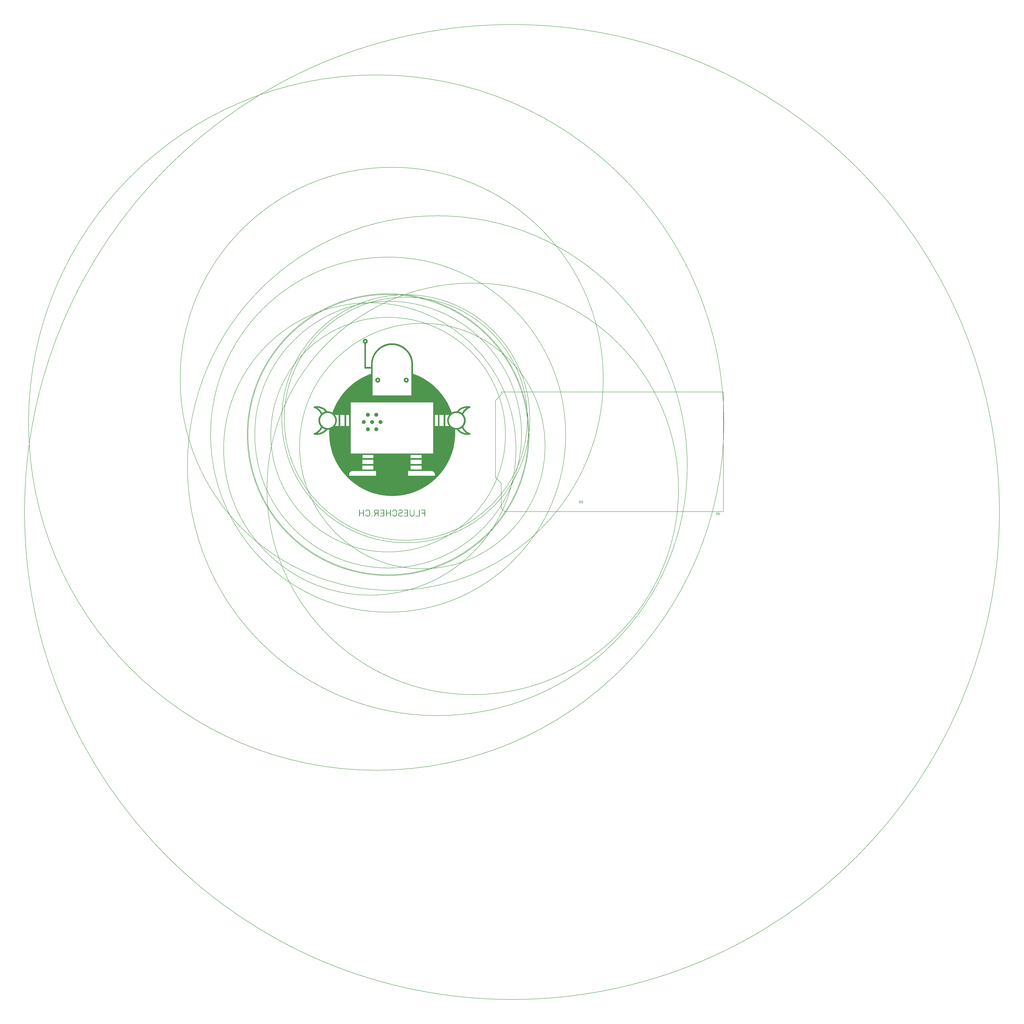
<source format=gbr>
%TF.GenerationSoftware,KiCad,Pcbnew,(7.0.0-0)*%
%TF.CreationDate,2024-03-29T02:07:55+01:00*%
%TF.ProjectId,universalRobotTx,756e6976-6572-4736-916c-526f626f7454,rev?*%
%TF.SameCoordinates,Original*%
%TF.FileFunction,Legend,Bot*%
%TF.FilePolarity,Positive*%
%FSLAX46Y46*%
G04 Gerber Fmt 4.6, Leading zero omitted, Abs format (unit mm)*
G04 Created by KiCad (PCBNEW (7.0.0-0)) date 2024-03-29 02:07:55*
%MOMM*%
%LPD*%
G01*
G04 APERTURE LIST*
%ADD10C,0.150000*%
G04 APERTURE END LIST*
D10*
X-15017049Y-61896217D02*
G75*
G03*
X-15017049Y-61896217I-155007878J0D01*
G01*
X-101552188Y-60175220D02*
G75*
G03*
X-101552188Y-60175220I-55278428J0D01*
G01*
X-107731045Y-73656364D02*
G75*
G03*
X-107731045Y-73656364I-65162211J0D01*
G01*
X-102636663Y-60175220D02*
G75*
G03*
X-102636663Y-60175220I-54193953J0D01*
G01*
X-102232507Y-67271710D02*
G75*
G03*
X-102232507Y-67271710I-62485598J0D01*
G01*
X-35259467Y-91440000D02*
G75*
G03*
X-35259467Y-91440000I-91740533J0D01*
G01*
X-31360167Y-81114018D02*
G75*
G03*
X-31360167Y-81114018I-111415640J0D01*
G01*
X107812710Y-101765983D02*
G75*
G03*
X107812710Y-101765983I-217312751J0D01*
G01*
X-68820358Y-42391583D02*
G75*
G03*
X-68820358Y-42391583I-94317426J0D01*
G01*
X-85565987Y-67271710D02*
G75*
G03*
X-85565987Y-67271710I-79152118J0D01*
G01*
X-101881975Y-67271710D02*
G75*
G03*
X-101881975Y-67271710I-62836130J0D01*
G01*
X-94764831Y-72351710D02*
G75*
G03*
X-94764831Y-72351710I-54713274J0D01*
G01*
X-105258229Y-67271710D02*
G75*
G03*
X-105258229Y-67271710I-59459876J0D01*
G01*
X-112416304Y-67271710D02*
G75*
G03*
X-112416304Y-67271710I-52301801J0D01*
G01*
%TO.C,REF\u002A\u002A*%
G36*
X-148509208Y-101007796D02*
G01*
X-148509208Y-102133267D01*
X-149825921Y-102133267D01*
X-149825921Y-102414635D01*
X-148509208Y-102414635D01*
X-148509208Y-103727685D01*
X-148188273Y-103727685D01*
X-148188273Y-100726428D01*
X-150053799Y-100726428D01*
X-150053799Y-101007796D01*
X-148509208Y-101007796D01*
G37*
G36*
X-150623862Y-103727685D02*
G01*
X-150623862Y-100726428D01*
X-150944797Y-100726428D01*
X-150944797Y-103446317D01*
X-152481329Y-103446317D01*
X-152481329Y-103727685D01*
X-150623862Y-103727685D01*
G37*
G36*
X-155085446Y-102751690D02*
G01*
X-155084757Y-102793552D01*
X-155082690Y-102834783D01*
X-155079245Y-102875383D01*
X-155074421Y-102915352D01*
X-155068219Y-102954690D01*
X-155060639Y-102993396D01*
X-155051681Y-103031471D01*
X-155041345Y-103068916D01*
X-155029631Y-103105729D01*
X-155016538Y-103141911D01*
X-155007044Y-103165682D01*
X-154991921Y-103200533D01*
X-154975677Y-103234469D01*
X-154958313Y-103267492D01*
X-154939828Y-103299599D01*
X-154920222Y-103330792D01*
X-154899496Y-103361071D01*
X-154877650Y-103390435D01*
X-154854683Y-103418885D01*
X-154830595Y-103446420D01*
X-154805387Y-103473041D01*
X-154787958Y-103490280D01*
X-154760999Y-103515162D01*
X-154733150Y-103538975D01*
X-154704412Y-103561719D01*
X-154674786Y-103583394D01*
X-154644271Y-103604000D01*
X-154612868Y-103623537D01*
X-154580576Y-103642005D01*
X-154547395Y-103659403D01*
X-154513325Y-103675733D01*
X-154478366Y-103690994D01*
X-154454567Y-103700574D01*
X-154418256Y-103713799D01*
X-154381314Y-103725724D01*
X-154343741Y-103736348D01*
X-154305537Y-103745671D01*
X-154266702Y-103753693D01*
X-154227235Y-103760414D01*
X-154187138Y-103765834D01*
X-154146409Y-103769954D01*
X-154105049Y-103772772D01*
X-154063058Y-103774290D01*
X-154034714Y-103774579D01*
X-153992302Y-103773929D01*
X-153950521Y-103771977D01*
X-153909372Y-103768725D01*
X-153868854Y-103764172D01*
X-153828966Y-103758318D01*
X-153789710Y-103751163D01*
X-153751085Y-103742708D01*
X-153713092Y-103732951D01*
X-153675729Y-103721894D01*
X-153638997Y-103709535D01*
X-153614860Y-103700574D01*
X-153579328Y-103686026D01*
X-153544724Y-103670409D01*
X-153511047Y-103653723D01*
X-153478298Y-103635967D01*
X-153446476Y-103617143D01*
X-153415581Y-103597250D01*
X-153385613Y-103576288D01*
X-153356573Y-103554257D01*
X-153328461Y-103531157D01*
X-153301275Y-103506987D01*
X-153283667Y-103490280D01*
X-153258098Y-103464269D01*
X-153233598Y-103437344D01*
X-153210167Y-103409504D01*
X-153187805Y-103380749D01*
X-153166513Y-103351080D01*
X-153146289Y-103320496D01*
X-153127134Y-103288998D01*
X-153109048Y-103256586D01*
X-153092032Y-103223259D01*
X-153076084Y-103189017D01*
X-153066046Y-103165682D01*
X-153052166Y-103129920D01*
X-153039651Y-103093528D01*
X-153028501Y-103056504D01*
X-153018717Y-103018850D01*
X-153010298Y-102980564D01*
X-153003244Y-102941647D01*
X-152997555Y-102902099D01*
X-152993232Y-102861920D01*
X-152990273Y-102821110D01*
X-152988681Y-102779668D01*
X-152988377Y-102751690D01*
X-152988377Y-100726428D01*
X-153308580Y-100726428D01*
X-153308580Y-102731174D01*
X-153309355Y-102773781D01*
X-153311682Y-102815323D01*
X-153315561Y-102855801D01*
X-153320990Y-102895213D01*
X-153327971Y-102933561D01*
X-153336503Y-102970845D01*
X-153346587Y-103007063D01*
X-153358222Y-103042217D01*
X-153371408Y-103076306D01*
X-153386146Y-103109330D01*
X-153402435Y-103141290D01*
X-153420275Y-103172185D01*
X-153439666Y-103202015D01*
X-153460609Y-103230780D01*
X-153483103Y-103258481D01*
X-153507149Y-103285116D01*
X-153532480Y-103310315D01*
X-153558829Y-103333889D01*
X-153586198Y-103355836D01*
X-153614585Y-103376158D01*
X-153643992Y-103394854D01*
X-153674417Y-103411924D01*
X-153705862Y-103427369D01*
X-153738325Y-103441188D01*
X-153771807Y-103453381D01*
X-153806308Y-103463948D01*
X-153841828Y-103472890D01*
X-153878368Y-103480205D01*
X-153915926Y-103485896D01*
X-153954503Y-103489960D01*
X-153994099Y-103492398D01*
X-154034714Y-103493211D01*
X-154075423Y-103492398D01*
X-154115119Y-103489960D01*
X-154153802Y-103485896D01*
X-154191472Y-103480205D01*
X-154228128Y-103472890D01*
X-154263771Y-103463948D01*
X-154298401Y-103453381D01*
X-154332018Y-103441188D01*
X-154364622Y-103427369D01*
X-154396212Y-103411924D01*
X-154426789Y-103394854D01*
X-154456353Y-103376158D01*
X-154484904Y-103355836D01*
X-154512441Y-103333889D01*
X-154538965Y-103310315D01*
X-154564476Y-103285116D01*
X-154588788Y-103258481D01*
X-154611531Y-103230780D01*
X-154632706Y-103202015D01*
X-154652312Y-103172185D01*
X-154670350Y-103141290D01*
X-154686819Y-103109330D01*
X-154701720Y-103076306D01*
X-154715052Y-103042217D01*
X-154726816Y-103007063D01*
X-154737011Y-102970845D01*
X-154745638Y-102933561D01*
X-154752696Y-102895213D01*
X-154758186Y-102855801D01*
X-154762107Y-102815323D01*
X-154764460Y-102773781D01*
X-154765244Y-102731174D01*
X-154765244Y-100726428D01*
X-155085446Y-100726428D01*
X-155085446Y-102751690D01*
G37*
G36*
X-155896577Y-103727685D02*
G01*
X-155896577Y-100726428D01*
X-157762104Y-100726428D01*
X-157762104Y-101007796D01*
X-156217512Y-101007796D01*
X-156217512Y-102086373D01*
X-157534225Y-102086373D01*
X-157534225Y-102367740D01*
X-156217512Y-102367740D01*
X-156217512Y-103446317D01*
X-157762104Y-103446317D01*
X-157762104Y-103727685D01*
X-155896577Y-103727685D01*
G37*
G36*
X-160224804Y-102910692D02*
G01*
X-160224154Y-102947982D01*
X-160222203Y-102984563D01*
X-160218950Y-103020436D01*
X-160214397Y-103055601D01*
X-160208543Y-103090057D01*
X-160201388Y-103123805D01*
X-160192933Y-103156844D01*
X-160183176Y-103189175D01*
X-160172119Y-103220797D01*
X-160159760Y-103251711D01*
X-160150799Y-103271927D01*
X-160136493Y-103301584D01*
X-160121054Y-103330377D01*
X-160104482Y-103358307D01*
X-160086777Y-103385374D01*
X-160067937Y-103411579D01*
X-160047965Y-103436920D01*
X-160026859Y-103461398D01*
X-160004619Y-103485014D01*
X-159981246Y-103507766D01*
X-159956740Y-103529656D01*
X-159939773Y-103543770D01*
X-159913618Y-103564202D01*
X-159886536Y-103583732D01*
X-159858526Y-103602361D01*
X-159829589Y-103620088D01*
X-159799724Y-103636913D01*
X-159768933Y-103652837D01*
X-159737214Y-103667860D01*
X-159704567Y-103681981D01*
X-159670993Y-103695200D01*
X-159636492Y-103707517D01*
X-159612976Y-103715228D01*
X-159576981Y-103725835D01*
X-159540161Y-103735398D01*
X-159502517Y-103743918D01*
X-159464049Y-103751395D01*
X-159424756Y-103757829D01*
X-159384639Y-103763219D01*
X-159343698Y-103767566D01*
X-159301933Y-103770870D01*
X-159259343Y-103773130D01*
X-159215929Y-103774347D01*
X-159186528Y-103774579D01*
X-159144256Y-103774233D01*
X-159102802Y-103773194D01*
X-159062167Y-103771462D01*
X-159022351Y-103769038D01*
X-158983353Y-103765921D01*
X-158945174Y-103762111D01*
X-158907813Y-103757609D01*
X-158871271Y-103752414D01*
X-158835548Y-103746526D01*
X-158800643Y-103739946D01*
X-158766557Y-103732673D01*
X-158733290Y-103724708D01*
X-158700841Y-103716050D01*
X-158669210Y-103706699D01*
X-158638398Y-103696655D01*
X-158608405Y-103685919D01*
X-158578993Y-103674261D01*
X-158549741Y-103661636D01*
X-158520649Y-103648043D01*
X-158491718Y-103633483D01*
X-158462947Y-103617956D01*
X-158434336Y-103601461D01*
X-158405886Y-103583998D01*
X-158377596Y-103565568D01*
X-158349466Y-103546171D01*
X-158321496Y-103525806D01*
X-158293687Y-103504474D01*
X-158266038Y-103482175D01*
X-158238549Y-103458908D01*
X-158211220Y-103434673D01*
X-158184052Y-103409471D01*
X-158157044Y-103383302D01*
X-158376130Y-103164216D01*
X-158399932Y-103187469D01*
X-158423712Y-103209783D01*
X-158447468Y-103231158D01*
X-158471202Y-103251594D01*
X-158494912Y-103271092D01*
X-158518600Y-103289650D01*
X-158542265Y-103307270D01*
X-158577719Y-103331940D01*
X-158613122Y-103354497D01*
X-158648473Y-103374942D01*
X-158683773Y-103393274D01*
X-158719021Y-103409494D01*
X-158754218Y-103423602D01*
X-158789969Y-103436042D01*
X-158826878Y-103447258D01*
X-158864947Y-103457251D01*
X-158904176Y-103466020D01*
X-158944563Y-103473566D01*
X-158986110Y-103479888D01*
X-159028815Y-103484986D01*
X-159072680Y-103488861D01*
X-159102568Y-103490764D01*
X-159132970Y-103492124D01*
X-159163888Y-103492939D01*
X-159195321Y-103493211D01*
X-159235901Y-103492633D01*
X-159275394Y-103490899D01*
X-159313799Y-103488008D01*
X-159351117Y-103483961D01*
X-159387347Y-103478757D01*
X-159422489Y-103472397D01*
X-159456544Y-103464881D01*
X-159489511Y-103456209D01*
X-159521391Y-103446380D01*
X-159552182Y-103435395D01*
X-159581887Y-103423253D01*
X-159610503Y-103409955D01*
X-159638032Y-103395501D01*
X-159664473Y-103379890D01*
X-159689827Y-103363123D01*
X-159714092Y-103345200D01*
X-159737162Y-103326221D01*
X-159758743Y-103306285D01*
X-159788324Y-103274590D01*
X-159814556Y-103240743D01*
X-159837440Y-103204746D01*
X-159856975Y-103166598D01*
X-159873160Y-103126298D01*
X-159882091Y-103098237D01*
X-159889532Y-103069220D01*
X-159895486Y-103039247D01*
X-159899951Y-103008318D01*
X-159902928Y-102976432D01*
X-159904416Y-102943591D01*
X-159904602Y-102926812D01*
X-159904041Y-102897114D01*
X-159901762Y-102860957D01*
X-159897730Y-102825873D01*
X-159891944Y-102791863D01*
X-159884406Y-102758926D01*
X-159875115Y-102727062D01*
X-159868698Y-102708459D01*
X-159856602Y-102678388D01*
X-159842752Y-102649998D01*
X-159827149Y-102623290D01*
X-159809794Y-102598264D01*
X-159790685Y-102574919D01*
X-159769823Y-102553255D01*
X-159760987Y-102545061D01*
X-159738386Y-102526016D01*
X-159710840Y-102505477D01*
X-159682831Y-102487462D01*
X-159654357Y-102471972D01*
X-159625420Y-102459006D01*
X-159610778Y-102453470D01*
X-159578586Y-102442856D01*
X-159547077Y-102434170D01*
X-159511310Y-102425626D01*
X-159479631Y-102418894D01*
X-159445227Y-102412254D01*
X-159408098Y-102405705D01*
X-159378463Y-102400853D01*
X-159368245Y-102399248D01*
X-159018000Y-102343560D01*
X-158973765Y-102335615D01*
X-158930817Y-102326799D01*
X-158889157Y-102317113D01*
X-158848786Y-102306557D01*
X-158809702Y-102295132D01*
X-158771907Y-102282835D01*
X-158735399Y-102269669D01*
X-158700179Y-102255633D01*
X-158666248Y-102240726D01*
X-158633604Y-102224950D01*
X-158602248Y-102208303D01*
X-158572181Y-102190786D01*
X-158543401Y-102172399D01*
X-158515910Y-102153142D01*
X-158489706Y-102133015D01*
X-158464790Y-102112018D01*
X-158437196Y-102085663D01*
X-158411381Y-102058071D01*
X-158387347Y-102029243D01*
X-158365093Y-101999178D01*
X-158344620Y-101967877D01*
X-158325927Y-101935339D01*
X-158309014Y-101901565D01*
X-158293881Y-101866554D01*
X-158280529Y-101830307D01*
X-158268957Y-101792823D01*
X-158259166Y-101754103D01*
X-158251154Y-101714146D01*
X-158244923Y-101672953D01*
X-158240472Y-101630524D01*
X-158237802Y-101586858D01*
X-158236912Y-101541955D01*
X-158237504Y-101505975D01*
X-158239282Y-101470574D01*
X-158242244Y-101435753D01*
X-158246391Y-101401512D01*
X-158251724Y-101367850D01*
X-158258241Y-101334768D01*
X-158265943Y-101302265D01*
X-158274830Y-101270342D01*
X-158284903Y-101238998D01*
X-158296160Y-101208235D01*
X-158304323Y-101188047D01*
X-158317465Y-101158260D01*
X-158331611Y-101129349D01*
X-158346762Y-101101313D01*
X-158362918Y-101074154D01*
X-158380079Y-101047870D01*
X-158398244Y-101022462D01*
X-158417413Y-100997930D01*
X-158437588Y-100974274D01*
X-158458767Y-100951493D01*
X-158480950Y-100929589D01*
X-158496298Y-100915472D01*
X-158520117Y-100895021D01*
X-158544864Y-100875433D01*
X-158570538Y-100856707D01*
X-158597139Y-100838845D01*
X-158624668Y-100821846D01*
X-158653124Y-100805709D01*
X-158682508Y-100790436D01*
X-158712819Y-100776025D01*
X-158744057Y-100762477D01*
X-158776223Y-100749793D01*
X-158798182Y-100741816D01*
X-158831842Y-100730685D01*
X-158866326Y-100720650D01*
X-158901634Y-100711709D01*
X-158937767Y-100703863D01*
X-158974724Y-100697111D01*
X-159012505Y-100691455D01*
X-159051111Y-100686893D01*
X-159090540Y-100683426D01*
X-159130795Y-100681054D01*
X-159171873Y-100679777D01*
X-159199717Y-100679534D01*
X-159235741Y-100679834D01*
X-159271089Y-100680736D01*
X-159305762Y-100682239D01*
X-159339760Y-100684342D01*
X-159373082Y-100687047D01*
X-159405728Y-100690353D01*
X-159437699Y-100694260D01*
X-159468995Y-100698768D01*
X-159499615Y-100703877D01*
X-159529559Y-100709587D01*
X-159558828Y-100715898D01*
X-159587422Y-100722811D01*
X-159629046Y-100734306D01*
X-159669150Y-100747154D01*
X-159695042Y-100756470D01*
X-159733413Y-100771667D01*
X-159771592Y-100788679D01*
X-159809577Y-100807507D01*
X-159847369Y-100828152D01*
X-159884968Y-100850612D01*
X-159909926Y-100866595D01*
X-159934799Y-100883385D01*
X-159959586Y-100900982D01*
X-159984287Y-100919386D01*
X-160008902Y-100938597D01*
X-160033431Y-100958615D01*
X-160057875Y-100979441D01*
X-160082232Y-101001074D01*
X-160094379Y-101012193D01*
X-159887749Y-101218822D01*
X-159861459Y-101195595D01*
X-159834795Y-101173450D01*
X-159807758Y-101152387D01*
X-159780347Y-101132406D01*
X-159752563Y-101113507D01*
X-159724405Y-101095689D01*
X-159695874Y-101078954D01*
X-159666969Y-101063300D01*
X-159637691Y-101048729D01*
X-159608039Y-101035239D01*
X-159588063Y-101026847D01*
X-159557267Y-101015062D01*
X-159525054Y-101004436D01*
X-159491425Y-100994969D01*
X-159456378Y-100986662D01*
X-159419915Y-100979513D01*
X-159382035Y-100973524D01*
X-159342738Y-100968694D01*
X-159302024Y-100965023D01*
X-159259894Y-100962512D01*
X-159216347Y-100961159D01*
X-159186528Y-100960902D01*
X-159149061Y-100961503D01*
X-159112683Y-100963306D01*
X-159077391Y-100966311D01*
X-159043188Y-100970519D01*
X-159010072Y-100975928D01*
X-158978044Y-100982540D01*
X-158947103Y-100990354D01*
X-158917250Y-100999370D01*
X-158888485Y-101009588D01*
X-158860807Y-101021008D01*
X-158834217Y-101033631D01*
X-158796371Y-101054818D01*
X-158760973Y-101078711D01*
X-158728022Y-101105308D01*
X-158717582Y-101114775D01*
X-158688250Y-101144527D01*
X-158661803Y-101176083D01*
X-158638241Y-101209442D01*
X-158617564Y-101244605D01*
X-158599773Y-101281570D01*
X-158584866Y-101320339D01*
X-158572845Y-101360911D01*
X-158563709Y-101403286D01*
X-158559221Y-101432538D01*
X-158556015Y-101462592D01*
X-158554092Y-101493446D01*
X-158553450Y-101525103D01*
X-158554635Y-101567407D01*
X-158558190Y-101607766D01*
X-158564115Y-101646181D01*
X-158572410Y-101682651D01*
X-158583074Y-101717175D01*
X-158596109Y-101749755D01*
X-158611513Y-101780390D01*
X-158629288Y-101809081D01*
X-158649432Y-101835826D01*
X-158671946Y-101860626D01*
X-158688273Y-101876079D01*
X-158711589Y-101894426D01*
X-158736658Y-101911914D01*
X-158763481Y-101928544D01*
X-158792057Y-101944315D01*
X-158822385Y-101959227D01*
X-158854467Y-101973280D01*
X-158867791Y-101978661D01*
X-158901701Y-101991423D01*
X-158936112Y-102003148D01*
X-158971024Y-102013835D01*
X-158999314Y-102021637D01*
X-159027925Y-102028775D01*
X-159056856Y-102035250D01*
X-159086108Y-102041060D01*
X-159093471Y-102042409D01*
X-159423199Y-102094433D01*
X-159462603Y-102100875D01*
X-159500307Y-102107562D01*
X-159536311Y-102114493D01*
X-159570615Y-102121669D01*
X-159603219Y-102129090D01*
X-159634122Y-102136756D01*
X-159663325Y-102144667D01*
X-159699618Y-102155595D01*
X-159732889Y-102166958D01*
X-159755858Y-102175765D01*
X-159785190Y-102188084D01*
X-159813835Y-102201594D01*
X-159841793Y-102216294D01*
X-159869065Y-102232186D01*
X-159895649Y-102249267D01*
X-159921546Y-102267540D01*
X-159946757Y-102287003D01*
X-159971280Y-102307657D01*
X-160001980Y-102335600D01*
X-160030700Y-102364844D01*
X-160057439Y-102395387D01*
X-160082197Y-102427229D01*
X-160104975Y-102460370D01*
X-160125771Y-102494811D01*
X-160144588Y-102530552D01*
X-160161423Y-102567592D01*
X-160176278Y-102605931D01*
X-160189152Y-102645570D01*
X-160200046Y-102686509D01*
X-160208959Y-102728747D01*
X-160215891Y-102772284D01*
X-160220843Y-102817120D01*
X-160223814Y-102863257D01*
X-160224804Y-102910692D01*
G37*
G36*
X-162861894Y-102885047D02*
G01*
X-162854287Y-102924228D01*
X-162845751Y-102962636D01*
X-162836289Y-103000271D01*
X-162825899Y-103037134D01*
X-162814582Y-103073223D01*
X-162802337Y-103108540D01*
X-162789165Y-103143084D01*
X-162775066Y-103176856D01*
X-162760039Y-103209854D01*
X-162744085Y-103242080D01*
X-162732934Y-103263135D01*
X-162715492Y-103293851D01*
X-162697239Y-103323628D01*
X-162678175Y-103352464D01*
X-162658299Y-103380360D01*
X-162637611Y-103407315D01*
X-162616113Y-103433331D01*
X-162593802Y-103458406D01*
X-162570680Y-103482541D01*
X-162546747Y-103505736D01*
X-162522003Y-103527990D01*
X-162505055Y-103542304D01*
X-162479042Y-103562867D01*
X-162452385Y-103582516D01*
X-162425084Y-103601249D01*
X-162397138Y-103619069D01*
X-162368549Y-103635974D01*
X-162339316Y-103651964D01*
X-162309438Y-103667040D01*
X-162278917Y-103681202D01*
X-162247752Y-103694449D01*
X-162215943Y-103706782D01*
X-162194379Y-103714495D01*
X-162161698Y-103725233D01*
X-162128502Y-103734914D01*
X-162094790Y-103743540D01*
X-162060564Y-103751109D01*
X-162025822Y-103757622D01*
X-161990566Y-103763079D01*
X-161954794Y-103767479D01*
X-161918506Y-103770824D01*
X-161881704Y-103773112D01*
X-161844386Y-103774344D01*
X-161819222Y-103774579D01*
X-161777557Y-103773864D01*
X-161736369Y-103771720D01*
X-161695657Y-103768146D01*
X-161655422Y-103763142D01*
X-161615664Y-103756708D01*
X-161576382Y-103748845D01*
X-161537577Y-103739552D01*
X-161499248Y-103728829D01*
X-161461396Y-103716677D01*
X-161424020Y-103703095D01*
X-161399368Y-103693246D01*
X-161362941Y-103677359D01*
X-161327300Y-103660196D01*
X-161292445Y-103641758D01*
X-161258375Y-103622046D01*
X-161225091Y-103601058D01*
X-161192593Y-103578795D01*
X-161160880Y-103555256D01*
X-161129953Y-103530443D01*
X-161099812Y-103504355D01*
X-161070456Y-103476991D01*
X-161051322Y-103458040D01*
X-161025699Y-103431170D01*
X-161001588Y-103404047D01*
X-160978988Y-103376673D01*
X-160957899Y-103349047D01*
X-160938322Y-103321169D01*
X-160920255Y-103293039D01*
X-160903700Y-103264657D01*
X-160888656Y-103236024D01*
X-160874838Y-103206657D01*
X-160861958Y-103176444D01*
X-160850016Y-103145383D01*
X-160839014Y-103113475D01*
X-160828950Y-103080720D01*
X-160819826Y-103047117D01*
X-160811640Y-103012667D01*
X-160804393Y-102977370D01*
X-160797970Y-102940883D01*
X-160792257Y-102903228D01*
X-160787254Y-102864404D01*
X-160783967Y-102834521D01*
X-160781080Y-102803980D01*
X-160778592Y-102772783D01*
X-160776503Y-102740928D01*
X-160774814Y-102708417D01*
X-160773524Y-102675249D01*
X-160772885Y-102652772D01*
X-160772100Y-102618152D01*
X-160771391Y-102582438D01*
X-160770760Y-102545630D01*
X-160770206Y-102507726D01*
X-160769730Y-102468727D01*
X-160769330Y-102428634D01*
X-160769008Y-102387446D01*
X-160768764Y-102345163D01*
X-160768596Y-102301785D01*
X-160768527Y-102272259D01*
X-160768493Y-102242246D01*
X-160768489Y-102227056D01*
X-160768506Y-102196803D01*
X-160768558Y-102167041D01*
X-160768699Y-102123322D01*
X-160768918Y-102080711D01*
X-160769214Y-102039207D01*
X-160769588Y-101998812D01*
X-160770039Y-101959523D01*
X-160770567Y-101921343D01*
X-160771172Y-101884270D01*
X-160771855Y-101848304D01*
X-160772615Y-101813447D01*
X-160772885Y-101802074D01*
X-160773909Y-101768343D01*
X-160775332Y-101735295D01*
X-160777155Y-101702930D01*
X-160779377Y-101671248D01*
X-160781998Y-101640248D01*
X-160785018Y-101609930D01*
X-160788438Y-101580295D01*
X-160793618Y-101541844D01*
X-160799509Y-101504607D01*
X-160804393Y-101477475D01*
X-160811640Y-101442018D01*
X-160819826Y-101407454D01*
X-160828950Y-101373783D01*
X-160839014Y-101341004D01*
X-160850016Y-101309119D01*
X-160861958Y-101278127D01*
X-160874838Y-101248028D01*
X-160888656Y-101218822D01*
X-160903700Y-101190017D01*
X-160920255Y-101161486D01*
X-160938322Y-101133230D01*
X-160957899Y-101105249D01*
X-160978988Y-101077543D01*
X-161001588Y-101050111D01*
X-161025699Y-101022954D01*
X-161051322Y-100996072D01*
X-161080154Y-100967859D01*
X-161109771Y-100940920D01*
X-161140175Y-100915257D01*
X-161171364Y-100890869D01*
X-161203338Y-100867756D01*
X-161236098Y-100845918D01*
X-161269644Y-100825355D01*
X-161303976Y-100806067D01*
X-161339093Y-100788054D01*
X-161374996Y-100771317D01*
X-161399368Y-100760867D01*
X-161436426Y-100746332D01*
X-161473960Y-100733226D01*
X-161511971Y-100721550D01*
X-161550459Y-100711304D01*
X-161589423Y-100702488D01*
X-161628864Y-100695101D01*
X-161668781Y-100689144D01*
X-161709175Y-100684617D01*
X-161750045Y-100681519D01*
X-161791392Y-100679851D01*
X-161819222Y-100679534D01*
X-161869909Y-100680438D01*
X-161919571Y-100683152D01*
X-161968209Y-100687674D01*
X-162015822Y-100694005D01*
X-162062410Y-100702145D01*
X-162107974Y-100712094D01*
X-162152513Y-100723852D01*
X-162196027Y-100737419D01*
X-162238517Y-100752795D01*
X-162279982Y-100769980D01*
X-162320422Y-100788974D01*
X-162359838Y-100809776D01*
X-162398229Y-100832388D01*
X-162435595Y-100856808D01*
X-162471937Y-100883038D01*
X-162507254Y-100911076D01*
X-162541268Y-100940777D01*
X-162573703Y-100971995D01*
X-162604558Y-101004731D01*
X-162633833Y-101038983D01*
X-162661527Y-101074752D01*
X-162687642Y-101112038D01*
X-162712177Y-101150841D01*
X-162735132Y-101191161D01*
X-162756507Y-101232999D01*
X-162776302Y-101276353D01*
X-162794518Y-101321224D01*
X-162811153Y-101367612D01*
X-162826208Y-101415517D01*
X-162839683Y-101464939D01*
X-162851579Y-101515878D01*
X-162861894Y-101568333D01*
X-162532166Y-101568333D01*
X-162524341Y-101533975D01*
X-162515520Y-101500510D01*
X-162505702Y-101467938D01*
X-162494889Y-101436259D01*
X-162483079Y-101405473D01*
X-162470274Y-101375580D01*
X-162456472Y-101346580D01*
X-162441674Y-101318473D01*
X-162425881Y-101291259D01*
X-162409091Y-101264938D01*
X-162391305Y-101239510D01*
X-162372523Y-101214975D01*
X-162352745Y-101191333D01*
X-162331971Y-101168584D01*
X-162310201Y-101146728D01*
X-162287435Y-101125765D01*
X-162263882Y-101105801D01*
X-162239567Y-101087125D01*
X-162214491Y-101069737D01*
X-162188654Y-101053637D01*
X-162162056Y-101038825D01*
X-162134696Y-101025301D01*
X-162106574Y-101013066D01*
X-162077692Y-101002118D01*
X-162048048Y-100992458D01*
X-162017642Y-100984086D01*
X-161986475Y-100977002D01*
X-161954547Y-100971206D01*
X-161921858Y-100966698D01*
X-161888407Y-100963478D01*
X-161854195Y-100961546D01*
X-161819222Y-100960902D01*
X-161782391Y-100961783D01*
X-161745903Y-100964428D01*
X-161709759Y-100968836D01*
X-161673958Y-100975007D01*
X-161638501Y-100982941D01*
X-161603387Y-100992638D01*
X-161568617Y-101004098D01*
X-161534190Y-101017322D01*
X-161500565Y-101031988D01*
X-161468199Y-101048142D01*
X-161437092Y-101065785D01*
X-161407245Y-101084916D01*
X-161378657Y-101105535D01*
X-161351329Y-101127643D01*
X-161325260Y-101151239D01*
X-161300450Y-101176324D01*
X-161278726Y-101199490D01*
X-161258432Y-101223193D01*
X-161239570Y-101247432D01*
X-161222139Y-101272208D01*
X-161206140Y-101297521D01*
X-161191571Y-101323370D01*
X-161186144Y-101333860D01*
X-161173382Y-101360822D01*
X-161161658Y-101389502D01*
X-161150971Y-101419899D01*
X-161141322Y-101452013D01*
X-161132710Y-101485844D01*
X-161125136Y-101521393D01*
X-161122397Y-101536093D01*
X-161117485Y-101566341D01*
X-161113009Y-101598101D01*
X-161108967Y-101631371D01*
X-161105361Y-101666153D01*
X-161102189Y-101702446D01*
X-161099453Y-101740250D01*
X-161097686Y-101769595D01*
X-161096164Y-101799790D01*
X-161095286Y-101820392D01*
X-161094238Y-101852105D01*
X-161093294Y-101885144D01*
X-161092452Y-101919510D01*
X-161091714Y-101955203D01*
X-161091078Y-101992222D01*
X-161090546Y-102030568D01*
X-161090117Y-102070240D01*
X-161089790Y-102111240D01*
X-161089567Y-102153565D01*
X-161089447Y-102197218D01*
X-161089424Y-102227056D01*
X-161089447Y-102256898D01*
X-161089567Y-102300565D01*
X-161089790Y-102342919D01*
X-161090117Y-102383959D01*
X-161090546Y-102423685D01*
X-161091078Y-102462098D01*
X-161091714Y-102499196D01*
X-161092452Y-102534981D01*
X-161093294Y-102569452D01*
X-161094238Y-102602610D01*
X-161095286Y-102634454D01*
X-161096645Y-102665091D01*
X-161098248Y-102694904D01*
X-161100767Y-102733372D01*
X-161103721Y-102770375D01*
X-161107110Y-102805912D01*
X-161110934Y-102839984D01*
X-161115193Y-102872590D01*
X-161119887Y-102903731D01*
X-161122397Y-102918752D01*
X-161128041Y-102947718D01*
X-161136030Y-102982444D01*
X-161145057Y-103015524D01*
X-161155121Y-103046958D01*
X-161166223Y-103076747D01*
X-161178362Y-103104890D01*
X-161186144Y-103120985D01*
X-161200140Y-103146838D01*
X-161215568Y-103172190D01*
X-161232426Y-103197042D01*
X-161250716Y-103221392D01*
X-161270437Y-103245241D01*
X-161291588Y-103268590D01*
X-161300450Y-103277789D01*
X-161325260Y-103302885D01*
X-161351329Y-103326516D01*
X-161378657Y-103348681D01*
X-161407245Y-103369380D01*
X-161437092Y-103388614D01*
X-161468199Y-103406383D01*
X-161500565Y-103422686D01*
X-161534190Y-103437524D01*
X-161568617Y-103450576D01*
X-161603387Y-103461887D01*
X-161638501Y-103471458D01*
X-161673958Y-103479290D01*
X-161709759Y-103485380D01*
X-161745903Y-103489731D01*
X-161782391Y-103492341D01*
X-161819222Y-103493211D01*
X-161854212Y-103492570D01*
X-161888476Y-103490647D01*
X-161922013Y-103487441D01*
X-161954822Y-103482953D01*
X-161986905Y-103477183D01*
X-162018260Y-103470130D01*
X-162048889Y-103461796D01*
X-162078791Y-103452179D01*
X-162107965Y-103441279D01*
X-162136413Y-103429098D01*
X-162164134Y-103415634D01*
X-162191127Y-103400888D01*
X-162217394Y-103384859D01*
X-162242933Y-103367548D01*
X-162267746Y-103348955D01*
X-162291831Y-103329080D01*
X-162315044Y-103308026D01*
X-162337238Y-103286078D01*
X-162358412Y-103263238D01*
X-162378568Y-103239504D01*
X-162397705Y-103214878D01*
X-162415823Y-103189358D01*
X-162432922Y-103162945D01*
X-162449002Y-103135640D01*
X-162464063Y-103107441D01*
X-162478105Y-103078350D01*
X-162491128Y-103048365D01*
X-162503132Y-103017487D01*
X-162514117Y-102985717D01*
X-162524084Y-102953053D01*
X-162533031Y-102919496D01*
X-162540959Y-102885047D01*
X-162861894Y-102885047D01*
G37*
G36*
X-165302613Y-103727685D02*
G01*
X-165302613Y-102367740D01*
X-163875991Y-102367740D01*
X-163875991Y-103727685D01*
X-163555055Y-103727685D01*
X-163555055Y-100726428D01*
X-163875991Y-100726428D01*
X-163875991Y-102086373D01*
X-165302613Y-102086373D01*
X-165302613Y-100726428D01*
X-165623548Y-100726428D01*
X-165623548Y-103727685D01*
X-165302613Y-103727685D01*
G37*
G36*
X-166477177Y-103727685D02*
G01*
X-166477177Y-100726428D01*
X-168342704Y-100726428D01*
X-168342704Y-101007796D01*
X-166798112Y-101007796D01*
X-166798112Y-102086373D01*
X-168114825Y-102086373D01*
X-168114825Y-102367740D01*
X-166798112Y-102367740D01*
X-166798112Y-103446317D01*
X-168342704Y-103446317D01*
X-168342704Y-103727685D01*
X-166477177Y-103727685D01*
G37*
G36*
X-168994832Y-103727685D02*
G01*
X-169315767Y-103727685D01*
X-169315767Y-102414635D01*
X-170037505Y-102414635D01*
X-170721141Y-103727685D01*
X-171097030Y-103727685D01*
X-170383353Y-102367740D01*
X-170419374Y-102359738D01*
X-170454530Y-102350567D01*
X-170488823Y-102340229D01*
X-170522251Y-102328723D01*
X-170554814Y-102316049D01*
X-170586513Y-102302207D01*
X-170617348Y-102287197D01*
X-170647318Y-102271020D01*
X-170676424Y-102253675D01*
X-170704666Y-102235162D01*
X-170732043Y-102215482D01*
X-170758556Y-102194633D01*
X-170784204Y-102172617D01*
X-170808988Y-102149433D01*
X-170832907Y-102125081D01*
X-170855963Y-102099562D01*
X-170877967Y-102072989D01*
X-170898553Y-102045477D01*
X-170917718Y-102017027D01*
X-170935464Y-101987637D01*
X-170951790Y-101957309D01*
X-170966696Y-101926042D01*
X-170980183Y-101893837D01*
X-170992250Y-101860692D01*
X-171002898Y-101826609D01*
X-171012125Y-101791587D01*
X-171019934Y-101755626D01*
X-171026322Y-101718726D01*
X-171031291Y-101680887D01*
X-171034840Y-101642110D01*
X-171036970Y-101602394D01*
X-171037487Y-101572730D01*
X-170716744Y-101572730D01*
X-170716092Y-101607698D01*
X-170714134Y-101641526D01*
X-170710871Y-101674216D01*
X-170706303Y-101705766D01*
X-170700430Y-101736177D01*
X-170693251Y-101765449D01*
X-170684768Y-101793582D01*
X-170669595Y-101833645D01*
X-170651486Y-101871145D01*
X-170630440Y-101906082D01*
X-170606457Y-101938456D01*
X-170579538Y-101968267D01*
X-170549682Y-101995514D01*
X-170528502Y-102012195D01*
X-170495271Y-102035199D01*
X-170460289Y-102055781D01*
X-170423556Y-102073942D01*
X-170385070Y-102089681D01*
X-170344833Y-102102999D01*
X-170302844Y-102113896D01*
X-170273879Y-102119815D01*
X-170244134Y-102124658D01*
X-170213612Y-102128424D01*
X-170182310Y-102131115D01*
X-170150231Y-102132729D01*
X-170117372Y-102133267D01*
X-169315767Y-102133267D01*
X-169315767Y-101007796D01*
X-170117372Y-101007796D01*
X-170133899Y-101007934D01*
X-170166368Y-101009033D01*
X-170198058Y-101011231D01*
X-170228970Y-101014528D01*
X-170259104Y-101018924D01*
X-170288459Y-101024420D01*
X-170331031Y-101034724D01*
X-170371852Y-101047501D01*
X-170410922Y-101062751D01*
X-170448239Y-101080474D01*
X-170483805Y-101100669D01*
X-170517620Y-101123338D01*
X-170549682Y-101148480D01*
X-170579538Y-101175990D01*
X-170606457Y-101206036D01*
X-170630440Y-101238621D01*
X-170651486Y-101273742D01*
X-170669595Y-101311401D01*
X-170684768Y-101351598D01*
X-170693251Y-101379805D01*
X-170700430Y-101409140D01*
X-170706303Y-101439602D01*
X-170710871Y-101471193D01*
X-170714134Y-101503911D01*
X-170716092Y-101537756D01*
X-170716744Y-101572730D01*
X-171037487Y-101572730D01*
X-171037679Y-101561739D01*
X-171037422Y-101537616D01*
X-171036069Y-101501990D01*
X-171033558Y-101467034D01*
X-171029887Y-101432747D01*
X-171025057Y-101399130D01*
X-171019068Y-101366183D01*
X-171011919Y-101333906D01*
X-171003612Y-101302299D01*
X-170994145Y-101271361D01*
X-170983519Y-101241093D01*
X-170971734Y-101211495D01*
X-170963376Y-101192175D01*
X-170950067Y-101163903D01*
X-170935830Y-101136482D01*
X-170920666Y-101109910D01*
X-170904575Y-101084189D01*
X-170887556Y-101059318D01*
X-170869610Y-101035296D01*
X-170850736Y-101012125D01*
X-170830935Y-100989804D01*
X-170810207Y-100968333D01*
X-170788552Y-100947712D01*
X-170773631Y-100934449D01*
X-170750595Y-100915305D01*
X-170726773Y-100897063D01*
X-170702166Y-100879722D01*
X-170676773Y-100863283D01*
X-170650595Y-100847745D01*
X-170623630Y-100833109D01*
X-170595881Y-100819375D01*
X-170567345Y-100806542D01*
X-170538024Y-100794611D01*
X-170507917Y-100783581D01*
X-170487446Y-100776660D01*
X-170456225Y-100767116D01*
X-170424386Y-100758577D01*
X-170391928Y-100751042D01*
X-170358852Y-100744512D01*
X-170325158Y-100738986D01*
X-170290846Y-100734466D01*
X-170255915Y-100730949D01*
X-170220366Y-100728438D01*
X-170184199Y-100726931D01*
X-170147414Y-100726428D01*
X-168994832Y-100726428D01*
X-168994832Y-103727685D01*
G37*
G36*
X-171686877Y-103727685D02*
G01*
X-171686877Y-103352527D01*
X-172083283Y-103352527D01*
X-172083283Y-103727685D01*
X-171686877Y-103727685D01*
G37*
G36*
X-174863988Y-102885047D02*
G01*
X-174856380Y-102924228D01*
X-174847845Y-102962636D01*
X-174838382Y-103000271D01*
X-174827993Y-103037134D01*
X-174816675Y-103073223D01*
X-174804431Y-103108540D01*
X-174791259Y-103143084D01*
X-174777159Y-103176856D01*
X-174762133Y-103209854D01*
X-174746179Y-103242080D01*
X-174735028Y-103263135D01*
X-174717586Y-103293851D01*
X-174699333Y-103323628D01*
X-174680268Y-103352464D01*
X-174660392Y-103380360D01*
X-174639705Y-103407315D01*
X-174618206Y-103433331D01*
X-174595896Y-103458406D01*
X-174572774Y-103482541D01*
X-174548841Y-103505736D01*
X-174524096Y-103527990D01*
X-174507149Y-103542304D01*
X-174481136Y-103562867D01*
X-174454478Y-103582516D01*
X-174427177Y-103601249D01*
X-174399232Y-103619069D01*
X-174370643Y-103635974D01*
X-174341409Y-103651964D01*
X-174311532Y-103667040D01*
X-174281011Y-103681202D01*
X-174249845Y-103694449D01*
X-174218036Y-103706782D01*
X-174196472Y-103714495D01*
X-174163791Y-103725233D01*
X-174130595Y-103734914D01*
X-174096884Y-103743540D01*
X-174062658Y-103751109D01*
X-174027916Y-103757622D01*
X-173992659Y-103763079D01*
X-173956887Y-103767479D01*
X-173920600Y-103770824D01*
X-173883797Y-103773112D01*
X-173846480Y-103774344D01*
X-173821315Y-103774579D01*
X-173779650Y-103773864D01*
X-173738462Y-103771720D01*
X-173697751Y-103768146D01*
X-173657516Y-103763142D01*
X-173617758Y-103756708D01*
X-173578476Y-103748845D01*
X-173539670Y-103739552D01*
X-173501342Y-103728829D01*
X-173463490Y-103716677D01*
X-173426114Y-103703095D01*
X-173401462Y-103693246D01*
X-173365035Y-103677359D01*
X-173329394Y-103660196D01*
X-173294538Y-103641758D01*
X-173260469Y-103622046D01*
X-173227185Y-103601058D01*
X-173194686Y-103578795D01*
X-173162974Y-103555256D01*
X-173132047Y-103530443D01*
X-173101905Y-103504355D01*
X-173072550Y-103476991D01*
X-173053416Y-103458040D01*
X-173027793Y-103431170D01*
X-173003682Y-103404047D01*
X-172981082Y-103376673D01*
X-172959993Y-103349047D01*
X-172940415Y-103321169D01*
X-172922349Y-103293039D01*
X-172905794Y-103264657D01*
X-172890750Y-103236024D01*
X-172876931Y-103206657D01*
X-172864051Y-103176444D01*
X-172852110Y-103145383D01*
X-172841107Y-103113475D01*
X-172831044Y-103080720D01*
X-172821919Y-103047117D01*
X-172813733Y-103012667D01*
X-172806486Y-102977370D01*
X-172800063Y-102940883D01*
X-172794350Y-102903228D01*
X-172789347Y-102864404D01*
X-172786061Y-102834521D01*
X-172783173Y-102803980D01*
X-172780685Y-102772783D01*
X-172778597Y-102740928D01*
X-172776907Y-102708417D01*
X-172775617Y-102675249D01*
X-172774979Y-102652772D01*
X-172774193Y-102618152D01*
X-172773485Y-102582438D01*
X-172772854Y-102545630D01*
X-172772300Y-102507726D01*
X-172771823Y-102468727D01*
X-172771424Y-102428634D01*
X-172771102Y-102387446D01*
X-172770857Y-102345163D01*
X-172770690Y-102301785D01*
X-172770621Y-102272259D01*
X-172770587Y-102242246D01*
X-172770582Y-102227056D01*
X-172770600Y-102196803D01*
X-172770651Y-102167041D01*
X-172770793Y-102123322D01*
X-172771012Y-102080711D01*
X-172771308Y-102039207D01*
X-172771681Y-101998812D01*
X-172772132Y-101959523D01*
X-172772660Y-101921343D01*
X-172773266Y-101884270D01*
X-172773948Y-101848304D01*
X-172774708Y-101813447D01*
X-172774979Y-101802074D01*
X-172776003Y-101768343D01*
X-172777426Y-101735295D01*
X-172779248Y-101702930D01*
X-172781470Y-101671248D01*
X-172784091Y-101640248D01*
X-172787112Y-101609930D01*
X-172790531Y-101580295D01*
X-172795712Y-101541844D01*
X-172801602Y-101504607D01*
X-172806486Y-101477475D01*
X-172813733Y-101442018D01*
X-172821919Y-101407454D01*
X-172831044Y-101373783D01*
X-172841107Y-101341004D01*
X-172852110Y-101309119D01*
X-172864051Y-101278127D01*
X-172876931Y-101248028D01*
X-172890750Y-101218822D01*
X-172905794Y-101190017D01*
X-172922349Y-101161486D01*
X-172940415Y-101133230D01*
X-172959993Y-101105249D01*
X-172981082Y-101077543D01*
X-173003682Y-101050111D01*
X-173027793Y-101022954D01*
X-173053416Y-100996072D01*
X-173082247Y-100967859D01*
X-173111865Y-100940920D01*
X-173142268Y-100915257D01*
X-173173457Y-100890869D01*
X-173205432Y-100867756D01*
X-173238192Y-100845918D01*
X-173271738Y-100825355D01*
X-173306070Y-100806067D01*
X-173341187Y-100788054D01*
X-173377090Y-100771317D01*
X-173401462Y-100760867D01*
X-173438520Y-100746332D01*
X-173476054Y-100733226D01*
X-173514065Y-100721550D01*
X-173552553Y-100711304D01*
X-173591517Y-100702488D01*
X-173630957Y-100695101D01*
X-173670875Y-100689144D01*
X-173711268Y-100684617D01*
X-173752139Y-100681519D01*
X-173793486Y-100679851D01*
X-173821315Y-100679534D01*
X-173872002Y-100680438D01*
X-173921665Y-100683152D01*
X-173970302Y-100687674D01*
X-174017915Y-100694005D01*
X-174064504Y-100702145D01*
X-174110067Y-100712094D01*
X-174154606Y-100723852D01*
X-174198121Y-100737419D01*
X-174240610Y-100752795D01*
X-174282075Y-100769980D01*
X-174322516Y-100788974D01*
X-174361931Y-100809776D01*
X-174400322Y-100832388D01*
X-174437689Y-100856808D01*
X-174474030Y-100883038D01*
X-174509347Y-100911076D01*
X-174543362Y-100940777D01*
X-174575797Y-100971995D01*
X-174606651Y-101004731D01*
X-174635926Y-101038983D01*
X-174663621Y-101074752D01*
X-174689736Y-101112038D01*
X-174714271Y-101150841D01*
X-174737226Y-101191161D01*
X-174758601Y-101232999D01*
X-174778396Y-101276353D01*
X-174796611Y-101321224D01*
X-174813246Y-101367612D01*
X-174828302Y-101415517D01*
X-174841777Y-101464939D01*
X-174853672Y-101515878D01*
X-174863988Y-101568333D01*
X-174534260Y-101568333D01*
X-174526435Y-101533975D01*
X-174517613Y-101500510D01*
X-174507796Y-101467938D01*
X-174496982Y-101436259D01*
X-174485173Y-101405473D01*
X-174472367Y-101375580D01*
X-174458566Y-101346580D01*
X-174443768Y-101318473D01*
X-174427974Y-101291259D01*
X-174411184Y-101264938D01*
X-174393399Y-101239510D01*
X-174374617Y-101214975D01*
X-174354839Y-101191333D01*
X-174334065Y-101168584D01*
X-174312295Y-101146728D01*
X-174289529Y-101125765D01*
X-174265975Y-101105801D01*
X-174241661Y-101087125D01*
X-174216585Y-101069737D01*
X-174190748Y-101053637D01*
X-174164149Y-101038825D01*
X-174136789Y-101025301D01*
X-174108668Y-101013066D01*
X-174079785Y-101002118D01*
X-174050141Y-100992458D01*
X-174019736Y-100984086D01*
X-173988569Y-100977002D01*
X-173956641Y-100971206D01*
X-173923951Y-100966698D01*
X-173890501Y-100963478D01*
X-173856289Y-100961546D01*
X-173821315Y-100960902D01*
X-173784484Y-100961783D01*
X-173747996Y-100964428D01*
X-173711852Y-100968836D01*
X-173676052Y-100975007D01*
X-173640594Y-100982941D01*
X-173605481Y-100992638D01*
X-173570710Y-101004098D01*
X-173536284Y-101017322D01*
X-173502658Y-101031988D01*
X-173470292Y-101048142D01*
X-173439186Y-101065785D01*
X-173409338Y-101084916D01*
X-173380751Y-101105535D01*
X-173353422Y-101127643D01*
X-173327353Y-101151239D01*
X-173302543Y-101176324D01*
X-173280819Y-101199490D01*
X-173260526Y-101223193D01*
X-173241664Y-101247432D01*
X-173224233Y-101272208D01*
X-173208233Y-101297521D01*
X-173193664Y-101323370D01*
X-173188238Y-101333860D01*
X-173175476Y-101360822D01*
X-173163751Y-101389502D01*
X-173153065Y-101419899D01*
X-173143415Y-101452013D01*
X-173134804Y-101485844D01*
X-173127229Y-101521393D01*
X-173124490Y-101536093D01*
X-173119579Y-101566341D01*
X-173115102Y-101598101D01*
X-173111061Y-101631371D01*
X-173107454Y-101666153D01*
X-173104283Y-101702446D01*
X-173101547Y-101740250D01*
X-173099780Y-101769595D01*
X-173098258Y-101799790D01*
X-173097379Y-101820392D01*
X-173096332Y-101852105D01*
X-173095387Y-101885144D01*
X-173094546Y-101919510D01*
X-173093807Y-101955203D01*
X-173093172Y-101992222D01*
X-173092639Y-102030568D01*
X-173092210Y-102070240D01*
X-173091884Y-102111240D01*
X-173091661Y-102153565D01*
X-173091540Y-102197218D01*
X-173091517Y-102227056D01*
X-173091540Y-102256898D01*
X-173091661Y-102300565D01*
X-173091884Y-102342919D01*
X-173092210Y-102383959D01*
X-173092639Y-102423685D01*
X-173093172Y-102462098D01*
X-173093807Y-102499196D01*
X-173094546Y-102534981D01*
X-173095387Y-102569452D01*
X-173096332Y-102602610D01*
X-173097379Y-102634454D01*
X-173098738Y-102665091D01*
X-173100342Y-102694904D01*
X-173102860Y-102733372D01*
X-173105814Y-102770375D01*
X-173109203Y-102805912D01*
X-173113027Y-102839984D01*
X-173117286Y-102872590D01*
X-173121980Y-102903731D01*
X-173124490Y-102918752D01*
X-173130135Y-102947718D01*
X-173138124Y-102982444D01*
X-173147150Y-103015524D01*
X-173157215Y-103046958D01*
X-173168317Y-103076747D01*
X-173180456Y-103104890D01*
X-173188238Y-103120985D01*
X-173202234Y-103146838D01*
X-173217661Y-103172190D01*
X-173234520Y-103197042D01*
X-173252809Y-103221392D01*
X-173272530Y-103245241D01*
X-173293682Y-103268590D01*
X-173302543Y-103277789D01*
X-173327353Y-103302885D01*
X-173353422Y-103326516D01*
X-173380751Y-103348681D01*
X-173409338Y-103369380D01*
X-173439186Y-103388614D01*
X-173470292Y-103406383D01*
X-173502658Y-103422686D01*
X-173536284Y-103437524D01*
X-173570710Y-103450576D01*
X-173605481Y-103461887D01*
X-173640594Y-103471458D01*
X-173676052Y-103479290D01*
X-173711852Y-103485380D01*
X-173747996Y-103489731D01*
X-173784484Y-103492341D01*
X-173821315Y-103493211D01*
X-173856306Y-103492570D01*
X-173890569Y-103490647D01*
X-173924106Y-103487441D01*
X-173956916Y-103482953D01*
X-173988998Y-103477183D01*
X-174020354Y-103470130D01*
X-174050983Y-103461796D01*
X-174080884Y-103452179D01*
X-174110059Y-103441279D01*
X-174138506Y-103429098D01*
X-174166227Y-103415634D01*
X-174193221Y-103400888D01*
X-174219487Y-103384859D01*
X-174245027Y-103367548D01*
X-174269839Y-103348955D01*
X-174293925Y-103329080D01*
X-174317138Y-103308026D01*
X-174339331Y-103286078D01*
X-174360506Y-103263238D01*
X-174380662Y-103239504D01*
X-174399799Y-103214878D01*
X-174417916Y-103189358D01*
X-174435015Y-103162945D01*
X-174451095Y-103135640D01*
X-174466156Y-103107441D01*
X-174480198Y-103078350D01*
X-174493221Y-103048365D01*
X-174505226Y-103017487D01*
X-174516211Y-102985717D01*
X-174526177Y-102953053D01*
X-174535124Y-102919496D01*
X-174543053Y-102885047D01*
X-174863988Y-102885047D01*
G37*
G36*
X-177304707Y-103727685D02*
G01*
X-177304707Y-102367740D01*
X-175878084Y-102367740D01*
X-175878084Y-103727685D01*
X-175557149Y-103727685D01*
X-175557149Y-100726428D01*
X-175878084Y-100726428D01*
X-175878084Y-102086373D01*
X-177304707Y-102086373D01*
X-177304707Y-100726428D01*
X-177625642Y-100726428D01*
X-177625642Y-103727685D01*
X-177304707Y-103727685D01*
G37*
%TO.C,A1*%
X-17065714Y-102697666D02*
X-17541904Y-102697666D01*
X-16970476Y-102983380D02*
X-17303809Y-101983380D01*
X-17303809Y-101983380D02*
X-17637142Y-102983380D01*
X-18494285Y-102983380D02*
X-17922857Y-102983380D01*
X-18208571Y-102983380D02*
X-18208571Y-101983380D01*
X-18208571Y-101983380D02*
X-18113333Y-102126238D01*
X-18113333Y-102126238D02*
X-18018095Y-102221476D01*
X-18018095Y-102221476D02*
X-17922857Y-102269095D01*
X-79478094Y-96787619D02*
X-79478094Y-97787619D01*
X-79478094Y-97787619D02*
X-79239999Y-97787619D01*
X-79239999Y-97787619D02*
X-79097142Y-97740000D01*
X-79097142Y-97740000D02*
X-79001904Y-97644761D01*
X-79001904Y-97644761D02*
X-78954285Y-97549523D01*
X-78954285Y-97549523D02*
X-78906666Y-97359047D01*
X-78906666Y-97359047D02*
X-78906666Y-97216190D01*
X-78906666Y-97216190D02*
X-78954285Y-97025714D01*
X-78954285Y-97025714D02*
X-79001904Y-96930476D01*
X-79001904Y-96930476D02*
X-79097142Y-96835238D01*
X-79097142Y-96835238D02*
X-79239999Y-96787619D01*
X-79239999Y-96787619D02*
X-79478094Y-96787619D01*
X-78287618Y-97787619D02*
X-78192380Y-97787619D01*
X-78192380Y-97787619D02*
X-78097142Y-97740000D01*
X-78097142Y-97740000D02*
X-78049523Y-97692380D01*
X-78049523Y-97692380D02*
X-78001904Y-97597142D01*
X-78001904Y-97597142D02*
X-77954285Y-97406666D01*
X-77954285Y-97406666D02*
X-77954285Y-97168571D01*
X-77954285Y-97168571D02*
X-78001904Y-96978095D01*
X-78001904Y-96978095D02*
X-78049523Y-96882857D01*
X-78049523Y-96882857D02*
X-78097142Y-96835238D01*
X-78097142Y-96835238D02*
X-78192380Y-96787619D01*
X-78192380Y-96787619D02*
X-78287618Y-96787619D01*
X-78287618Y-96787619D02*
X-78382856Y-96835238D01*
X-78382856Y-96835238D02*
X-78430475Y-96882857D01*
X-78430475Y-96882857D02*
X-78478094Y-96978095D01*
X-78478094Y-96978095D02*
X-78525713Y-97168571D01*
X-78525713Y-97168571D02*
X-78525713Y-97406666D01*
X-78525713Y-97406666D02*
X-78478094Y-97597142D01*
X-78478094Y-97597142D02*
X-78430475Y-97692380D01*
X-78430475Y-97692380D02*
X-78382856Y-97740000D01*
X-78382856Y-97740000D02*
X-78287618Y-97787619D01*
X-77723999Y-80536142D02*
X-77676380Y-80583761D01*
X-77676380Y-80583761D02*
X-77723999Y-80631380D01*
X-77723999Y-80631380D02*
X-77771618Y-80583761D01*
X-77771618Y-80583761D02*
X-77723999Y-80536142D01*
X-77723999Y-80536142D02*
X-77723999Y-80631380D01*
%TO.C,REF\u002A\u002A*%
G36*
X-168073331Y-60776230D02*
G01*
X-168031912Y-60779202D01*
X-167991045Y-60784102D01*
X-167950773Y-60790887D01*
X-167911142Y-60799513D01*
X-167872193Y-60809937D01*
X-167833971Y-60822114D01*
X-167796519Y-60836001D01*
X-167759881Y-60851555D01*
X-167724101Y-60868732D01*
X-167689222Y-60887488D01*
X-167655287Y-60907780D01*
X-167622341Y-60929564D01*
X-167590427Y-60952797D01*
X-167559588Y-60977434D01*
X-167529868Y-61003433D01*
X-167501311Y-61030750D01*
X-167473961Y-61059341D01*
X-167447860Y-61089162D01*
X-167423053Y-61120170D01*
X-167399583Y-61152322D01*
X-167377493Y-61185573D01*
X-167356828Y-61219881D01*
X-167337631Y-61255201D01*
X-167319945Y-61291490D01*
X-167303815Y-61328704D01*
X-167289283Y-61366800D01*
X-167276394Y-61405734D01*
X-167265191Y-61445463D01*
X-167255717Y-61485943D01*
X-167248016Y-61527130D01*
X-167242132Y-61568980D01*
X-167242132Y-61727733D01*
X-167248016Y-61767255D01*
X-167255717Y-61806410D01*
X-167265191Y-61845138D01*
X-167276394Y-61883382D01*
X-167289283Y-61921083D01*
X-167303815Y-61958183D01*
X-167319945Y-61994625D01*
X-167337630Y-62030349D01*
X-167356827Y-62065299D01*
X-167377492Y-62099415D01*
X-167399582Y-62132640D01*
X-167423052Y-62164915D01*
X-167447859Y-62196182D01*
X-167473959Y-62226384D01*
X-167501310Y-62255462D01*
X-167529867Y-62283358D01*
X-167559586Y-62310013D01*
X-167590425Y-62335370D01*
X-167622339Y-62359371D01*
X-167655286Y-62381956D01*
X-167689220Y-62403070D01*
X-167724099Y-62422652D01*
X-167759880Y-62440645D01*
X-167796517Y-62456991D01*
X-167833969Y-62471632D01*
X-167872191Y-62484509D01*
X-167911140Y-62495564D01*
X-167950772Y-62504740D01*
X-167991044Y-62511978D01*
X-168031911Y-62517220D01*
X-168073331Y-62520408D01*
X-168115259Y-62521483D01*
X-168157187Y-62520483D01*
X-168198607Y-62517511D01*
X-168239474Y-62512610D01*
X-168279745Y-62505825D01*
X-168319377Y-62497199D01*
X-168358326Y-62486776D01*
X-168396548Y-62474599D01*
X-168433999Y-62460712D01*
X-168470637Y-62445158D01*
X-168506417Y-62427981D01*
X-168541297Y-62409225D01*
X-168575231Y-62388933D01*
X-168608177Y-62367149D01*
X-168640092Y-62343916D01*
X-168670931Y-62319279D01*
X-168700650Y-62293280D01*
X-168729207Y-62265963D01*
X-168756558Y-62237372D01*
X-168782659Y-62207551D01*
X-168807466Y-62176542D01*
X-168830936Y-62144391D01*
X-168853025Y-62111139D01*
X-168873690Y-62076832D01*
X-168892887Y-62041512D01*
X-168910573Y-62005223D01*
X-168926703Y-61968008D01*
X-168941235Y-61929912D01*
X-168954124Y-61890978D01*
X-168965328Y-61851250D01*
X-168974802Y-61810770D01*
X-168982502Y-61769583D01*
X-168988386Y-61727733D01*
X-168988386Y-61568980D01*
X-168984830Y-61527130D01*
X-168979162Y-61485943D01*
X-168971439Y-61445463D01*
X-168961721Y-61405734D01*
X-168950065Y-61366800D01*
X-168936529Y-61328704D01*
X-168921171Y-61291490D01*
X-168904050Y-61255201D01*
X-168885223Y-61219881D01*
X-168864750Y-61185573D01*
X-168842687Y-61152322D01*
X-168819093Y-61120170D01*
X-168794027Y-61089162D01*
X-168767546Y-61059341D01*
X-168739708Y-61030750D01*
X-168710572Y-61003433D01*
X-168680196Y-60977434D01*
X-168648638Y-60952797D01*
X-168615956Y-60929564D01*
X-168582208Y-60907780D01*
X-168547452Y-60887488D01*
X-168511747Y-60868732D01*
X-168475150Y-60851555D01*
X-168437720Y-60836001D01*
X-168399515Y-60822114D01*
X-168360593Y-60809937D01*
X-168321012Y-60799513D01*
X-168280830Y-60790887D01*
X-168240106Y-60784102D01*
X-168198897Y-60779202D01*
X-168157262Y-60776230D01*
X-168115259Y-60775229D01*
X-168073331Y-60776230D01*
G37*
G36*
X-169951871Y-57521854D02*
G01*
X-169910452Y-57524827D01*
X-169869585Y-57529727D01*
X-169829313Y-57536512D01*
X-169789682Y-57545138D01*
X-169750733Y-57555561D01*
X-169712511Y-57567738D01*
X-169675059Y-57581626D01*
X-169638421Y-57597179D01*
X-169602641Y-57614356D01*
X-169567762Y-57633112D01*
X-169533827Y-57653404D01*
X-169500881Y-57675188D01*
X-169468967Y-57698421D01*
X-169438128Y-57723059D01*
X-169408408Y-57749058D01*
X-169379851Y-57776374D01*
X-169352501Y-57804965D01*
X-169326400Y-57834787D01*
X-169301593Y-57865795D01*
X-169278123Y-57897947D01*
X-169256033Y-57931198D01*
X-169235368Y-57965505D01*
X-169216171Y-58000826D01*
X-169198486Y-58037115D01*
X-169182355Y-58074329D01*
X-169167823Y-58112425D01*
X-169154934Y-58151359D01*
X-169143731Y-58191088D01*
X-169134257Y-58231567D01*
X-169126556Y-58272754D01*
X-169120672Y-58314605D01*
X-169120672Y-58473357D01*
X-169126557Y-58515208D01*
X-169134258Y-58556395D01*
X-169143732Y-58596874D01*
X-169154935Y-58636603D01*
X-169167825Y-58675537D01*
X-169182357Y-58713633D01*
X-169198487Y-58750847D01*
X-169216173Y-58787136D01*
X-169235370Y-58822456D01*
X-169256035Y-58856764D01*
X-169278124Y-58890015D01*
X-169301594Y-58922167D01*
X-169326401Y-58953175D01*
X-169352502Y-58982997D01*
X-169379853Y-59011587D01*
X-169408410Y-59038904D01*
X-169438129Y-59064903D01*
X-169468968Y-59089541D01*
X-169500882Y-59112773D01*
X-169533828Y-59134557D01*
X-169567763Y-59154849D01*
X-169602642Y-59173606D01*
X-169638422Y-59190782D01*
X-169675060Y-59206336D01*
X-169712511Y-59220223D01*
X-169750733Y-59232401D01*
X-169789682Y-59242824D01*
X-169829313Y-59251450D01*
X-169869585Y-59258235D01*
X-169910452Y-59263135D01*
X-169951871Y-59266107D01*
X-169993799Y-59267108D01*
X-170035727Y-59266107D01*
X-170077147Y-59263135D01*
X-170118014Y-59258235D01*
X-170158285Y-59251450D01*
X-170197917Y-59242824D01*
X-170236866Y-59232401D01*
X-170275088Y-59220223D01*
X-170312539Y-59206336D01*
X-170349177Y-59190782D01*
X-170384958Y-59173606D01*
X-170419837Y-59154849D01*
X-170453771Y-59134557D01*
X-170486717Y-59112773D01*
X-170518632Y-59089541D01*
X-170549471Y-59064903D01*
X-170579190Y-59038904D01*
X-170607747Y-59011587D01*
X-170635098Y-58982997D01*
X-170661199Y-58953175D01*
X-170686006Y-58922167D01*
X-170709476Y-58890015D01*
X-170731565Y-58856764D01*
X-170752230Y-58822456D01*
X-170771427Y-58787136D01*
X-170789113Y-58750847D01*
X-170805243Y-58713633D01*
X-170819775Y-58675537D01*
X-170832664Y-58636603D01*
X-170843868Y-58596874D01*
X-170853342Y-58556395D01*
X-170861042Y-58515208D01*
X-170866926Y-58473357D01*
X-170866926Y-58314605D01*
X-170863370Y-58272754D01*
X-170857701Y-58231567D01*
X-170849979Y-58191088D01*
X-170840260Y-58151359D01*
X-170828603Y-58112425D01*
X-170815067Y-58074329D01*
X-170799709Y-58037115D01*
X-170782588Y-58000826D01*
X-170763762Y-57965505D01*
X-170743288Y-57931198D01*
X-170721225Y-57897947D01*
X-170697632Y-57865795D01*
X-170672565Y-57834787D01*
X-170646084Y-57804965D01*
X-170618247Y-57776374D01*
X-170589111Y-57749058D01*
X-170558735Y-57723059D01*
X-170527177Y-57698421D01*
X-170494495Y-57675188D01*
X-170460747Y-57653404D01*
X-170425991Y-57633112D01*
X-170390286Y-57614356D01*
X-170353689Y-57597179D01*
X-170316260Y-57581626D01*
X-170278055Y-57567738D01*
X-170239133Y-57555561D01*
X-170199552Y-57545138D01*
X-170159370Y-57536512D01*
X-170118646Y-57529727D01*
X-170077437Y-57524827D01*
X-170035802Y-57521854D01*
X-169993799Y-57520854D01*
X-169951871Y-57521854D01*
G37*
G36*
X-169951871Y-64004147D02*
G01*
X-169910452Y-64007119D01*
X-169869585Y-64012019D01*
X-169829313Y-64018804D01*
X-169789682Y-64027430D01*
X-169750733Y-64037853D01*
X-169712511Y-64050031D01*
X-169675059Y-64063918D01*
X-169638421Y-64079472D01*
X-169602641Y-64096648D01*
X-169567762Y-64115405D01*
X-169533827Y-64135697D01*
X-169500881Y-64157481D01*
X-169468967Y-64180713D01*
X-169438128Y-64205351D01*
X-169408408Y-64231350D01*
X-169379851Y-64258667D01*
X-169352501Y-64287257D01*
X-169326400Y-64317079D01*
X-169301593Y-64348087D01*
X-169278123Y-64380239D01*
X-169256033Y-64413490D01*
X-169235368Y-64447798D01*
X-169216171Y-64483118D01*
X-169198486Y-64519407D01*
X-169182355Y-64556621D01*
X-169167823Y-64594717D01*
X-169154934Y-64633651D01*
X-169143731Y-64673380D01*
X-169134257Y-64713859D01*
X-169126556Y-64755046D01*
X-169120672Y-64796897D01*
X-169120672Y-64955649D01*
X-169126557Y-64997500D01*
X-169134258Y-65038687D01*
X-169143732Y-65079166D01*
X-169154935Y-65118895D01*
X-169167825Y-65157829D01*
X-169182357Y-65195925D01*
X-169198487Y-65233139D01*
X-169216173Y-65269428D01*
X-169235370Y-65304748D01*
X-169256035Y-65339055D01*
X-169278124Y-65372306D01*
X-169301594Y-65404458D01*
X-169326401Y-65435466D01*
X-169352502Y-65465287D01*
X-169379853Y-65493878D01*
X-169408410Y-65521194D01*
X-169438129Y-65547193D01*
X-169468968Y-65571831D01*
X-169500882Y-65595063D01*
X-169533828Y-65616847D01*
X-169567763Y-65637139D01*
X-169602642Y-65655895D01*
X-169638422Y-65673071D01*
X-169675060Y-65688625D01*
X-169712511Y-65702512D01*
X-169750733Y-65714689D01*
X-169789682Y-65725113D01*
X-169829313Y-65733738D01*
X-169869585Y-65740523D01*
X-169910452Y-65745424D01*
X-169951871Y-65748396D01*
X-169993799Y-65749396D01*
X-170035727Y-65748396D01*
X-170077147Y-65745424D01*
X-170118014Y-65740523D01*
X-170158285Y-65733738D01*
X-170197917Y-65725113D01*
X-170236866Y-65714689D01*
X-170275088Y-65702512D01*
X-170312539Y-65688625D01*
X-170349177Y-65673071D01*
X-170384958Y-65655895D01*
X-170419837Y-65637139D01*
X-170453771Y-65616847D01*
X-170486717Y-65595063D01*
X-170518632Y-65571831D01*
X-170549471Y-65547193D01*
X-170579190Y-65521194D01*
X-170607747Y-65493878D01*
X-170635098Y-65465287D01*
X-170661199Y-65435466D01*
X-170686006Y-65404458D01*
X-170709476Y-65372306D01*
X-170731565Y-65339055D01*
X-170752230Y-65304748D01*
X-170771427Y-65269428D01*
X-170789113Y-65233139D01*
X-170805243Y-65195925D01*
X-170819775Y-65157829D01*
X-170832664Y-65118895D01*
X-170843868Y-65079166D01*
X-170853342Y-65038687D01*
X-170861042Y-64997500D01*
X-170866926Y-64955649D01*
X-170866926Y-64796897D01*
X-170863370Y-64755046D01*
X-170857701Y-64713859D01*
X-170849979Y-64673380D01*
X-170840260Y-64633651D01*
X-170828603Y-64594717D01*
X-170815067Y-64556621D01*
X-170799709Y-64519407D01*
X-170782588Y-64483118D01*
X-170763762Y-64447798D01*
X-170743288Y-64413490D01*
X-170721225Y-64380239D01*
X-170697632Y-64348087D01*
X-170672565Y-64317079D01*
X-170646084Y-64287257D01*
X-170618247Y-64258667D01*
X-170589111Y-64231350D01*
X-170558735Y-64205351D01*
X-170527177Y-64180713D01*
X-170494495Y-64157481D01*
X-170460747Y-64135697D01*
X-170425991Y-64115405D01*
X-170390286Y-64096648D01*
X-170353689Y-64079472D01*
X-170316260Y-64063918D01*
X-170278055Y-64050031D01*
X-170239133Y-64037853D01*
X-170199552Y-64027430D01*
X-170159370Y-64018804D01*
X-170118646Y-64012019D01*
X-170077437Y-64007119D01*
X-170035802Y-64004147D01*
X-169993799Y-64003146D01*
X-169951871Y-64004147D01*
G37*
G36*
X-171830415Y-60776230D02*
G01*
X-171788996Y-60779202D01*
X-171748128Y-60784102D01*
X-171707857Y-60790887D01*
X-171668225Y-60799513D01*
X-171629277Y-60809937D01*
X-171591055Y-60822114D01*
X-171553603Y-60836001D01*
X-171516965Y-60851555D01*
X-171481185Y-60868732D01*
X-171446306Y-60887488D01*
X-171412371Y-60907780D01*
X-171379425Y-60929564D01*
X-171347511Y-60952797D01*
X-171316672Y-60977434D01*
X-171286952Y-61003433D01*
X-171258395Y-61030750D01*
X-171231044Y-61059341D01*
X-171204944Y-61089162D01*
X-171180136Y-61120170D01*
X-171156666Y-61152322D01*
X-171134577Y-61185573D01*
X-171113912Y-61219881D01*
X-171094715Y-61255201D01*
X-171077029Y-61291490D01*
X-171060899Y-61328704D01*
X-171046367Y-61366800D01*
X-171033478Y-61405734D01*
X-171022275Y-61445463D01*
X-171012801Y-61485943D01*
X-171005100Y-61527130D01*
X-170999216Y-61568980D01*
X-170999216Y-61727733D01*
X-171002697Y-61767255D01*
X-171008150Y-61806410D01*
X-171015531Y-61845138D01*
X-171024796Y-61883382D01*
X-171035902Y-61921083D01*
X-171048806Y-61958183D01*
X-171063464Y-61994625D01*
X-171079831Y-62030349D01*
X-171097866Y-62065299D01*
X-171117523Y-62099415D01*
X-171138759Y-62132640D01*
X-171161532Y-62164915D01*
X-171185796Y-62196182D01*
X-171211509Y-62226384D01*
X-171238627Y-62255462D01*
X-171267107Y-62283358D01*
X-171296904Y-62310013D01*
X-171327975Y-62335370D01*
X-171360277Y-62359371D01*
X-171393766Y-62381956D01*
X-171428398Y-62403070D01*
X-171464130Y-62422652D01*
X-171500918Y-62440645D01*
X-171538718Y-62456991D01*
X-171577488Y-62471632D01*
X-171617183Y-62484509D01*
X-171657759Y-62495564D01*
X-171699174Y-62504740D01*
X-171741384Y-62511978D01*
X-171784344Y-62517220D01*
X-171828012Y-62520408D01*
X-171872343Y-62521483D01*
X-171914271Y-62520483D01*
X-171955691Y-62517511D01*
X-171996558Y-62512610D01*
X-172036829Y-62505825D01*
X-172076461Y-62497199D01*
X-172115409Y-62486776D01*
X-172153631Y-62474599D01*
X-172191083Y-62460712D01*
X-172227721Y-62445158D01*
X-172263501Y-62427981D01*
X-172298380Y-62409225D01*
X-172332315Y-62388933D01*
X-172365261Y-62367149D01*
X-172397175Y-62343916D01*
X-172428014Y-62319279D01*
X-172457734Y-62293280D01*
X-172486291Y-62265963D01*
X-172513641Y-62237372D01*
X-172539742Y-62207551D01*
X-172564549Y-62176542D01*
X-172588019Y-62144391D01*
X-172610108Y-62111139D01*
X-172630773Y-62076832D01*
X-172649970Y-62041512D01*
X-172667655Y-62005223D01*
X-172683785Y-61968008D01*
X-172698317Y-61929912D01*
X-172711206Y-61890978D01*
X-172722409Y-61851250D01*
X-172731882Y-61810770D01*
X-172739583Y-61769583D01*
X-172745466Y-61727733D01*
X-172745466Y-61568980D01*
X-172741910Y-61527130D01*
X-172736242Y-61485943D01*
X-172728520Y-61445463D01*
X-172718801Y-61405734D01*
X-172707145Y-61366800D01*
X-172693609Y-61328704D01*
X-172678251Y-61291490D01*
X-172661130Y-61255201D01*
X-172642304Y-61219881D01*
X-172621831Y-61185573D01*
X-172599768Y-61152322D01*
X-172576174Y-61120170D01*
X-172551108Y-61089162D01*
X-172524627Y-61059341D01*
X-172496790Y-61030750D01*
X-172467654Y-61003433D01*
X-172437278Y-60977434D01*
X-172405720Y-60952797D01*
X-172373038Y-60929564D01*
X-172339290Y-60907780D01*
X-172304535Y-60887488D01*
X-172268830Y-60868732D01*
X-172232233Y-60851555D01*
X-172194803Y-60836001D01*
X-172156598Y-60822114D01*
X-172117677Y-60809937D01*
X-172078096Y-60799513D01*
X-172037914Y-60790887D01*
X-171997190Y-60784102D01*
X-171955981Y-60779202D01*
X-171914346Y-60776230D01*
X-171872343Y-60775229D01*
X-171830415Y-60776230D01*
G37*
G36*
X-173708955Y-57521854D02*
G01*
X-173667536Y-57524827D01*
X-173626668Y-57529727D01*
X-173586397Y-57536512D01*
X-173546765Y-57545138D01*
X-173507816Y-57555561D01*
X-173469594Y-57567738D01*
X-173432142Y-57581626D01*
X-173395505Y-57597179D01*
X-173359724Y-57614356D01*
X-173324845Y-57633112D01*
X-173290910Y-57653404D01*
X-173257964Y-57675188D01*
X-173226049Y-57698421D01*
X-173195210Y-57723059D01*
X-173165491Y-57749058D01*
X-173136934Y-57776374D01*
X-173109583Y-57804965D01*
X-173083482Y-57834787D01*
X-173058675Y-57865795D01*
X-173035205Y-57897947D01*
X-173013115Y-57931198D01*
X-172992450Y-57965505D01*
X-172973253Y-58000826D01*
X-172955568Y-58037115D01*
X-172939438Y-58074329D01*
X-172924906Y-58112425D01*
X-172912017Y-58151359D01*
X-172900814Y-58191088D01*
X-172891340Y-58231567D01*
X-172883640Y-58272754D01*
X-172877756Y-58314605D01*
X-172877756Y-58473357D01*
X-172881237Y-58515208D01*
X-172886690Y-58556395D01*
X-172894071Y-58596874D01*
X-172903336Y-58636603D01*
X-172914443Y-58675537D01*
X-172927347Y-58713633D01*
X-172942004Y-58750847D01*
X-172958372Y-58787136D01*
X-172976406Y-58822456D01*
X-172996064Y-58856764D01*
X-173017300Y-58890015D01*
X-173040073Y-58922167D01*
X-173064337Y-58953175D01*
X-173090050Y-58982997D01*
X-173117169Y-59011587D01*
X-173145648Y-59038904D01*
X-173175445Y-59064903D01*
X-173206517Y-59089541D01*
X-173238818Y-59112773D01*
X-173272307Y-59134557D01*
X-173306939Y-59154849D01*
X-173342671Y-59173606D01*
X-173379459Y-59190782D01*
X-173417260Y-59206336D01*
X-173456029Y-59220223D01*
X-173495724Y-59232401D01*
X-173536301Y-59242824D01*
X-173577715Y-59251450D01*
X-173619925Y-59258235D01*
X-173662885Y-59263135D01*
X-173706552Y-59266107D01*
X-173750883Y-59267108D01*
X-173792811Y-59266107D01*
X-173834230Y-59263135D01*
X-173875097Y-59258235D01*
X-173915368Y-59251450D01*
X-173955000Y-59242824D01*
X-173993948Y-59232401D01*
X-174032170Y-59220223D01*
X-174069622Y-59206336D01*
X-174106259Y-59190782D01*
X-174142040Y-59173606D01*
X-174176919Y-59154849D01*
X-174210853Y-59134557D01*
X-174243799Y-59112773D01*
X-174275714Y-59089541D01*
X-174306553Y-59064903D01*
X-174336272Y-59038904D01*
X-174364829Y-59011587D01*
X-174392180Y-58982997D01*
X-174418281Y-58953175D01*
X-174443088Y-58922167D01*
X-174466558Y-58890015D01*
X-174488647Y-58856764D01*
X-174509312Y-58822456D01*
X-174528509Y-58787136D01*
X-174546195Y-58750847D01*
X-174562325Y-58713633D01*
X-174576856Y-58675537D01*
X-174589746Y-58636603D01*
X-174600949Y-58596874D01*
X-174610422Y-58556395D01*
X-174618123Y-58515208D01*
X-174624006Y-58473357D01*
X-174624006Y-58314605D01*
X-174620450Y-58272754D01*
X-174614782Y-58231567D01*
X-174607060Y-58191088D01*
X-174597341Y-58151359D01*
X-174585685Y-58112425D01*
X-174572149Y-58074329D01*
X-174556791Y-58037115D01*
X-174539670Y-58000826D01*
X-174520843Y-57965505D01*
X-174500370Y-57931198D01*
X-174478307Y-57897947D01*
X-174454714Y-57865795D01*
X-174429647Y-57834787D01*
X-174403166Y-57804965D01*
X-174375329Y-57776374D01*
X-174346193Y-57749058D01*
X-174315817Y-57723059D01*
X-174284259Y-57698421D01*
X-174251577Y-57675188D01*
X-174217829Y-57653404D01*
X-174183073Y-57633112D01*
X-174147368Y-57614356D01*
X-174110772Y-57597179D01*
X-174073342Y-57581626D01*
X-174035137Y-57567738D01*
X-173996215Y-57555561D01*
X-173956634Y-57545138D01*
X-173916453Y-57536512D01*
X-173875729Y-57529727D01*
X-173834521Y-57524827D01*
X-173792886Y-57521854D01*
X-173750883Y-57520854D01*
X-173708955Y-57521854D01*
G37*
G36*
X-173708955Y-64004147D02*
G01*
X-173667536Y-64007119D01*
X-173626668Y-64012019D01*
X-173586397Y-64018804D01*
X-173546765Y-64027430D01*
X-173507816Y-64037853D01*
X-173469594Y-64050031D01*
X-173432142Y-64063918D01*
X-173395505Y-64079472D01*
X-173359724Y-64096648D01*
X-173324845Y-64115405D01*
X-173290910Y-64135697D01*
X-173257964Y-64157481D01*
X-173226049Y-64180713D01*
X-173195210Y-64205351D01*
X-173165491Y-64231350D01*
X-173136934Y-64258667D01*
X-173109583Y-64287257D01*
X-173083482Y-64317079D01*
X-173058675Y-64348087D01*
X-173035205Y-64380239D01*
X-173013115Y-64413490D01*
X-172992450Y-64447798D01*
X-172973253Y-64483118D01*
X-172955568Y-64519407D01*
X-172939438Y-64556621D01*
X-172924906Y-64594717D01*
X-172912017Y-64633651D01*
X-172900814Y-64673380D01*
X-172891340Y-64713859D01*
X-172883640Y-64755046D01*
X-172877756Y-64796897D01*
X-172877756Y-64955649D01*
X-172881237Y-64997500D01*
X-172886690Y-65038687D01*
X-172894071Y-65079166D01*
X-172903336Y-65118895D01*
X-172914443Y-65157829D01*
X-172927347Y-65195925D01*
X-172942004Y-65233139D01*
X-172958372Y-65269428D01*
X-172976406Y-65304748D01*
X-172996064Y-65339055D01*
X-173017300Y-65372306D01*
X-173040073Y-65404458D01*
X-173064337Y-65435466D01*
X-173090050Y-65465287D01*
X-173117169Y-65493878D01*
X-173145648Y-65521194D01*
X-173175445Y-65547193D01*
X-173206517Y-65571831D01*
X-173238818Y-65595063D01*
X-173272307Y-65616847D01*
X-173306939Y-65637139D01*
X-173342671Y-65655895D01*
X-173379459Y-65673071D01*
X-173417260Y-65688625D01*
X-173456029Y-65702512D01*
X-173495724Y-65714689D01*
X-173536301Y-65725113D01*
X-173577715Y-65733738D01*
X-173619925Y-65740523D01*
X-173662885Y-65745424D01*
X-173706552Y-65748396D01*
X-173750883Y-65749396D01*
X-173792811Y-65748396D01*
X-173834230Y-65745424D01*
X-173875097Y-65740523D01*
X-173915368Y-65733738D01*
X-173955000Y-65725113D01*
X-173993948Y-65714689D01*
X-174032170Y-65702512D01*
X-174069622Y-65688625D01*
X-174106259Y-65673071D01*
X-174142040Y-65655895D01*
X-174176919Y-65637139D01*
X-174210853Y-65616847D01*
X-174243799Y-65595063D01*
X-174275714Y-65571831D01*
X-174306553Y-65547193D01*
X-174336272Y-65521194D01*
X-174364829Y-65493878D01*
X-174392180Y-65465287D01*
X-174418281Y-65435466D01*
X-174443088Y-65404458D01*
X-174466558Y-65372306D01*
X-174488647Y-65339055D01*
X-174509312Y-65304748D01*
X-174528509Y-65269428D01*
X-174546195Y-65233139D01*
X-174562325Y-65195925D01*
X-174576856Y-65157829D01*
X-174589746Y-65118895D01*
X-174600949Y-65079166D01*
X-174610422Y-65038687D01*
X-174618123Y-64997500D01*
X-174624006Y-64955649D01*
X-174624006Y-64796897D01*
X-174620450Y-64755046D01*
X-174614782Y-64713859D01*
X-174607060Y-64673380D01*
X-174597341Y-64633651D01*
X-174585685Y-64594717D01*
X-174572149Y-64556621D01*
X-174556791Y-64519407D01*
X-174539670Y-64483118D01*
X-174520843Y-64447798D01*
X-174500370Y-64413490D01*
X-174478307Y-64380239D01*
X-174454714Y-64348087D01*
X-174429647Y-64317079D01*
X-174403166Y-64287257D01*
X-174375329Y-64258667D01*
X-174346193Y-64231350D01*
X-174315817Y-64205351D01*
X-174284259Y-64180713D01*
X-174251577Y-64157481D01*
X-174217829Y-64135697D01*
X-174183073Y-64115405D01*
X-174147368Y-64096648D01*
X-174110772Y-64079472D01*
X-174073342Y-64063918D01*
X-174035137Y-64050031D01*
X-173996215Y-64037853D01*
X-173956634Y-64027430D01*
X-173916453Y-64018804D01*
X-173875729Y-64012019D01*
X-173834521Y-64007119D01*
X-173792886Y-64004147D01*
X-173750883Y-64003146D01*
X-173708955Y-64004147D01*
G37*
G36*
X-175561036Y-60776230D02*
G01*
X-175519617Y-60779202D01*
X-175478750Y-60784102D01*
X-175438479Y-60790887D01*
X-175398847Y-60799513D01*
X-175359898Y-60809937D01*
X-175321676Y-60822114D01*
X-175284224Y-60836001D01*
X-175247586Y-60851555D01*
X-175211806Y-60868732D01*
X-175176927Y-60887488D01*
X-175142992Y-60907780D01*
X-175110046Y-60929564D01*
X-175078132Y-60952797D01*
X-175047293Y-60977434D01*
X-175017573Y-61003433D01*
X-174989016Y-61030750D01*
X-174961666Y-61059341D01*
X-174935565Y-61089162D01*
X-174910758Y-61120170D01*
X-174887288Y-61152322D01*
X-174865198Y-61185573D01*
X-174844533Y-61219881D01*
X-174825336Y-61255201D01*
X-174807651Y-61291490D01*
X-174791520Y-61328704D01*
X-174776989Y-61366800D01*
X-174764099Y-61405734D01*
X-174752896Y-61445463D01*
X-174743422Y-61485943D01*
X-174735721Y-61527130D01*
X-174729837Y-61568980D01*
X-174729837Y-61727733D01*
X-174735722Y-61767255D01*
X-174743423Y-61806410D01*
X-174752897Y-61845138D01*
X-174764100Y-61883382D01*
X-174776990Y-61921083D01*
X-174791522Y-61958183D01*
X-174807652Y-61994625D01*
X-174825338Y-62030349D01*
X-174844535Y-62065299D01*
X-174865200Y-62099415D01*
X-174887289Y-62132640D01*
X-174910760Y-62164915D01*
X-174935567Y-62196182D01*
X-174961667Y-62226384D01*
X-174989018Y-62255462D01*
X-175017575Y-62283358D01*
X-175047294Y-62310013D01*
X-175078133Y-62335370D01*
X-175110047Y-62359371D01*
X-175142993Y-62381956D01*
X-175176928Y-62403070D01*
X-175211807Y-62422652D01*
X-175247587Y-62440645D01*
X-175284225Y-62456991D01*
X-175321676Y-62471632D01*
X-175359898Y-62484509D01*
X-175398847Y-62495564D01*
X-175438479Y-62504740D01*
X-175478750Y-62511978D01*
X-175519617Y-62517220D01*
X-175561036Y-62520408D01*
X-175602964Y-62521483D01*
X-175644893Y-62520483D01*
X-175686312Y-62517511D01*
X-175727179Y-62512610D01*
X-175767450Y-62505825D01*
X-175807082Y-62497199D01*
X-175846031Y-62486776D01*
X-175884253Y-62474599D01*
X-175921705Y-62460712D01*
X-175958342Y-62445158D01*
X-175994123Y-62427981D01*
X-176029002Y-62409225D01*
X-176062936Y-62388933D01*
X-176095883Y-62367149D01*
X-176127797Y-62343916D01*
X-176158636Y-62319279D01*
X-176188355Y-62293280D01*
X-176216912Y-62265963D01*
X-176244263Y-62237372D01*
X-176270364Y-62207551D01*
X-176295171Y-62176542D01*
X-176318641Y-62144391D01*
X-176340731Y-62111139D01*
X-176361396Y-62076832D01*
X-176380593Y-62041512D01*
X-176398278Y-62005223D01*
X-176414409Y-61968008D01*
X-176428940Y-61929912D01*
X-176441830Y-61890978D01*
X-176453033Y-61851250D01*
X-176462507Y-61810770D01*
X-176470208Y-61769583D01*
X-176476091Y-61727733D01*
X-176476091Y-61568980D01*
X-176472535Y-61527130D01*
X-176466866Y-61485943D01*
X-176459144Y-61445463D01*
X-176449425Y-61405734D01*
X-176437769Y-61366800D01*
X-176424232Y-61328704D01*
X-176408875Y-61291490D01*
X-176391753Y-61255201D01*
X-176372927Y-61219881D01*
X-176352453Y-61185573D01*
X-176330390Y-61152322D01*
X-176306797Y-61120170D01*
X-176281730Y-61089162D01*
X-176255249Y-61059341D01*
X-176227412Y-61030750D01*
X-176198276Y-61003433D01*
X-176167900Y-60977434D01*
X-176136342Y-60952797D01*
X-176103660Y-60929564D01*
X-176069912Y-60907780D01*
X-176035156Y-60887488D01*
X-175999451Y-60868732D01*
X-175962855Y-60851555D01*
X-175925425Y-60836001D01*
X-175887220Y-60822114D01*
X-175848298Y-60809937D01*
X-175808717Y-60799513D01*
X-175768535Y-60790887D01*
X-175727811Y-60784102D01*
X-175686603Y-60779202D01*
X-175644968Y-60776230D01*
X-175602964Y-60775229D01*
X-175561036Y-60776230D01*
G37*
G36*
X-155523231Y-42903274D02*
G01*
X-155522552Y-42912045D01*
X-155521092Y-42968774D01*
X-155520149Y-43025502D01*
X-155522235Y-43081538D01*
X-155527276Y-43136809D01*
X-155535200Y-43191241D01*
X-155545933Y-43244762D01*
X-155559404Y-43297300D01*
X-155575539Y-43348782D01*
X-155594266Y-43399135D01*
X-155615513Y-43448287D01*
X-155639205Y-43496164D01*
X-155665272Y-43542695D01*
X-155693640Y-43587806D01*
X-155724237Y-43631425D01*
X-155756989Y-43673479D01*
X-155791825Y-43713895D01*
X-155828671Y-43752602D01*
X-155867455Y-43789525D01*
X-155908104Y-43824593D01*
X-155950546Y-43857733D01*
X-155994707Y-43888873D01*
X-156040516Y-43917938D01*
X-156087899Y-43944857D01*
X-156136784Y-43969558D01*
X-156187098Y-43991967D01*
X-156238769Y-44012012D01*
X-156291723Y-44029620D01*
X-156345889Y-44044718D01*
X-156401193Y-44057234D01*
X-156457563Y-44067096D01*
X-156514926Y-44074229D01*
X-156573210Y-44078563D01*
X-156632341Y-44080024D01*
X-156689070Y-44078563D01*
X-156745106Y-44074229D01*
X-156800376Y-44067096D01*
X-156854808Y-44057234D01*
X-156908330Y-44044718D01*
X-156960868Y-44029620D01*
X-157012350Y-44012012D01*
X-157062703Y-43991967D01*
X-157111854Y-43969558D01*
X-157159732Y-43944857D01*
X-157206262Y-43917938D01*
X-157251373Y-43888873D01*
X-157294992Y-43857733D01*
X-157337046Y-43824593D01*
X-157377463Y-43789525D01*
X-157416169Y-43752602D01*
X-157453093Y-43713895D01*
X-157488161Y-43673479D01*
X-157521301Y-43631425D01*
X-157552440Y-43587806D01*
X-157581506Y-43542695D01*
X-157608425Y-43496164D01*
X-157633126Y-43448287D01*
X-157655535Y-43399135D01*
X-157675580Y-43348782D01*
X-157693187Y-43297300D01*
X-157708286Y-43244762D01*
X-157720802Y-43191241D01*
X-157730663Y-43136809D01*
X-157737797Y-43081538D01*
X-157742131Y-43025502D01*
X-157743591Y-42968774D01*
X-157742910Y-42942315D01*
X-157002758Y-42942315D01*
X-157002296Y-42962001D01*
X-157000924Y-42981357D01*
X-156998660Y-43000364D01*
X-156995523Y-43019003D01*
X-156991535Y-43037255D01*
X-156986713Y-43055099D01*
X-156981077Y-43072518D01*
X-156974646Y-43089490D01*
X-156967441Y-43105997D01*
X-156959479Y-43122020D01*
X-156950782Y-43137539D01*
X-156941367Y-43152535D01*
X-156931254Y-43166989D01*
X-156920464Y-43180880D01*
X-156909014Y-43194190D01*
X-156896925Y-43206899D01*
X-156884216Y-43218988D01*
X-156870906Y-43230437D01*
X-156857015Y-43241228D01*
X-156842562Y-43251340D01*
X-156827566Y-43260755D01*
X-156812047Y-43269453D01*
X-156796024Y-43277414D01*
X-156779516Y-43284620D01*
X-156762544Y-43291050D01*
X-156745126Y-43296686D01*
X-156727281Y-43301508D01*
X-156709030Y-43305497D01*
X-156690391Y-43308633D01*
X-156671383Y-43310897D01*
X-156652027Y-43312270D01*
X-156632341Y-43312732D01*
X-156612656Y-43312270D01*
X-156593300Y-43310897D01*
X-156574292Y-43308633D01*
X-156555653Y-43305497D01*
X-156537402Y-43301508D01*
X-156519557Y-43296686D01*
X-156502139Y-43291050D01*
X-156485166Y-43284620D01*
X-156468659Y-43277414D01*
X-156452636Y-43269453D01*
X-156437117Y-43260755D01*
X-156422121Y-43251340D01*
X-156407668Y-43241228D01*
X-156393777Y-43230437D01*
X-156380467Y-43218988D01*
X-156367758Y-43206899D01*
X-156355669Y-43194190D01*
X-156344219Y-43180880D01*
X-156333428Y-43166989D01*
X-156323316Y-43152535D01*
X-156313901Y-43137539D01*
X-156305204Y-43122020D01*
X-156297242Y-43105997D01*
X-156290037Y-43089490D01*
X-156283606Y-43072518D01*
X-156277970Y-43055099D01*
X-156273148Y-43037255D01*
X-156269159Y-43019003D01*
X-156266023Y-43000364D01*
X-156263759Y-42981357D01*
X-156262387Y-42962001D01*
X-156261925Y-42942315D01*
X-156260059Y-42922630D01*
X-156259399Y-42903274D01*
X-156259912Y-42884266D01*
X-156261563Y-42865627D01*
X-156264319Y-42847376D01*
X-156268145Y-42829531D01*
X-156273008Y-42812113D01*
X-156278875Y-42795141D01*
X-156285710Y-42778633D01*
X-156293480Y-42762610D01*
X-156302151Y-42747091D01*
X-156311689Y-42732096D01*
X-156322061Y-42717642D01*
X-156333232Y-42703751D01*
X-156345168Y-42690441D01*
X-156357836Y-42677732D01*
X-156371202Y-42665643D01*
X-156385231Y-42654193D01*
X-156399890Y-42643403D01*
X-156415146Y-42633290D01*
X-156430963Y-42623875D01*
X-156447308Y-42615177D01*
X-156464147Y-42607216D01*
X-156481446Y-42600010D01*
X-156499172Y-42593580D01*
X-156517290Y-42587944D01*
X-156535767Y-42583122D01*
X-156554569Y-42579133D01*
X-156573661Y-42575997D01*
X-156593009Y-42573733D01*
X-156612581Y-42572360D01*
X-156632341Y-42571898D01*
X-156652027Y-42572360D01*
X-156671383Y-42573733D01*
X-156690391Y-42575997D01*
X-156709030Y-42579133D01*
X-156727281Y-42583122D01*
X-156745126Y-42587944D01*
X-156762544Y-42593580D01*
X-156779516Y-42600010D01*
X-156796024Y-42607216D01*
X-156812047Y-42615177D01*
X-156827566Y-42623875D01*
X-156842562Y-42633290D01*
X-156857015Y-42643402D01*
X-156870906Y-42654193D01*
X-156884216Y-42665642D01*
X-156896925Y-42677731D01*
X-156909014Y-42690440D01*
X-156920464Y-42703750D01*
X-156931254Y-42717641D01*
X-156941367Y-42732095D01*
X-156950782Y-42747091D01*
X-156959479Y-42762610D01*
X-156967441Y-42778633D01*
X-156974646Y-42795140D01*
X-156981077Y-42812112D01*
X-156986713Y-42829531D01*
X-156991535Y-42847375D01*
X-156995523Y-42865627D01*
X-156998660Y-42884266D01*
X-157000924Y-42903273D01*
X-157002296Y-42922629D01*
X-157002758Y-42942315D01*
X-157742910Y-42942315D01*
X-157742131Y-42912045D01*
X-157737797Y-42856009D01*
X-157730663Y-42800739D01*
X-157720802Y-42746307D01*
X-157708286Y-42692785D01*
X-157693187Y-42640248D01*
X-157675579Y-42588766D01*
X-157655534Y-42538413D01*
X-157633125Y-42489261D01*
X-157608425Y-42441384D01*
X-157581505Y-42394853D01*
X-157552440Y-42349742D01*
X-157521301Y-42306124D01*
X-157488161Y-42264070D01*
X-157453092Y-42223653D01*
X-157416169Y-42184947D01*
X-157377462Y-42148023D01*
X-157337046Y-42112955D01*
X-157294991Y-42079815D01*
X-157251372Y-42048676D01*
X-157206261Y-42019611D01*
X-157159731Y-41992691D01*
X-157111853Y-41967991D01*
X-157062702Y-41945582D01*
X-157012349Y-41925537D01*
X-156960867Y-41907929D01*
X-156908329Y-41892831D01*
X-156854808Y-41880315D01*
X-156800376Y-41870454D01*
X-156745106Y-41863320D01*
X-156689070Y-41858986D01*
X-156632341Y-41857526D01*
X-156575613Y-41858986D01*
X-156519577Y-41863320D01*
X-156464306Y-41870454D01*
X-156409874Y-41880315D01*
X-156356352Y-41892831D01*
X-156303814Y-41907930D01*
X-156252332Y-41925538D01*
X-156201979Y-41945582D01*
X-156152828Y-41967991D01*
X-156104950Y-41992692D01*
X-156058420Y-42019611D01*
X-156013309Y-42048677D01*
X-155969690Y-42079816D01*
X-155927636Y-42112956D01*
X-155887219Y-42148024D01*
X-155848513Y-42184947D01*
X-155811589Y-42223654D01*
X-155776521Y-42264070D01*
X-155743381Y-42306124D01*
X-155712242Y-42349743D01*
X-155683177Y-42394854D01*
X-155656257Y-42441385D01*
X-155631557Y-42489262D01*
X-155609148Y-42538414D01*
X-155589103Y-42588767D01*
X-155571495Y-42640248D01*
X-155556397Y-42692786D01*
X-155543881Y-42746307D01*
X-155534019Y-42800739D01*
X-155526886Y-42856010D01*
X-155523231Y-42903274D01*
G37*
G36*
X-168248234Y-42942315D02*
G01*
X-168247553Y-42968774D01*
X-168249014Y-43025502D01*
X-168253347Y-43081538D01*
X-168260481Y-43136809D01*
X-168270342Y-43191241D01*
X-168282858Y-43244762D01*
X-168297956Y-43297300D01*
X-168315564Y-43348782D01*
X-168335609Y-43399135D01*
X-168358018Y-43448287D01*
X-168382718Y-43496164D01*
X-168409638Y-43542695D01*
X-168438703Y-43587806D01*
X-168469842Y-43631425D01*
X-168502982Y-43673479D01*
X-168538050Y-43713895D01*
X-168574973Y-43752602D01*
X-168613679Y-43789525D01*
X-168654096Y-43824593D01*
X-168696150Y-43857733D01*
X-168739769Y-43888873D01*
X-168784880Y-43917938D01*
X-168831410Y-43944857D01*
X-168879288Y-43969558D01*
X-168928439Y-43991967D01*
X-168978792Y-44012012D01*
X-169030274Y-44029620D01*
X-169082812Y-44044718D01*
X-169136333Y-44057234D01*
X-169190766Y-44067096D01*
X-169246036Y-44074229D01*
X-169302072Y-44078563D01*
X-169358801Y-44080024D01*
X-169415530Y-44078563D01*
X-169471566Y-44074229D01*
X-169526836Y-44067096D01*
X-169581268Y-44057234D01*
X-169634790Y-44044718D01*
X-169687328Y-44029620D01*
X-169738810Y-44012012D01*
X-169789163Y-43991967D01*
X-169838314Y-43969558D01*
X-169886192Y-43944857D01*
X-169932722Y-43917938D01*
X-169977833Y-43888873D01*
X-170021452Y-43857733D01*
X-170063506Y-43824593D01*
X-170103922Y-43789525D01*
X-170142629Y-43752602D01*
X-170179552Y-43713895D01*
X-170214620Y-43673479D01*
X-170247760Y-43631425D01*
X-170278899Y-43587806D01*
X-170307964Y-43542695D01*
X-170334884Y-43496164D01*
X-170359584Y-43448287D01*
X-170381993Y-43399135D01*
X-170402038Y-43348782D01*
X-170419645Y-43297300D01*
X-170434744Y-43244762D01*
X-170447260Y-43191241D01*
X-170457121Y-43136809D01*
X-170464255Y-43081538D01*
X-170468588Y-43025502D01*
X-170470049Y-42968774D01*
X-170469368Y-42942315D01*
X-169729216Y-42942315D01*
X-169728754Y-42962001D01*
X-169727381Y-42981357D01*
X-169725117Y-43000364D01*
X-169721981Y-43019003D01*
X-169717992Y-43037255D01*
X-169713170Y-43055099D01*
X-169707534Y-43072518D01*
X-169701103Y-43089490D01*
X-169693898Y-43105997D01*
X-169685936Y-43122020D01*
X-169677238Y-43137539D01*
X-169667824Y-43152535D01*
X-169657711Y-43166989D01*
X-169646920Y-43180880D01*
X-169635471Y-43194190D01*
X-169623382Y-43206899D01*
X-169610672Y-43218988D01*
X-169597363Y-43230437D01*
X-169583471Y-43241228D01*
X-169569018Y-43251340D01*
X-169554022Y-43260755D01*
X-169538503Y-43269453D01*
X-169522481Y-43277414D01*
X-169505973Y-43284620D01*
X-169489001Y-43291050D01*
X-169471583Y-43296686D01*
X-169453739Y-43301508D01*
X-169435487Y-43305497D01*
X-169416849Y-43308633D01*
X-169397842Y-43310897D01*
X-169378486Y-43312270D01*
X-169358801Y-43312732D01*
X-169339115Y-43312270D01*
X-169319760Y-43310897D01*
X-169300752Y-43308633D01*
X-169282113Y-43305497D01*
X-169263862Y-43301508D01*
X-169246018Y-43296686D01*
X-169228599Y-43291050D01*
X-169211627Y-43284620D01*
X-169195120Y-43277414D01*
X-169179097Y-43269453D01*
X-169163578Y-43260755D01*
X-169148582Y-43251340D01*
X-169134129Y-43241228D01*
X-169120238Y-43230437D01*
X-169106928Y-43218988D01*
X-169094219Y-43206899D01*
X-169082130Y-43194190D01*
X-169070680Y-43180880D01*
X-169059890Y-43166989D01*
X-169049777Y-43152535D01*
X-169040363Y-43137539D01*
X-169031665Y-43122020D01*
X-169023704Y-43105997D01*
X-169016498Y-43089490D01*
X-169010068Y-43072518D01*
X-169004432Y-43055099D01*
X-168999610Y-43037255D01*
X-168995621Y-43019003D01*
X-168992485Y-43000364D01*
X-168990221Y-42981357D01*
X-168988848Y-42962001D01*
X-168988386Y-42942315D01*
X-168988848Y-42922630D01*
X-168990220Y-42903274D01*
X-168992484Y-42884266D01*
X-168995620Y-42865627D01*
X-168999608Y-42847376D01*
X-169004430Y-42829531D01*
X-169010066Y-42812113D01*
X-169016496Y-42795141D01*
X-169023702Y-42778633D01*
X-169031663Y-42762610D01*
X-169040361Y-42747091D01*
X-169049776Y-42732096D01*
X-169059888Y-42717642D01*
X-169070679Y-42703751D01*
X-169082128Y-42690441D01*
X-169094217Y-42677732D01*
X-169106927Y-42665643D01*
X-169120236Y-42654193D01*
X-169134128Y-42643403D01*
X-169148581Y-42633290D01*
X-169163577Y-42623875D01*
X-169179096Y-42615177D01*
X-169195119Y-42607216D01*
X-169211626Y-42600010D01*
X-169228599Y-42593580D01*
X-169246017Y-42587944D01*
X-169263862Y-42583122D01*
X-169282113Y-42579133D01*
X-169300752Y-42575997D01*
X-169319759Y-42573733D01*
X-169339115Y-42572360D01*
X-169358801Y-42571898D01*
X-169378486Y-42572360D01*
X-169397842Y-42573733D01*
X-169416850Y-42575997D01*
X-169435489Y-42579133D01*
X-169453740Y-42583122D01*
X-169471584Y-42587944D01*
X-169489002Y-42593580D01*
X-169505975Y-42600010D01*
X-169522482Y-42607216D01*
X-169538505Y-42615177D01*
X-169554024Y-42623875D01*
X-169569020Y-42633290D01*
X-169583473Y-42643402D01*
X-169597364Y-42654193D01*
X-169610674Y-42665642D01*
X-169623383Y-42677731D01*
X-169635472Y-42690440D01*
X-169646922Y-42703750D01*
X-169657712Y-42717641D01*
X-169667825Y-42732095D01*
X-169677239Y-42747091D01*
X-169685937Y-42762610D01*
X-169693898Y-42778633D01*
X-169701104Y-42795140D01*
X-169707534Y-42812112D01*
X-169713170Y-42829531D01*
X-169717992Y-42847375D01*
X-169721981Y-42865627D01*
X-169725117Y-42884266D01*
X-169727381Y-42903273D01*
X-169728754Y-42922629D01*
X-169729216Y-42942315D01*
X-170469368Y-42942315D01*
X-170468588Y-42912045D01*
X-170464255Y-42856009D01*
X-170457121Y-42800739D01*
X-170447260Y-42746307D01*
X-170434744Y-42692785D01*
X-170419645Y-42640248D01*
X-170402038Y-42588766D01*
X-170381993Y-42538413D01*
X-170359584Y-42489261D01*
X-170334884Y-42441384D01*
X-170307964Y-42394853D01*
X-170278899Y-42349742D01*
X-170247760Y-42306124D01*
X-170214620Y-42264070D01*
X-170179552Y-42223653D01*
X-170142629Y-42184947D01*
X-170103922Y-42148023D01*
X-170063506Y-42112955D01*
X-170021452Y-42079815D01*
X-169977833Y-42048676D01*
X-169932722Y-42019611D01*
X-169886192Y-41992691D01*
X-169838314Y-41967991D01*
X-169789163Y-41945582D01*
X-169738810Y-41925537D01*
X-169687328Y-41907929D01*
X-169634790Y-41892831D01*
X-169581268Y-41880315D01*
X-169526836Y-41870454D01*
X-169471566Y-41863320D01*
X-169415530Y-41858986D01*
X-169358801Y-41857526D01*
X-169302072Y-41858986D01*
X-169246036Y-41863320D01*
X-169190766Y-41870454D01*
X-169136333Y-41880315D01*
X-169082812Y-41892831D01*
X-169030274Y-41907930D01*
X-168978792Y-41925538D01*
X-168928439Y-41945582D01*
X-168879288Y-41967991D01*
X-168831410Y-41992692D01*
X-168784880Y-42019611D01*
X-168739769Y-42048677D01*
X-168696150Y-42079816D01*
X-168654096Y-42112956D01*
X-168613679Y-42148024D01*
X-168574973Y-42184947D01*
X-168538050Y-42223654D01*
X-168502982Y-42264070D01*
X-168469842Y-42306124D01*
X-168438703Y-42349743D01*
X-168409638Y-42394854D01*
X-168382718Y-42441385D01*
X-168358018Y-42489262D01*
X-168335609Y-42538414D01*
X-168315564Y-42588767D01*
X-168297956Y-42640248D01*
X-168282858Y-42692786D01*
X-168270342Y-42746307D01*
X-168260481Y-42800739D01*
X-168253347Y-42856010D01*
X-168249014Y-42912045D01*
X-168248234Y-42942315D01*
G37*
G36*
X-173830225Y-25638566D02*
G01*
X-173831149Y-25683053D01*
X-173833894Y-25727191D01*
X-173844694Y-25814266D01*
X-173862316Y-25899480D01*
X-173886449Y-25982524D01*
X-173916782Y-26063088D01*
X-173953008Y-26140861D01*
X-173994814Y-26215533D01*
X-174041891Y-26286795D01*
X-174093929Y-26354336D01*
X-174150618Y-26417846D01*
X-174211648Y-26477016D01*
X-174276708Y-26531535D01*
X-174345490Y-26581092D01*
X-174417682Y-26625379D01*
X-174492975Y-26664085D01*
X-174571058Y-26696899D01*
X-174571058Y-37042107D01*
X-172322100Y-37042107D01*
X-172322100Y-36618774D01*
X-172330834Y-36530614D01*
X-172337398Y-36444314D01*
X-172342102Y-36359255D01*
X-172345254Y-36274816D01*
X-172347167Y-36190376D01*
X-172348149Y-36105317D01*
X-172348492Y-35960624D01*
X-171627604Y-35960624D01*
X-171626363Y-36122526D01*
X-171622643Y-36285979D01*
X-171616441Y-36451292D01*
X-171607760Y-36618775D01*
X-171607760Y-49795024D01*
X-154383383Y-49795024D01*
X-154383383Y-36565858D01*
X-154360122Y-36126061D01*
X-154359457Y-35690110D01*
X-154380883Y-35258597D01*
X-154423898Y-34832113D01*
X-154487996Y-34411249D01*
X-154572674Y-33996596D01*
X-154677429Y-33588744D01*
X-154801756Y-33188286D01*
X-154945152Y-32795811D01*
X-155107112Y-32411912D01*
X-155287134Y-32037179D01*
X-155484712Y-31672203D01*
X-155699344Y-31317575D01*
X-155930525Y-30973886D01*
X-156177751Y-30641728D01*
X-156440520Y-30321691D01*
X-156718326Y-30014366D01*
X-157010666Y-29720345D01*
X-157317036Y-29440218D01*
X-157636932Y-29174577D01*
X-157969851Y-28924013D01*
X-158315289Y-28689116D01*
X-158672741Y-28470478D01*
X-159041704Y-28268690D01*
X-159421675Y-28084342D01*
X-159812148Y-27918026D01*
X-160212621Y-27770333D01*
X-160622589Y-27641854D01*
X-161041550Y-27533181D01*
X-161468997Y-27444903D01*
X-161904429Y-27377612D01*
X-162347342Y-27331899D01*
X-162791946Y-27311042D01*
X-163232398Y-27312630D01*
X-163668111Y-27336165D01*
X-164098501Y-27381147D01*
X-164522980Y-27447077D01*
X-164940963Y-27533457D01*
X-165351862Y-27639787D01*
X-165755093Y-27765568D01*
X-166150068Y-27910301D01*
X-166536201Y-28073488D01*
X-166912907Y-28254629D01*
X-167279599Y-28453226D01*
X-167635691Y-28668779D01*
X-167980596Y-28900789D01*
X-168313729Y-29148758D01*
X-168634503Y-29412185D01*
X-168942333Y-29690574D01*
X-169236631Y-29983423D01*
X-169516812Y-30290235D01*
X-169782289Y-30610510D01*
X-170032476Y-30943750D01*
X-170266788Y-31289455D01*
X-170484637Y-31647126D01*
X-170685438Y-32016264D01*
X-170868604Y-32396371D01*
X-171033550Y-32786947D01*
X-171179688Y-33187494D01*
X-171306434Y-33597512D01*
X-171413200Y-34016502D01*
X-171499400Y-34443965D01*
X-171564449Y-34879403D01*
X-171607760Y-35322316D01*
X-171616441Y-35481118D01*
X-171622643Y-35640229D01*
X-171626363Y-35799961D01*
X-171627604Y-35960624D01*
X-172348492Y-35960624D01*
X-172348562Y-35930858D01*
X-172348149Y-35756398D01*
X-172347167Y-35671339D01*
X-172345254Y-35586899D01*
X-172342102Y-35502460D01*
X-172337398Y-35417401D01*
X-172330834Y-35331101D01*
X-172322100Y-35242942D01*
X-172272983Y-34763062D01*
X-172200467Y-34291172D01*
X-172105180Y-33827817D01*
X-171987754Y-33373547D01*
X-171848817Y-32928907D01*
X-171689000Y-32494447D01*
X-171508931Y-32070712D01*
X-171309242Y-31658251D01*
X-171090562Y-31257611D01*
X-170853521Y-30869339D01*
X-170598748Y-30493983D01*
X-170326874Y-30132091D01*
X-170038527Y-29784209D01*
X-169734339Y-29450886D01*
X-169414938Y-29132668D01*
X-169080955Y-28830103D01*
X-168733019Y-28543739D01*
X-168371761Y-28274123D01*
X-167997809Y-28021802D01*
X-167611794Y-27787325D01*
X-167214346Y-27571237D01*
X-166806094Y-27374087D01*
X-166387668Y-27196423D01*
X-165959699Y-27038791D01*
X-165522815Y-26901740D01*
X-165077647Y-26785816D01*
X-164624824Y-26691567D01*
X-164164976Y-26619541D01*
X-163698734Y-26570284D01*
X-163226726Y-26544345D01*
X-162749583Y-26542271D01*
X-162267935Y-26564609D01*
X-162208403Y-26565797D01*
X-162148871Y-26569156D01*
X-162089340Y-26574376D01*
X-162029809Y-26581145D01*
X-161970278Y-26589155D01*
X-161910747Y-26598095D01*
X-161791685Y-26617525D01*
X-161632933Y-26643984D01*
X-161613096Y-26648648D01*
X-161593298Y-26652769D01*
X-161553972Y-26659693D01*
X-161515267Y-26665378D01*
X-161477491Y-26670442D01*
X-161440956Y-26675507D01*
X-161405972Y-26681191D01*
X-161389158Y-26684459D01*
X-161372848Y-26688116D01*
X-161357080Y-26692237D01*
X-161341894Y-26696900D01*
X-161327308Y-26697204D01*
X-161313265Y-26698089D01*
X-161299687Y-26699517D01*
X-161286496Y-26701448D01*
X-161273616Y-26703844D01*
X-161260968Y-26706667D01*
X-161248475Y-26709878D01*
X-161236059Y-26713437D01*
X-161211151Y-26721447D01*
X-161185622Y-26730387D01*
X-161158853Y-26739947D01*
X-161130224Y-26749817D01*
X-160865641Y-26802734D01*
X-160850764Y-26807397D01*
X-160835926Y-26811519D01*
X-160821166Y-26815175D01*
X-160806523Y-26818443D01*
X-160777739Y-26824128D01*
X-160749886Y-26829192D01*
X-160723273Y-26834256D01*
X-160710528Y-26836982D01*
X-160698210Y-26839941D01*
X-160686356Y-26843209D01*
X-160675007Y-26846865D01*
X-160664200Y-26850987D01*
X-160653975Y-26855650D01*
X-160415850Y-26908567D01*
X-160177725Y-26987942D01*
X-160149096Y-26997812D01*
X-160122327Y-27007372D01*
X-160096798Y-27016312D01*
X-160071890Y-27024322D01*
X-160059475Y-27027881D01*
X-160046982Y-27031092D01*
X-160034334Y-27033915D01*
X-160021454Y-27036311D01*
X-160008263Y-27038243D01*
X-159994685Y-27039670D01*
X-159980642Y-27040555D01*
X-159966057Y-27040859D01*
X-159902391Y-27061116D01*
X-159868388Y-27072019D01*
X-159833765Y-27083853D01*
X-159799142Y-27096927D01*
X-159782024Y-27104026D01*
X-159765139Y-27111552D01*
X-159748564Y-27119542D01*
X-159732376Y-27128037D01*
X-159716653Y-27137073D01*
X-159701473Y-27146692D01*
X-159681578Y-27156562D01*
X-159661373Y-27166122D01*
X-159651057Y-27170689D01*
X-159640547Y-27175062D01*
X-159629805Y-27179203D01*
X-159618792Y-27183072D01*
X-159607468Y-27186631D01*
X-159595796Y-27189842D01*
X-159583736Y-27192664D01*
X-159571249Y-27195061D01*
X-159558298Y-27196992D01*
X-159544843Y-27198420D01*
X-159530845Y-27199305D01*
X-159516266Y-27199608D01*
X-159251682Y-27305442D01*
X-159092932Y-27384817D01*
X-158828350Y-27517108D01*
X-158669600Y-27596483D01*
X-158405016Y-27755233D01*
X-158272724Y-27834608D01*
X-158234174Y-27854504D01*
X-158197484Y-27874709D01*
X-158162034Y-27895535D01*
X-158127204Y-27917291D01*
X-158092374Y-27940287D01*
X-158056924Y-27964833D01*
X-158020234Y-27991240D01*
X-157981684Y-28019817D01*
X-157979202Y-28022221D01*
X-157976716Y-28024481D01*
X-157974220Y-28026604D01*
X-157971710Y-28028602D01*
X-157966627Y-28032258D01*
X-157961427Y-28035526D01*
X-157956072Y-28038485D01*
X-157950523Y-28041211D01*
X-157944742Y-28043782D01*
X-157938689Y-28046275D01*
X-157910991Y-28057024D01*
X-157903000Y-28060292D01*
X-157894506Y-28063948D01*
X-157885469Y-28068070D01*
X-157875851Y-28072733D01*
X-157558352Y-28284400D01*
X-157549566Y-28293134D01*
X-157545910Y-28296667D01*
X-157542642Y-28299696D01*
X-157539683Y-28302261D01*
X-157536957Y-28304399D01*
X-157535657Y-28305320D01*
X-157534386Y-28306150D01*
X-157533135Y-28306892D01*
X-157531893Y-28307551D01*
X-157530651Y-28308134D01*
X-157529399Y-28308643D01*
X-157528128Y-28309085D01*
X-157526828Y-28309463D01*
X-157525490Y-28309784D01*
X-157524102Y-28310051D01*
X-157521144Y-28310445D01*
X-157517875Y-28310684D01*
X-157514219Y-28310807D01*
X-157505434Y-28310859D01*
X-157187935Y-28548983D01*
X-157135019Y-28601900D01*
X-157055645Y-28661845D01*
X-157015957Y-28692592D01*
X-156976270Y-28724270D01*
X-156936582Y-28757188D01*
X-156896895Y-28791656D01*
X-156857208Y-28827984D01*
X-156817520Y-28866483D01*
X-156791063Y-28892942D01*
X-156771226Y-28908122D01*
X-156751427Y-28923844D01*
X-156712101Y-28956607D01*
X-156673395Y-28990610D01*
X-156635619Y-29025233D01*
X-156599084Y-29059857D01*
X-156564099Y-29093860D01*
X-156500021Y-29157525D01*
X-156473564Y-29183984D01*
X-156394602Y-29263359D01*
X-156355896Y-29303046D01*
X-156318120Y-29342733D01*
X-156281585Y-29382421D01*
X-156246600Y-29422108D01*
X-156213476Y-29461796D01*
X-156197708Y-29481640D01*
X-156182522Y-29501484D01*
X-156156065Y-29527942D01*
X-155837435Y-29883444D01*
X-155536826Y-30254874D01*
X-155254899Y-30641421D01*
X-154992312Y-31042268D01*
X-154749723Y-31456603D01*
X-154527792Y-31883612D01*
X-154327178Y-32322481D01*
X-154148539Y-32772395D01*
X-153992534Y-33232541D01*
X-153859823Y-33702106D01*
X-153751063Y-34180274D01*
X-153666915Y-34666233D01*
X-153608036Y-35159168D01*
X-153575086Y-35658265D01*
X-153574684Y-35690110D01*
X-153568723Y-36162711D01*
X-153589607Y-36671692D01*
X-153589607Y-40111275D01*
X-152096830Y-40688151D01*
X-150646531Y-41345411D01*
X-149241501Y-42080340D01*
X-147884529Y-42890226D01*
X-146578407Y-43772356D01*
X-145325926Y-44724016D01*
X-144129875Y-45742494D01*
X-142993045Y-46825076D01*
X-141918227Y-47969050D01*
X-140908211Y-49171703D01*
X-139965789Y-50430321D01*
X-139093749Y-51742192D01*
X-138404823Y-52917107D01*
X-138294883Y-53104602D01*
X-137571981Y-54514839D01*
X-136927835Y-55970190D01*
X-136365233Y-57467940D01*
X-136239976Y-57395418D01*
X-136112277Y-57326811D01*
X-135982175Y-57262312D01*
X-135849709Y-57202115D01*
X-135714918Y-57146414D01*
X-135577840Y-57095403D01*
X-135438513Y-57049275D01*
X-135296978Y-57008225D01*
X-135153272Y-56972445D01*
X-135118571Y-56965232D01*
X-133269635Y-56965232D01*
X-133216718Y-56965232D01*
X-133110885Y-56991691D01*
X-132872760Y-57071067D01*
X-132867502Y-57071370D01*
X-132861701Y-57072255D01*
X-132855435Y-57073683D01*
X-132848782Y-57075614D01*
X-132841819Y-57078011D01*
X-132834623Y-57080834D01*
X-132827272Y-57084044D01*
X-132819843Y-57087603D01*
X-132812415Y-57091472D01*
X-132805064Y-57095613D01*
X-132797868Y-57099985D01*
X-132790905Y-57104552D01*
X-132784251Y-57109274D01*
X-132777986Y-57114111D01*
X-132772185Y-57119027D01*
X-132766927Y-57123980D01*
X-132752038Y-57129239D01*
X-132737110Y-57135039D01*
X-132706982Y-57147959D01*
X-132644557Y-57176898D01*
X-132611639Y-57191678D01*
X-132594618Y-57198874D01*
X-132577171Y-57205837D01*
X-132559258Y-57212491D01*
X-132540842Y-57218756D01*
X-132521883Y-57224557D01*
X-132502343Y-57229815D01*
X-132422968Y-57256274D01*
X-132131927Y-57415023D01*
X-132130790Y-57415074D01*
X-132129485Y-57415197D01*
X-132127793Y-57415436D01*
X-132125790Y-57415830D01*
X-132123555Y-57416418D01*
X-132121165Y-57417238D01*
X-132119936Y-57417748D01*
X-132118698Y-57418330D01*
X-132117459Y-57418990D01*
X-132116230Y-57419732D01*
X-132115021Y-57420561D01*
X-132113840Y-57421482D01*
X-132112698Y-57422501D01*
X-132111605Y-57423621D01*
X-132110570Y-57424847D01*
X-132109603Y-57426185D01*
X-132108713Y-57427639D01*
X-132107910Y-57429215D01*
X-132107204Y-57430916D01*
X-132106605Y-57432748D01*
X-132106122Y-57434716D01*
X-132105765Y-57436824D01*
X-132105544Y-57439078D01*
X-132105468Y-57441482D01*
X-132085625Y-57451707D01*
X-132065781Y-57462514D01*
X-132045937Y-57473863D01*
X-132026093Y-57485717D01*
X-131986406Y-57510779D01*
X-131946718Y-57537393D01*
X-131907031Y-57565246D01*
X-131867343Y-57594029D01*
X-131859018Y-57600230D01*
X-131787968Y-57653148D01*
X-131705215Y-57476130D01*
X-131615834Y-57302368D01*
X-131520020Y-57132017D01*
X-131417965Y-56965231D01*
X-131309865Y-56802166D01*
X-131195912Y-56642977D01*
X-131076300Y-56487818D01*
X-130951224Y-56336846D01*
X-130820876Y-56190214D01*
X-130685452Y-56048078D01*
X-130545144Y-55910592D01*
X-130400146Y-55777913D01*
X-130250653Y-55650195D01*
X-130096857Y-55527592D01*
X-129938953Y-55410261D01*
X-129777135Y-55298356D01*
X-130024484Y-55323762D01*
X-130270128Y-55360213D01*
X-130513602Y-55407594D01*
X-130754440Y-55465788D01*
X-130992177Y-55534680D01*
X-131226349Y-55614152D01*
X-131456490Y-55704088D01*
X-131682135Y-55804373D01*
X-131902819Y-55914889D01*
X-132118077Y-56035521D01*
X-132327445Y-56166153D01*
X-132530455Y-56306668D01*
X-132726645Y-56456949D01*
X-132915548Y-56616881D01*
X-133096700Y-56786347D01*
X-133269635Y-56965232D01*
X-135118571Y-56965232D01*
X-135007435Y-56942131D01*
X-134859505Y-56917475D01*
X-134709520Y-56898671D01*
X-134557521Y-56885913D01*
X-134403544Y-56879396D01*
X-134247630Y-56879312D01*
X-134089817Y-56885856D01*
X-133821842Y-56568763D01*
X-133534760Y-56272715D01*
X-133229927Y-55998294D01*
X-132908700Y-55746081D01*
X-132572435Y-55516657D01*
X-132222489Y-55310604D01*
X-131860218Y-55128503D01*
X-131486978Y-54970935D01*
X-131104127Y-54838482D01*
X-130713020Y-54731725D01*
X-130315015Y-54651245D01*
X-129911467Y-54597624D01*
X-129503734Y-54571443D01*
X-129093171Y-54573284D01*
X-128681135Y-54603728D01*
X-128474989Y-54629857D01*
X-128268984Y-54663356D01*
X-128216067Y-54663356D01*
X-128214930Y-54663407D01*
X-128213625Y-54663530D01*
X-128211933Y-54663769D01*
X-128209930Y-54664163D01*
X-128207695Y-54664751D01*
X-128205305Y-54665571D01*
X-128204076Y-54666081D01*
X-128202838Y-54666663D01*
X-128201599Y-54667323D01*
X-128200370Y-54668065D01*
X-128199161Y-54668894D01*
X-128197980Y-54669815D01*
X-128196838Y-54670834D01*
X-128195745Y-54671954D01*
X-128194710Y-54673180D01*
X-128193743Y-54674518D01*
X-128192853Y-54675972D01*
X-128192050Y-54677548D01*
X-128191345Y-54679249D01*
X-128190745Y-54681081D01*
X-128190263Y-54683049D01*
X-128189906Y-54685157D01*
X-128189684Y-54687411D01*
X-128189609Y-54689814D01*
X-128188472Y-54689866D01*
X-128187167Y-54689989D01*
X-128185474Y-54690228D01*
X-128183472Y-54690622D01*
X-128181237Y-54691210D01*
X-128178847Y-54692030D01*
X-128177618Y-54692540D01*
X-128176379Y-54693122D01*
X-128175141Y-54693782D01*
X-128173912Y-54694524D01*
X-128172702Y-54695353D01*
X-128171522Y-54696274D01*
X-128170380Y-54697292D01*
X-128169287Y-54698412D01*
X-128168252Y-54699639D01*
X-128167284Y-54700977D01*
X-128166395Y-54702431D01*
X-128165592Y-54704006D01*
X-128164886Y-54705708D01*
X-128164287Y-54707540D01*
X-128163804Y-54709508D01*
X-128163447Y-54711616D01*
X-128163226Y-54713869D01*
X-128163150Y-54716273D01*
X-128136692Y-54742730D01*
X-128110234Y-54769189D01*
X-128083775Y-54795646D01*
X-128057317Y-54822104D01*
X-128057265Y-54823241D01*
X-128057142Y-54824546D01*
X-128056903Y-54826238D01*
X-128056509Y-54828241D01*
X-128055922Y-54830475D01*
X-128055101Y-54832865D01*
X-128054592Y-54834094D01*
X-128054010Y-54835333D01*
X-128053350Y-54836571D01*
X-128052608Y-54837800D01*
X-128051779Y-54839010D01*
X-128050857Y-54840190D01*
X-128049839Y-54841332D01*
X-128048719Y-54842425D01*
X-128047493Y-54843460D01*
X-128046155Y-54844427D01*
X-128044701Y-54845317D01*
X-128043125Y-54846120D01*
X-128041424Y-54846825D01*
X-128039592Y-54847424D01*
X-128037624Y-54847907D01*
X-128035516Y-54848264D01*
X-128033262Y-54848485D01*
X-128030859Y-54848561D01*
X-128030807Y-54849698D01*
X-128030684Y-54851003D01*
X-128030445Y-54852695D01*
X-128030051Y-54854698D01*
X-128029463Y-54856933D01*
X-128028643Y-54859323D01*
X-128028133Y-54860552D01*
X-128027551Y-54861791D01*
X-128026892Y-54863029D01*
X-128026150Y-54864258D01*
X-128025320Y-54865468D01*
X-128024399Y-54866648D01*
X-128023381Y-54867790D01*
X-128022261Y-54868883D01*
X-128021034Y-54869918D01*
X-128019696Y-54870886D01*
X-128018242Y-54871776D01*
X-128016667Y-54872578D01*
X-128014966Y-54873284D01*
X-128013134Y-54873883D01*
X-128011166Y-54874366D01*
X-128009058Y-54874723D01*
X-128006804Y-54874944D01*
X-128004400Y-54875020D01*
X-128004400Y-55139600D01*
X-128004452Y-55140736D01*
X-128004575Y-55142041D01*
X-128004814Y-55143734D01*
X-128005208Y-55145736D01*
X-128005795Y-55147971D01*
X-128006616Y-55150361D01*
X-128007125Y-55151590D01*
X-128007708Y-55152828D01*
X-128008367Y-55154067D01*
X-128009109Y-55155296D01*
X-128009938Y-55156505D01*
X-128010860Y-55157685D01*
X-128011878Y-55158827D01*
X-128012998Y-55159920D01*
X-128014224Y-55160955D01*
X-128015562Y-55161923D01*
X-128017017Y-55162812D01*
X-128018592Y-55163615D01*
X-128020293Y-55164321D01*
X-128022125Y-55164920D01*
X-128024093Y-55165403D01*
X-128026201Y-55165759D01*
X-128028455Y-55165981D01*
X-128030859Y-55166057D01*
X-128030910Y-55167193D01*
X-128031033Y-55168498D01*
X-128031272Y-55170191D01*
X-128031666Y-55172193D01*
X-128032254Y-55174428D01*
X-128033074Y-55176818D01*
X-128033584Y-55178047D01*
X-128034166Y-55179286D01*
X-128034826Y-55180525D01*
X-128035568Y-55181754D01*
X-128036397Y-55182963D01*
X-128037318Y-55184144D01*
X-128038336Y-55185285D01*
X-128039456Y-55186379D01*
X-128040683Y-55187414D01*
X-128042021Y-55188381D01*
X-128043475Y-55189271D01*
X-128045050Y-55190074D01*
X-128046752Y-55190779D01*
X-128048584Y-55191378D01*
X-128050551Y-55191861D01*
X-128052660Y-55192218D01*
X-128054913Y-55192439D01*
X-128057317Y-55192515D01*
X-128083775Y-55218972D01*
X-128110234Y-55245431D01*
X-128136692Y-55271890D01*
X-128163150Y-55298346D01*
X-128163360Y-55298356D01*
X-128164287Y-55298398D01*
X-128165592Y-55298521D01*
X-128167284Y-55298760D01*
X-128169287Y-55299154D01*
X-128171522Y-55299742D01*
X-128173912Y-55300562D01*
X-128175141Y-55301072D01*
X-128176379Y-55301654D01*
X-128177618Y-55302313D01*
X-128178847Y-55303056D01*
X-128180057Y-55303885D01*
X-128181237Y-55304806D01*
X-128182379Y-55305824D01*
X-128183472Y-55306944D01*
X-128184507Y-55308171D01*
X-128185474Y-55309509D01*
X-128186364Y-55310963D01*
X-128187167Y-55312538D01*
X-128187873Y-55314240D01*
X-128188472Y-55316072D01*
X-128188955Y-55318040D01*
X-128189311Y-55320148D01*
X-128189533Y-55322401D01*
X-128189609Y-55324805D01*
X-128216067Y-55351262D01*
X-128465619Y-55451663D01*
X-128708078Y-55564117D01*
X-128943174Y-55688277D01*
X-129170634Y-55823792D01*
X-129390188Y-55970314D01*
X-129601564Y-56127494D01*
X-129804491Y-56294984D01*
X-129998697Y-56472435D01*
X-130183912Y-56659497D01*
X-130359864Y-56855823D01*
X-130526281Y-57061062D01*
X-130682893Y-57274867D01*
X-130829428Y-57496888D01*
X-130965615Y-57726777D01*
X-131091182Y-57964184D01*
X-131205858Y-58208762D01*
X-131084671Y-58350420D01*
X-130969336Y-58497427D01*
X-130860124Y-58649549D01*
X-130757307Y-58806555D01*
X-130661157Y-58968212D01*
X-130571944Y-59134287D01*
X-130489940Y-59304548D01*
X-130415416Y-59478762D01*
X-130348643Y-59656697D01*
X-130289894Y-59838120D01*
X-130239438Y-60022799D01*
X-130197548Y-60210501D01*
X-130164494Y-60400993D01*
X-130140549Y-60594043D01*
X-130125983Y-60789419D01*
X-130121725Y-60960429D01*
X-130121067Y-60986888D01*
X-130125692Y-61179996D01*
X-130139464Y-61372135D01*
X-130162227Y-61562956D01*
X-130193827Y-61752111D01*
X-130234109Y-61939250D01*
X-130282917Y-62124025D01*
X-130340097Y-62306088D01*
X-130405494Y-62485088D01*
X-130478952Y-62660678D01*
X-130560317Y-62832509D01*
X-130649432Y-63000231D01*
X-130746145Y-63163496D01*
X-130850299Y-63321955D01*
X-130961739Y-63475260D01*
X-131080311Y-63623061D01*
X-131205858Y-63765010D01*
X-131095542Y-64009582D01*
X-130973211Y-64246944D01*
X-130839253Y-64476711D01*
X-130694055Y-64698493D01*
X-130538005Y-64911904D01*
X-130371491Y-65116555D01*
X-130194900Y-65312060D01*
X-130008619Y-65498031D01*
X-129813037Y-65674079D01*
X-129608540Y-65839818D01*
X-129395517Y-65994861D01*
X-129174355Y-66138818D01*
X-128945441Y-66271304D01*
X-128709163Y-66391930D01*
X-128465910Y-66500309D01*
X-128216067Y-66596053D01*
X-128163150Y-66622512D01*
X-128136692Y-66622512D01*
X-128136681Y-66622523D01*
X-128110234Y-66648970D01*
X-128109097Y-66649022D01*
X-128107792Y-66649145D01*
X-128106100Y-66649384D01*
X-128104097Y-66649778D01*
X-128101862Y-66650366D01*
X-128099472Y-66651186D01*
X-128098243Y-66651696D01*
X-128097004Y-66652278D01*
X-128095766Y-66652938D01*
X-128094537Y-66653680D01*
X-128093327Y-66654510D01*
X-128092147Y-66655431D01*
X-128091005Y-66656449D01*
X-128089912Y-66657570D01*
X-128088877Y-66658796D01*
X-128087909Y-66660134D01*
X-128087020Y-66661589D01*
X-128086217Y-66663164D01*
X-128085511Y-66664866D01*
X-128084912Y-66666698D01*
X-128084429Y-66668666D01*
X-128084072Y-66670775D01*
X-128083851Y-66673029D01*
X-128083775Y-66675433D01*
X-128057317Y-66701892D01*
X-128057265Y-66703029D01*
X-128057143Y-66704334D01*
X-128056904Y-66706026D01*
X-128056510Y-66708028D01*
X-128055922Y-66710264D01*
X-128055101Y-66712654D01*
X-128054592Y-66713883D01*
X-128054010Y-66715121D01*
X-128053350Y-66716360D01*
X-128052608Y-66717589D01*
X-128051779Y-66718798D01*
X-128050857Y-66719979D01*
X-128049839Y-66721121D01*
X-128048719Y-66722214D01*
X-128047493Y-66723249D01*
X-128046155Y-66724216D01*
X-128044701Y-66725106D01*
X-128043125Y-66725909D01*
X-128041424Y-66726615D01*
X-128039592Y-66727214D01*
X-128037624Y-66727696D01*
X-128035516Y-66728053D01*
X-128033262Y-66728275D01*
X-128030859Y-66728351D01*
X-128004400Y-66754813D01*
X-128004349Y-66755950D01*
X-128004226Y-66757255D01*
X-128003987Y-66758947D01*
X-128003593Y-66760950D01*
X-128003005Y-66763185D01*
X-128002185Y-66765575D01*
X-128001675Y-66766804D01*
X-128001093Y-66768042D01*
X-128000433Y-66769281D01*
X-127999691Y-66770510D01*
X-127998862Y-66771720D01*
X-127997941Y-66772900D01*
X-127996923Y-66774042D01*
X-127995803Y-66775135D01*
X-127994576Y-66776170D01*
X-127993238Y-66777138D01*
X-127991784Y-66778027D01*
X-127990209Y-66778830D01*
X-127988507Y-66779536D01*
X-127986675Y-66780135D01*
X-127984708Y-66780618D01*
X-127982599Y-66780975D01*
X-127980346Y-66781196D01*
X-127977942Y-66781272D01*
X-127977942Y-67045863D01*
X-127978019Y-67048344D01*
X-127978246Y-67050824D01*
X-127978618Y-67053305D01*
X-127979131Y-67055785D01*
X-127979779Y-67058265D01*
X-127980558Y-67060746D01*
X-127981463Y-67063226D01*
X-127982489Y-67065707D01*
X-127984886Y-67070667D01*
X-127987709Y-67075628D01*
X-127990919Y-67080589D01*
X-127994478Y-67085550D01*
X-127998348Y-67090511D01*
X-128002488Y-67095471D01*
X-128006861Y-67100433D01*
X-128011428Y-67105394D01*
X-128020988Y-67115316D01*
X-128030859Y-67125239D01*
X-128057317Y-67151698D01*
X-128067239Y-67161568D01*
X-128077161Y-67171129D01*
X-128082122Y-67175696D01*
X-128087083Y-67180069D01*
X-128092044Y-67184209D01*
X-128097004Y-67188079D01*
X-128101965Y-67191638D01*
X-128106926Y-67194849D01*
X-128111887Y-67197671D01*
X-128116848Y-67200068D01*
X-128119329Y-67201094D01*
X-128121809Y-67201999D01*
X-128124290Y-67202779D01*
X-128126770Y-67203427D01*
X-128129251Y-67203940D01*
X-128131731Y-67204312D01*
X-128134212Y-67204539D01*
X-128136692Y-67204615D01*
X-128216067Y-67257529D01*
X-128268984Y-67257529D01*
X-128406753Y-67284866D01*
X-128542662Y-67307552D01*
X-128677331Y-67325897D01*
X-128811379Y-67340211D01*
X-128945428Y-67350804D01*
X-129080097Y-67357987D01*
X-129216006Y-67362069D01*
X-129353775Y-67363360D01*
X-129695318Y-67353490D01*
X-130034767Y-67324086D01*
X-130371271Y-67275459D01*
X-130703977Y-67207918D01*
X-131032032Y-67121774D01*
X-131354583Y-67017336D01*
X-131670778Y-66894914D01*
X-131979765Y-66754820D01*
X-132280689Y-66597362D01*
X-132572700Y-66422851D01*
X-132854944Y-66231597D01*
X-133126568Y-66023909D01*
X-133386720Y-65800099D01*
X-133634547Y-65560475D01*
X-133869197Y-65305349D01*
X-134089817Y-65035029D01*
X-134222108Y-65035029D01*
X-134302568Y-65033841D01*
X-134384579Y-65030481D01*
X-134467210Y-65025261D01*
X-134549530Y-65018491D01*
X-134630611Y-65010481D01*
X-134709520Y-65001541D01*
X-134857108Y-64982112D01*
X-134837678Y-65363690D01*
X-134820728Y-65752709D01*
X-134808739Y-66146689D01*
X-134805380Y-66344765D01*
X-134804191Y-66543151D01*
X-134840793Y-67990211D01*
X-134949415Y-69418149D01*
X-135128285Y-70825207D01*
X-135375629Y-72209626D01*
X-135689675Y-73569647D01*
X-136068649Y-74903511D01*
X-136510778Y-76209461D01*
X-136580285Y-76385646D01*
X-154674427Y-76385646D01*
X-154674427Y-77708564D01*
X-149806093Y-77708564D01*
X-149806093Y-76385646D01*
X-136580285Y-76385646D01*
X-137014289Y-77485737D01*
X-137450210Y-78449393D01*
X-137577408Y-78730581D01*
X-138198364Y-79942234D01*
X-138846518Y-81068770D01*
X-154674427Y-81068770D01*
X-154674427Y-82762103D01*
X-149806093Y-82762103D01*
X-149806093Y-81068770D01*
X-138846518Y-81068770D01*
X-138875382Y-81118937D01*
X-139606689Y-82258933D01*
X-140390512Y-83360462D01*
X-141225078Y-84421766D01*
X-142108614Y-85441085D01*
X-142278924Y-85619601D01*
X-143039347Y-86416663D01*
X-144015504Y-87346739D01*
X-145035311Y-88229555D01*
X-146096995Y-89063353D01*
X-147198783Y-89846375D01*
X-148338903Y-90576860D01*
X-149515580Y-91253052D01*
X-150727042Y-91873191D01*
X-151971515Y-92435518D01*
X-153247227Y-92938276D01*
X-154552404Y-93379704D01*
X-155885273Y-93758046D01*
X-157244061Y-94071542D01*
X-158626995Y-94318433D01*
X-160032302Y-94496961D01*
X-161458208Y-94605368D01*
X-162902941Y-94641894D01*
X-164350001Y-94605293D01*
X-165777939Y-94496671D01*
X-167184997Y-94317801D01*
X-168569416Y-94070456D01*
X-169929437Y-93756411D01*
X-171263302Y-93377437D01*
X-172569252Y-92935308D01*
X-173845528Y-92431797D01*
X-175090372Y-91868677D01*
X-176302025Y-91247722D01*
X-177478728Y-90570704D01*
X-178618724Y-89839397D01*
X-179720253Y-89055574D01*
X-180781557Y-88221008D01*
X-181800877Y-87337471D01*
X-182776454Y-86406739D01*
X-183526435Y-85619601D01*
X-182085257Y-85619601D01*
X-170152548Y-85619601D01*
X-155785675Y-85619601D01*
X-143879426Y-85619601D01*
X-143879426Y-85011062D01*
X-143881349Y-84934571D01*
X-143887061Y-84858958D01*
X-143896474Y-84784324D01*
X-143909502Y-84710769D01*
X-143926056Y-84638397D01*
X-143946050Y-84567309D01*
X-143969396Y-84497606D01*
X-143996008Y-84429391D01*
X-144025798Y-84362765D01*
X-144058679Y-84297829D01*
X-144094563Y-84234686D01*
X-144133364Y-84173438D01*
X-144174994Y-84114185D01*
X-144219366Y-84057030D01*
X-144266394Y-84002075D01*
X-144315988Y-83949420D01*
X-144368064Y-83899169D01*
X-144422532Y-83851422D01*
X-144479307Y-83806282D01*
X-144538300Y-83763850D01*
X-144599425Y-83724228D01*
X-144662595Y-83687518D01*
X-144727722Y-83653821D01*
X-144794719Y-83623239D01*
X-144863498Y-83595874D01*
X-144933974Y-83571827D01*
X-145006057Y-83551201D01*
X-145079662Y-83534097D01*
X-145154701Y-83520617D01*
X-145231087Y-83510862D01*
X-145308733Y-83504935D01*
X-145387550Y-83502936D01*
X-155785675Y-83502936D01*
X-155785675Y-85619601D01*
X-170152548Y-85619601D01*
X-170152548Y-83502936D01*
X-180577131Y-83502936D01*
X-180653621Y-83504860D01*
X-180729235Y-83510571D01*
X-180803869Y-83519985D01*
X-180877423Y-83533012D01*
X-180949795Y-83549566D01*
X-181020884Y-83569560D01*
X-181090586Y-83592906D01*
X-181158802Y-83619518D01*
X-181225428Y-83649308D01*
X-181290364Y-83682189D01*
X-181353507Y-83718073D01*
X-181414755Y-83756874D01*
X-181474008Y-83798504D01*
X-181531163Y-83842876D01*
X-181586118Y-83889904D01*
X-181638773Y-83939498D01*
X-181689024Y-83991574D01*
X-181736770Y-84046042D01*
X-181781911Y-84102817D01*
X-181824343Y-84161810D01*
X-181863965Y-84222935D01*
X-181900675Y-84286105D01*
X-181934372Y-84351232D01*
X-181964954Y-84418229D01*
X-181992319Y-84487009D01*
X-182016366Y-84557484D01*
X-182036992Y-84629568D01*
X-182054096Y-84703173D01*
X-182067576Y-84778212D01*
X-182077331Y-84854598D01*
X-182083258Y-84932244D01*
X-182085257Y-85011062D01*
X-182085257Y-85619601D01*
X-183526435Y-85619601D01*
X-183706531Y-85430582D01*
X-184589348Y-84410775D01*
X-185423146Y-83349091D01*
X-185840308Y-82762103D01*
X-176185053Y-82762103D01*
X-171316721Y-82762103D01*
X-171316721Y-81068770D01*
X-176185053Y-81068770D01*
X-176185053Y-82762103D01*
X-185840308Y-82762103D01*
X-186206167Y-82247303D01*
X-186936653Y-81107184D01*
X-187384455Y-80327941D01*
X-176185053Y-80327941D01*
X-171316721Y-80327941D01*
X-171316721Y-80327937D01*
X-154674427Y-80327937D01*
X-149806093Y-80327937D01*
X-149806093Y-78449393D01*
X-154674427Y-78449393D01*
X-154674427Y-78449397D01*
X-154674427Y-80327937D01*
X-171316721Y-80327937D01*
X-171316721Y-78449397D01*
X-176185053Y-78449397D01*
X-176185053Y-80327941D01*
X-187384455Y-80327941D01*
X-187612845Y-79930507D01*
X-188232984Y-78719045D01*
X-188689579Y-77708564D01*
X-176158590Y-77708564D01*
X-171290258Y-77708564D01*
X-171290258Y-76385646D01*
X-176158590Y-76385646D01*
X-176158590Y-77708564D01*
X-188689579Y-77708564D01*
X-188795311Y-77474572D01*
X-189298069Y-76198860D01*
X-189739498Y-74893683D01*
X-190117839Y-73560814D01*
X-190431335Y-72202026D01*
X-190678227Y-70819092D01*
X-190856755Y-69413785D01*
X-190965162Y-67987879D01*
X-191001688Y-66543147D01*
X-191000499Y-66345846D01*
X-190997141Y-66150406D01*
X-190985152Y-65762628D01*
X-190968203Y-65374849D01*
X-190948774Y-64982108D01*
X-190790049Y-64982108D01*
X-190751549Y-64972186D01*
X-190715221Y-64962263D01*
X-190680753Y-64952341D01*
X-190647835Y-64942418D01*
X-190585410Y-64922574D01*
X-190525465Y-64902732D01*
X-190701854Y-64955649D01*
X-190790049Y-64982108D01*
X-190948774Y-64982108D01*
X-191107937Y-65001539D01*
X-191188294Y-65010479D01*
X-191269581Y-65018489D01*
X-191352108Y-65025258D01*
X-191436185Y-65030478D01*
X-191522123Y-65033837D01*
X-191610231Y-65035026D01*
X-191742521Y-65035026D01*
X-191963141Y-65300985D01*
X-192197790Y-65552875D01*
X-192445618Y-65790270D01*
X-192705770Y-66012743D01*
X-192977394Y-66219868D01*
X-193259638Y-66411220D01*
X-193551649Y-66586370D01*
X-193852574Y-66744894D01*
X-194161560Y-66886364D01*
X-194477756Y-67010355D01*
X-194800307Y-67116441D01*
X-195128362Y-67204193D01*
X-195461068Y-67273188D01*
X-195797572Y-67322997D01*
X-196137021Y-67353196D01*
X-196478563Y-67363357D01*
X-196616332Y-67362065D01*
X-196752241Y-67357982D01*
X-196886911Y-67350799D01*
X-197020960Y-67340206D01*
X-197155009Y-67325891D01*
X-197289678Y-67307547D01*
X-197425587Y-67284861D01*
X-197563356Y-67257525D01*
X-197616274Y-67257525D01*
X-197618754Y-67257449D01*
X-197621235Y-67257222D01*
X-197623716Y-67256850D01*
X-197626196Y-67256337D01*
X-197628677Y-67255688D01*
X-197631158Y-67254909D01*
X-197633638Y-67254004D01*
X-197636119Y-67252978D01*
X-197641081Y-67250581D01*
X-197646042Y-67247759D01*
X-197651003Y-67244548D01*
X-197655965Y-67240989D01*
X-197660926Y-67237120D01*
X-197665887Y-67232980D01*
X-197670848Y-67228607D01*
X-197675809Y-67224040D01*
X-197685730Y-67214481D01*
X-197695650Y-67204612D01*
X-197775019Y-67151694D01*
X-197801477Y-67125235D01*
X-197854403Y-67045859D01*
X-197854403Y-66913562D01*
X-197877686Y-66913258D01*
X-197898023Y-66912373D01*
X-197915570Y-66910946D01*
X-197930480Y-66909015D01*
X-197942910Y-66906619D01*
X-197953014Y-66903796D01*
X-197957243Y-66902237D01*
X-197960948Y-66900586D01*
X-197964149Y-66898848D01*
X-197966866Y-66897027D01*
X-197969117Y-66895129D01*
X-197970923Y-66893158D01*
X-197972302Y-66891119D01*
X-197973275Y-66889018D01*
X-197973859Y-66886858D01*
X-197974076Y-66884645D01*
X-197973944Y-66882383D01*
X-197973482Y-66880078D01*
X-197971648Y-66875356D01*
X-197968728Y-66870518D01*
X-197964878Y-66865603D01*
X-197960253Y-66860648D01*
X-197960201Y-66851862D01*
X-197960078Y-66848205D01*
X-197959839Y-66844936D01*
X-197959445Y-66841977D01*
X-197959178Y-66840590D01*
X-197958858Y-66839251D01*
X-197958479Y-66837951D01*
X-197958037Y-66836680D01*
X-197957528Y-66835428D01*
X-197956945Y-66834186D01*
X-197956286Y-66832945D01*
X-197955544Y-66831693D01*
X-197954714Y-66830422D01*
X-197953793Y-66829122D01*
X-197951655Y-66826396D01*
X-197949091Y-66823438D01*
X-197946061Y-66820170D01*
X-197942528Y-66816514D01*
X-197933794Y-66807731D01*
X-197933794Y-66781272D01*
X-197933742Y-66780135D01*
X-197933620Y-66778830D01*
X-197933381Y-66777138D01*
X-197932987Y-66775135D01*
X-197932399Y-66772900D01*
X-197931578Y-66770510D01*
X-197931069Y-66769281D01*
X-197930487Y-66768042D01*
X-197929827Y-66766804D01*
X-197929085Y-66765575D01*
X-197928256Y-66764365D01*
X-197927334Y-66763185D01*
X-197926316Y-66762043D01*
X-197925196Y-66760950D01*
X-197923970Y-66759915D01*
X-197922632Y-66758947D01*
X-197921178Y-66758057D01*
X-197919602Y-66757255D01*
X-197917901Y-66756549D01*
X-197916069Y-66755950D01*
X-197914101Y-66755467D01*
X-197911993Y-66755110D01*
X-197909739Y-66754889D01*
X-197907335Y-66754813D01*
X-197907284Y-66753676D01*
X-197907161Y-66752371D01*
X-197906922Y-66750678D01*
X-197906528Y-66748676D01*
X-197905940Y-66746440D01*
X-197905120Y-66744050D01*
X-197904610Y-66742821D01*
X-197904028Y-66741582D01*
X-197903368Y-66740343D01*
X-197902626Y-66739114D01*
X-197901797Y-66737904D01*
X-197900876Y-66736723D01*
X-197899857Y-66735582D01*
X-197898738Y-66734488D01*
X-197897511Y-66733453D01*
X-197896173Y-66732485D01*
X-197894719Y-66731595D01*
X-197893143Y-66730793D01*
X-197891442Y-66730087D01*
X-197889610Y-66729488D01*
X-197887642Y-66729005D01*
X-197885534Y-66728648D01*
X-197883280Y-66728426D01*
X-197880877Y-66728351D01*
X-197880825Y-66727214D01*
X-197880702Y-66725909D01*
X-197880463Y-66724216D01*
X-197880069Y-66722214D01*
X-197879481Y-66719979D01*
X-197878661Y-66717589D01*
X-197878151Y-66716360D01*
X-197877569Y-66715121D01*
X-197876910Y-66713883D01*
X-197876168Y-66712654D01*
X-197875338Y-66711444D01*
X-197874417Y-66710264D01*
X-197873399Y-66709122D01*
X-197872279Y-66708028D01*
X-197871052Y-66706993D01*
X-197869714Y-66706026D01*
X-197868260Y-66705136D01*
X-197866685Y-66704334D01*
X-197864983Y-66703628D01*
X-197863151Y-66703029D01*
X-197861184Y-66702546D01*
X-197859075Y-66702189D01*
X-197856822Y-66701968D01*
X-197854418Y-66701892D01*
X-197827959Y-66675433D01*
X-197826822Y-66675381D01*
X-197825517Y-66675259D01*
X-197823824Y-66675020D01*
X-197821821Y-66674625D01*
X-197819585Y-66674038D01*
X-197817194Y-66673217D01*
X-197815965Y-66672708D01*
X-197814726Y-66672125D01*
X-197813487Y-66671465D01*
X-197812258Y-66670723D01*
X-197811048Y-66669894D01*
X-197809867Y-66668973D01*
X-197808725Y-66667954D01*
X-197807631Y-66666834D01*
X-197806596Y-66665607D01*
X-197805628Y-66664269D01*
X-197804738Y-66662815D01*
X-197803935Y-66661239D01*
X-197803229Y-66659538D01*
X-197802630Y-66657705D01*
X-197802147Y-66655737D01*
X-197801790Y-66653629D01*
X-197801569Y-66651375D01*
X-197801493Y-66648974D01*
X-196161089Y-66648974D01*
X-195923055Y-66623273D01*
X-195685563Y-66585983D01*
X-195449157Y-66537298D01*
X-195214378Y-66477412D01*
X-194981770Y-66406519D01*
X-194751874Y-66324812D01*
X-194525234Y-66232486D01*
X-194302392Y-66129734D01*
X-194083891Y-66016751D01*
X-193870273Y-65893729D01*
X-193662082Y-65760863D01*
X-193459859Y-65618346D01*
X-193264147Y-65466372D01*
X-193075489Y-65305136D01*
X-192894428Y-65134830D01*
X-192721506Y-64955649D01*
X-192853800Y-64929187D01*
X-192880259Y-64929187D01*
X-192904760Y-64923922D01*
X-192928680Y-64918076D01*
X-192952058Y-64911688D01*
X-192974931Y-64904795D01*
X-192997340Y-64897438D01*
X-193019322Y-64889654D01*
X-193062162Y-64872962D01*
X-193103763Y-64855031D01*
X-193144433Y-64836169D01*
X-193224222Y-64796897D01*
X-193226702Y-64796821D01*
X-193229177Y-64796600D01*
X-193231642Y-64796243D01*
X-193234092Y-64795760D01*
X-193236523Y-64795161D01*
X-193238930Y-64794455D01*
X-193243652Y-64792763D01*
X-193248218Y-64790760D01*
X-193252591Y-64788525D01*
X-193256731Y-64786135D01*
X-193260599Y-64783667D01*
X-193264158Y-64781200D01*
X-193267367Y-64778810D01*
X-193272586Y-64774572D01*
X-193277132Y-64770438D01*
X-193621096Y-64611686D01*
X-193689359Y-64571999D01*
X-193755452Y-64532311D01*
X-193819686Y-64492623D01*
X-193882369Y-64452935D01*
X-194004327Y-64373559D01*
X-194123804Y-64294185D01*
X-194215575Y-64471203D01*
X-194312268Y-64644965D01*
X-194413844Y-64815317D01*
X-194520265Y-64982103D01*
X-194631491Y-65145168D01*
X-194747485Y-65304357D01*
X-194868207Y-65459515D01*
X-194993619Y-65610488D01*
X-195123682Y-65757119D01*
X-195258356Y-65899255D01*
X-195397604Y-66036740D01*
X-195541387Y-66169419D01*
X-195689666Y-66297137D01*
X-195842401Y-66419739D01*
X-195999555Y-66537069D01*
X-196161089Y-66648974D01*
X-197801493Y-66648974D01*
X-197801493Y-66648970D01*
X-197775034Y-66622512D01*
X-197748575Y-66622512D01*
X-197695658Y-66596053D01*
X-197446105Y-66495659D01*
X-197203645Y-66383249D01*
X-196968548Y-66259213D01*
X-196741087Y-66123937D01*
X-196521533Y-65977809D01*
X-196310157Y-65821216D01*
X-196107230Y-65654547D01*
X-195913023Y-65478188D01*
X-195727808Y-65292527D01*
X-195551857Y-65097953D01*
X-195385439Y-64894851D01*
X-195228828Y-64683611D01*
X-195082294Y-64464619D01*
X-194946108Y-64238263D01*
X-194820541Y-64004931D01*
X-194705866Y-63765010D01*
X-194831413Y-63623352D01*
X-194949984Y-63476345D01*
X-195061423Y-63324223D01*
X-195165577Y-63167217D01*
X-195262288Y-63005560D01*
X-195351404Y-62839485D01*
X-195432768Y-62669224D01*
X-195506226Y-62495010D01*
X-195571622Y-62317076D01*
X-195628802Y-62135653D01*
X-195677610Y-61950974D01*
X-195717891Y-61763273D01*
X-195749491Y-61572781D01*
X-195772255Y-61379731D01*
X-195786026Y-61184356D01*
X-195790651Y-60986888D01*
X-195789412Y-60933978D01*
X-195023378Y-60933978D01*
X-195019057Y-61106945D01*
X-195006170Y-61278401D01*
X-194984834Y-61448074D01*
X-194955166Y-61615693D01*
X-194917281Y-61780987D01*
X-194871295Y-61943684D01*
X-194817326Y-62103512D01*
X-194755488Y-62260202D01*
X-194685900Y-62413481D01*
X-194608676Y-62563078D01*
X-194523933Y-62708721D01*
X-194431787Y-62850140D01*
X-194332355Y-62987063D01*
X-194225753Y-63119219D01*
X-194112097Y-63246336D01*
X-193991503Y-63368144D01*
X-193951209Y-63407521D01*
X-193909752Y-63446278D01*
X-193867210Y-63484416D01*
X-193823660Y-63521933D01*
X-193779179Y-63558829D01*
X-193733846Y-63595106D01*
X-193640932Y-63665800D01*
X-193545537Y-63734013D01*
X-193448283Y-63799745D01*
X-193349788Y-63862998D01*
X-193250673Y-63923770D01*
X-192933168Y-64082522D01*
X-192853800Y-64108981D01*
X-192793854Y-64128827D01*
X-192731428Y-64148671D01*
X-192698510Y-64158592D01*
X-192664041Y-64168514D01*
X-192627712Y-64178435D01*
X-192589212Y-64188357D01*
X-192615671Y-64188353D01*
X-192324633Y-64267730D01*
X-192298166Y-64267730D01*
X-191980669Y-64320647D01*
X-191821919Y-64327985D01*
X-191663170Y-64329742D01*
X-191504420Y-64325298D01*
X-191425045Y-64320557D01*
X-191345670Y-64314032D01*
X-191266295Y-64305648D01*
X-191186920Y-64295325D01*
X-191107545Y-64282987D01*
X-191028170Y-64268557D01*
X-190948795Y-64251955D01*
X-190869419Y-64233106D01*
X-190790044Y-64211931D01*
X-190710669Y-64188353D01*
X-190549141Y-64135049D01*
X-190392032Y-64074459D01*
X-190239419Y-64006737D01*
X-190091379Y-63932039D01*
X-189947990Y-63850519D01*
X-189809330Y-63762333D01*
X-189675475Y-63667637D01*
X-189546504Y-63566584D01*
X-189422493Y-63459329D01*
X-189354530Y-63394606D01*
X-188382341Y-63394606D01*
X-186794840Y-63394606D01*
X-186794840Y-63394603D01*
X-186054010Y-63394603D01*
X-184175467Y-63394603D01*
X-183434633Y-63394603D01*
X-182111715Y-63394603D01*
X-182111715Y-58526271D01*
X-181344427Y-58526271D01*
X-181344427Y-64902732D01*
X-181344427Y-75644816D01*
X-144620258Y-75644816D01*
X-144620258Y-64929194D01*
X-133269634Y-64929194D01*
X-133092339Y-65113026D01*
X-132907951Y-65287361D01*
X-132716819Y-65452008D01*
X-132519293Y-65606772D01*
X-132315720Y-65751459D01*
X-132106450Y-65885875D01*
X-131891831Y-66009827D01*
X-131672213Y-66123121D01*
X-131447944Y-66225563D01*
X-131219373Y-66316959D01*
X-130986848Y-66397116D01*
X-130750719Y-66465839D01*
X-130511334Y-66522936D01*
X-130269043Y-66568211D01*
X-130024194Y-66601471D01*
X-129777135Y-66622523D01*
X-129938960Y-66510618D01*
X-130096909Y-66393287D01*
X-130250827Y-66270685D01*
X-130400560Y-66142967D01*
X-130545951Y-66010288D01*
X-130686847Y-65872803D01*
X-130823092Y-65730667D01*
X-130954531Y-65584035D01*
X-131081009Y-65433063D01*
X-131202371Y-65277904D01*
X-131318462Y-65118715D01*
X-131429127Y-64955650D01*
X-131534211Y-64788864D01*
X-131633559Y-64618513D01*
X-131727016Y-64444751D01*
X-131814427Y-64267734D01*
X-132055859Y-64436405D01*
X-132118542Y-64477798D01*
X-132150446Y-64497739D01*
X-132182776Y-64517021D01*
X-132215571Y-64535528D01*
X-132248870Y-64553143D01*
X-132282712Y-64569751D01*
X-132317135Y-64585235D01*
X-132396923Y-64624920D01*
X-132479192Y-64664607D01*
X-132522032Y-64684451D01*
X-132566422Y-64704295D01*
X-132612672Y-64724139D01*
X-132661093Y-64743983D01*
X-132740468Y-64770446D01*
X-132760311Y-64780064D01*
X-132780155Y-64789100D01*
X-132799999Y-64797594D01*
X-132819843Y-64805585D01*
X-132859530Y-64820209D01*
X-132899218Y-64833283D01*
X-132938905Y-64845117D01*
X-132978593Y-64856021D01*
X-133057968Y-64876277D01*
X-133163786Y-64902732D01*
X-133163801Y-64902736D01*
X-133166283Y-64902812D01*
X-133168769Y-64903033D01*
X-133171264Y-64903390D01*
X-133173775Y-64903872D01*
X-133178858Y-64905177D01*
X-133184058Y-64906870D01*
X-133189413Y-64908872D01*
X-133194962Y-64911107D01*
X-133206796Y-64915965D01*
X-133213159Y-64918433D01*
X-133219870Y-64920823D01*
X-133226969Y-64923058D01*
X-133234495Y-64925060D01*
X-133238429Y-64925950D01*
X-133242485Y-64926753D01*
X-133246667Y-64927458D01*
X-133250979Y-64928057D01*
X-133255427Y-64928540D01*
X-133260016Y-64928897D01*
X-133264750Y-64929118D01*
X-133269634Y-64929194D01*
X-144620258Y-64929194D01*
X-144620258Y-64876273D01*
X-135518593Y-64876273D01*
X-135516113Y-64878677D01*
X-135513632Y-64880930D01*
X-135511152Y-64883039D01*
X-135508671Y-64885006D01*
X-135506191Y-64886839D01*
X-135503710Y-64888540D01*
X-135498749Y-64891569D01*
X-135493789Y-64894134D01*
X-135488828Y-64896272D01*
X-135483867Y-64898023D01*
X-135478906Y-64899424D01*
X-135473945Y-64900516D01*
X-135468984Y-64901337D01*
X-135464023Y-64901924D01*
X-135459062Y-64902318D01*
X-135454101Y-64902557D01*
X-135449140Y-64902680D01*
X-135439219Y-64902732D01*
X-135518593Y-64876273D01*
X-144620258Y-64876273D01*
X-144620258Y-64135440D01*
X-136894427Y-64135440D01*
X-136879544Y-64150019D01*
X-136864661Y-64164016D01*
X-136849778Y-64177471D01*
X-136834896Y-64190422D01*
X-136820013Y-64202908D01*
X-136805130Y-64214968D01*
X-136775364Y-64237964D01*
X-136745598Y-64259720D01*
X-136715833Y-64280546D01*
X-136656302Y-64320647D01*
X-136894427Y-64135440D01*
X-144620258Y-64135440D01*
X-144620258Y-63394603D01*
X-143879426Y-63394603D01*
X-142556510Y-63394603D01*
X-141815677Y-63394603D01*
X-139937136Y-63394603D01*
X-139937136Y-58526271D01*
X-139196301Y-58526271D01*
X-139196301Y-63394603D01*
X-137608801Y-63394603D01*
X-137700559Y-63263784D01*
X-137787240Y-63129399D01*
X-137868727Y-62991604D01*
X-137944905Y-62850553D01*
X-138015657Y-62706402D01*
X-138080866Y-62559305D01*
X-138140417Y-62409418D01*
X-138194192Y-62256895D01*
X-138242077Y-62101891D01*
X-138283954Y-61944562D01*
X-138319708Y-61785063D01*
X-138349222Y-61623548D01*
X-138372379Y-61460173D01*
X-138389064Y-61295093D01*
X-138399160Y-61128462D01*
X-138402552Y-60960437D01*
X-138402552Y-60669398D01*
X-138389859Y-60521209D01*
X-138371701Y-60374377D01*
X-138348194Y-60229018D01*
X-138319456Y-60085247D01*
X-138285601Y-59943182D01*
X-138246747Y-59802939D01*
X-138203009Y-59664633D01*
X-138154504Y-59528382D01*
X-138101349Y-59394301D01*
X-138043658Y-59262506D01*
X-137981550Y-59133115D01*
X-137915139Y-59006242D01*
X-137844542Y-58882006D01*
X-137769876Y-58760521D01*
X-137691257Y-58641904D01*
X-137608801Y-58526271D01*
X-136598282Y-58526271D01*
X-136627079Y-58552494D01*
X-136741419Y-58667022D01*
X-136850265Y-58786967D01*
X-136953389Y-58912130D01*
X-137050565Y-59042312D01*
X-137141563Y-59177314D01*
X-137226156Y-59316938D01*
X-137304117Y-59460985D01*
X-137375219Y-59609257D01*
X-137439232Y-59761555D01*
X-137495930Y-59917680D01*
X-137545085Y-60077434D01*
X-137586469Y-60240618D01*
X-137619854Y-60407033D01*
X-137645013Y-60576481D01*
X-137661718Y-60748763D01*
X-137661718Y-60986888D01*
X-137657336Y-61159477D01*
X-137644329Y-61329838D01*
X-137622913Y-61497757D01*
X-137593299Y-61663022D01*
X-137555701Y-61825418D01*
X-137510332Y-61984733D01*
X-137457406Y-62140754D01*
X-137397135Y-62293267D01*
X-137329733Y-62442059D01*
X-137255412Y-62586918D01*
X-137174387Y-62727630D01*
X-137086870Y-62863981D01*
X-136993074Y-62995759D01*
X-136893212Y-63122751D01*
X-136787498Y-63244743D01*
X-136676145Y-63361522D01*
X-136559366Y-63472875D01*
X-136437374Y-63578588D01*
X-136310383Y-63678450D01*
X-136178605Y-63772246D01*
X-136042253Y-63859763D01*
X-135901541Y-63940788D01*
X-135756683Y-64015109D01*
X-135607890Y-64082511D01*
X-135455377Y-64142782D01*
X-135299356Y-64195708D01*
X-135140041Y-64241077D01*
X-134977644Y-64278675D01*
X-134812380Y-64308289D01*
X-134715482Y-64320647D01*
X-134644461Y-64329705D01*
X-134474100Y-64342712D01*
X-134301510Y-64347094D01*
X-134276712Y-64342439D01*
X-134251952Y-64338365D01*
X-134202704Y-64331805D01*
X-134154077Y-64327104D01*
X-134106380Y-64323953D01*
X-134059922Y-64322042D01*
X-134015016Y-64321060D01*
X-133931093Y-64320647D01*
X-133912386Y-64320595D01*
X-133895540Y-64320234D01*
X-133887620Y-64319840D01*
X-133879934Y-64319252D01*
X-133872402Y-64318431D01*
X-133864947Y-64317339D01*
X-133857493Y-64315937D01*
X-133849961Y-64314187D01*
X-133842274Y-64312048D01*
X-133834355Y-64309483D01*
X-133826125Y-64306453D01*
X-133817508Y-64302919D01*
X-133808426Y-64298843D01*
X-133798801Y-64294185D01*
X-133534218Y-64241271D01*
X-133428385Y-64214808D01*
X-133137343Y-64135436D01*
X-133057969Y-64108973D01*
X-133009548Y-64089131D01*
X-132963297Y-64069287D01*
X-132918907Y-64049444D01*
X-132876068Y-64029600D01*
X-132793799Y-63989911D01*
X-132714010Y-63950221D01*
X-132614895Y-63890535D01*
X-132516400Y-63829919D01*
X-132419145Y-63767443D01*
X-132323750Y-63702176D01*
X-132276944Y-63668205D01*
X-132230836Y-63633187D01*
X-132185503Y-63597007D01*
X-132141022Y-63559548D01*
X-132097472Y-63520694D01*
X-132054929Y-63480327D01*
X-132013472Y-63438333D01*
X-131973177Y-63394595D01*
X-131856944Y-63273078D01*
X-131746524Y-63146755D01*
X-131642151Y-63015782D01*
X-131544056Y-62880312D01*
X-131452472Y-62740501D01*
X-131367633Y-62596505D01*
X-131289769Y-62448478D01*
X-131219114Y-62296575D01*
X-131155901Y-62140951D01*
X-131100362Y-61981762D01*
X-131052729Y-61819162D01*
X-131013236Y-61653307D01*
X-130982113Y-61484350D01*
X-130959595Y-61312449D01*
X-130945914Y-61137757D01*
X-130941302Y-60960429D01*
X-130948672Y-60734157D01*
X-130970499Y-60512033D01*
X-131006356Y-60294481D01*
X-131055817Y-60081930D01*
X-131118455Y-59874804D01*
X-131193845Y-59673531D01*
X-131281559Y-59478536D01*
X-131381172Y-59290247D01*
X-131492257Y-59109089D01*
X-131614387Y-58935488D01*
X-131747138Y-58769872D01*
X-131890081Y-58612666D01*
X-132042791Y-58464297D01*
X-132204842Y-58325190D01*
X-132375807Y-58195773D01*
X-132555260Y-58076472D01*
X-132581719Y-58076472D01*
X-132819844Y-57944179D01*
X-132872760Y-57917724D01*
X-133084427Y-57838347D01*
X-133163802Y-57811889D01*
X-133375468Y-57732512D01*
X-133454843Y-57706054D01*
X-133530084Y-57686624D01*
X-133565534Y-57677684D01*
X-133600364Y-57669675D01*
X-133635194Y-57662906D01*
X-133652803Y-57660083D01*
X-133670644Y-57657687D01*
X-133688795Y-57655756D01*
X-133707334Y-57654328D01*
X-133726338Y-57653444D01*
X-133745885Y-57653140D01*
X-133798801Y-57653140D01*
X-133813981Y-57648483D01*
X-133829704Y-57644407D01*
X-133845892Y-57640873D01*
X-133862467Y-57637843D01*
X-133879352Y-57635279D01*
X-133896470Y-57633141D01*
X-133931093Y-57629989D01*
X-133965717Y-57628077D01*
X-133999720Y-57627095D01*
X-134063385Y-57626681D01*
X-134236282Y-57618741D01*
X-134407557Y-57619595D01*
X-134576980Y-57629042D01*
X-134744325Y-57646886D01*
X-134909365Y-57672927D01*
X-135071870Y-57706966D01*
X-135231614Y-57748805D01*
X-135388369Y-57798246D01*
X-135541907Y-57855089D01*
X-135692000Y-57919136D01*
X-135838421Y-57990188D01*
X-135980942Y-58068048D01*
X-136119336Y-58152515D01*
X-136253374Y-58243392D01*
X-136382829Y-58340480D01*
X-136507474Y-58443580D01*
X-136598282Y-58526271D01*
X-141815677Y-58526271D01*
X-141815677Y-63394603D01*
X-142556510Y-63394603D01*
X-142556510Y-58526271D01*
X-143879426Y-58526271D01*
X-143879426Y-63394603D01*
X-144620258Y-63394603D01*
X-144620258Y-57785437D01*
X-136894426Y-57785437D01*
X-136656301Y-57600230D01*
X-136715832Y-57640332D01*
X-136745598Y-57661157D01*
X-136775364Y-57682913D01*
X-136805129Y-57705909D01*
X-136820012Y-57717969D01*
X-136834895Y-57730455D01*
X-136849778Y-57743406D01*
X-136864661Y-57756861D01*
X-136879544Y-57770859D01*
X-136894426Y-57785437D01*
X-144620258Y-57785437D01*
X-144620258Y-52917107D01*
X-181344427Y-52917107D01*
X-181344427Y-58526271D01*
X-183434633Y-58526271D01*
X-183434633Y-63394603D01*
X-184175467Y-63394603D01*
X-184175467Y-58526271D01*
X-186054010Y-58526271D01*
X-186054010Y-58526278D01*
X-186054010Y-63394603D01*
X-186794840Y-63394603D01*
X-186794840Y-58526278D01*
X-188382341Y-58526278D01*
X-188290583Y-58657097D01*
X-188203903Y-58791482D01*
X-188122415Y-58929277D01*
X-188046238Y-59070328D01*
X-187975486Y-59214479D01*
X-187910277Y-59361576D01*
X-187850726Y-59511463D01*
X-187796950Y-59663986D01*
X-187749066Y-59818989D01*
X-187707188Y-59976318D01*
X-187671435Y-60135817D01*
X-187641921Y-60297331D01*
X-187618763Y-60460706D01*
X-187602078Y-60625786D01*
X-187591982Y-60792416D01*
X-187588591Y-60960437D01*
X-187588591Y-60960441D01*
X-187590451Y-61089108D01*
X-187596032Y-61217117D01*
X-187605334Y-61344428D01*
X-187618357Y-61471003D01*
X-187635100Y-61596803D01*
X-187655564Y-61721788D01*
X-187679749Y-61845922D01*
X-187707654Y-61969163D01*
X-187739280Y-62091475D01*
X-187774627Y-62212818D01*
X-187813694Y-62333153D01*
X-187856482Y-62452441D01*
X-187902991Y-62570645D01*
X-187953220Y-62687724D01*
X-188007170Y-62803641D01*
X-188064840Y-62918357D01*
X-188095847Y-62977889D01*
X-188129333Y-63037420D01*
X-188165300Y-63096952D01*
X-188203747Y-63156483D01*
X-188244675Y-63216014D01*
X-188288083Y-63275545D01*
X-188333972Y-63335076D01*
X-188382341Y-63394606D01*
X-189354530Y-63394606D01*
X-189303521Y-63346029D01*
X-189189665Y-63226837D01*
X-189081002Y-63101910D01*
X-188977610Y-62971401D01*
X-188879566Y-62835466D01*
X-188786949Y-62694260D01*
X-188699835Y-62547938D01*
X-188651776Y-62453370D01*
X-188606817Y-62358182D01*
X-188564959Y-62262375D01*
X-188526202Y-62165946D01*
X-188490546Y-62068898D01*
X-188457990Y-61971230D01*
X-188428534Y-61872942D01*
X-188402179Y-61774033D01*
X-188378925Y-61674504D01*
X-188358771Y-61574355D01*
X-188341718Y-61473586D01*
X-188327766Y-61372197D01*
X-188316914Y-61270187D01*
X-188309162Y-61167557D01*
X-188304512Y-61064307D01*
X-188302961Y-60960437D01*
X-188307344Y-60787847D01*
X-188320350Y-60617486D01*
X-188341767Y-60449567D01*
X-188371381Y-60284303D01*
X-188408979Y-60121907D01*
X-188454347Y-59962592D01*
X-188507273Y-59806571D01*
X-188567544Y-59654058D01*
X-188634946Y-59505265D01*
X-188709267Y-59360406D01*
X-188790292Y-59219695D01*
X-188877809Y-59083343D01*
X-188971605Y-58951565D01*
X-189071466Y-58824574D01*
X-189177180Y-58702582D01*
X-189288533Y-58585803D01*
X-189405312Y-58474450D01*
X-189527304Y-58368736D01*
X-189654295Y-58268875D01*
X-189786073Y-58175079D01*
X-189922424Y-58087561D01*
X-190063136Y-58006536D01*
X-190207995Y-57932216D01*
X-190356787Y-57864814D01*
X-190509301Y-57804543D01*
X-190665321Y-57751616D01*
X-190824637Y-57706248D01*
X-190987033Y-57668650D01*
X-191152298Y-57639036D01*
X-191320217Y-57617619D01*
X-191490578Y-57604613D01*
X-191663168Y-57600230D01*
X-191901289Y-57600230D01*
X-191920829Y-57600527D01*
X-191939787Y-57601367D01*
X-191958203Y-57602672D01*
X-191976115Y-57604364D01*
X-192010583Y-57608602D01*
X-192043501Y-57613459D01*
X-192075179Y-57618317D01*
X-192105927Y-57622555D01*
X-192121049Y-57624247D01*
X-192136055Y-57625552D01*
X-192150983Y-57626392D01*
X-192165873Y-57626689D01*
X-192218790Y-57626689D01*
X-192238628Y-57631353D01*
X-192258427Y-57635474D01*
X-192297753Y-57642399D01*
X-192336459Y-57648083D01*
X-192374235Y-57653148D01*
X-192410771Y-57658212D01*
X-192445756Y-57663896D01*
X-192462571Y-57667165D01*
X-192478882Y-57670821D01*
X-192494650Y-57674942D01*
X-192509836Y-57679606D01*
X-192589212Y-57706061D01*
X-192617839Y-57715932D01*
X-192644606Y-57725492D01*
X-192670133Y-57734432D01*
X-192695041Y-57742442D01*
X-192707456Y-57746001D01*
X-192719949Y-57749212D01*
X-192732596Y-57752035D01*
X-192745477Y-57754431D01*
X-192758667Y-57756363D01*
X-192772246Y-57757790D01*
X-192786289Y-57758675D01*
X-192800875Y-57758979D01*
X-192880251Y-57785437D01*
X-193091921Y-57864814D01*
X-193144838Y-57891269D01*
X-193159721Y-57896533D01*
X-193174604Y-57902379D01*
X-193189487Y-57908768D01*
X-193204370Y-57915660D01*
X-193219253Y-57923018D01*
X-193234136Y-57930802D01*
X-193263902Y-57947493D01*
X-193293667Y-57965425D01*
X-193323432Y-57984288D01*
X-193382959Y-58023562D01*
X-193384096Y-58023614D01*
X-193385401Y-58023737D01*
X-193387094Y-58023976D01*
X-193389096Y-58024370D01*
X-193391331Y-58024958D01*
X-193393721Y-58025778D01*
X-193394950Y-58026288D01*
X-193396189Y-58026870D01*
X-193397427Y-58027529D01*
X-193398656Y-58028271D01*
X-193399866Y-58029101D01*
X-193401046Y-58030022D01*
X-193402188Y-58031040D01*
X-193403281Y-58032160D01*
X-193404317Y-58033387D01*
X-193405284Y-58034725D01*
X-193406174Y-58036179D01*
X-193406976Y-58037754D01*
X-193407682Y-58039456D01*
X-193408281Y-58041288D01*
X-193408764Y-58043255D01*
X-193409121Y-58045364D01*
X-193409342Y-58047617D01*
X-193409418Y-58050021D01*
X-193588871Y-58169322D01*
X-193759836Y-58298739D01*
X-193921887Y-58437845D01*
X-194074597Y-58586215D01*
X-194217541Y-58743421D01*
X-194350291Y-58909037D01*
X-194472422Y-59082638D01*
X-194529372Y-59172299D01*
X-194583508Y-59263796D01*
X-194634775Y-59357076D01*
X-194683121Y-59452085D01*
X-194728492Y-59548771D01*
X-194770835Y-59647080D01*
X-194810097Y-59746958D01*
X-194846225Y-59848353D01*
X-194879164Y-59951211D01*
X-194908863Y-60055479D01*
X-194935267Y-60161103D01*
X-194958324Y-60268030D01*
X-194977980Y-60376208D01*
X-194994181Y-60485582D01*
X-195006875Y-60596099D01*
X-195016008Y-60707706D01*
X-195021527Y-60820350D01*
X-195023378Y-60933978D01*
X-195789412Y-60933978D01*
X-195786026Y-60789419D01*
X-195772255Y-60594043D01*
X-195749491Y-60400993D01*
X-195717891Y-60210501D01*
X-195677609Y-60022799D01*
X-195628801Y-59838120D01*
X-195571621Y-59656697D01*
X-195506225Y-59478762D01*
X-195432767Y-59304548D01*
X-195351402Y-59134287D01*
X-195262286Y-58968212D01*
X-195165573Y-58806555D01*
X-195061419Y-58649549D01*
X-194949979Y-58497427D01*
X-194831407Y-58350420D01*
X-194705858Y-58208762D01*
X-194816175Y-57964184D01*
X-194938506Y-57726776D01*
X-195072464Y-57496886D01*
X-195217662Y-57274865D01*
X-195373712Y-57061060D01*
X-195540227Y-56855820D01*
X-195716818Y-56659495D01*
X-195903099Y-56472432D01*
X-196098682Y-56294982D01*
X-196303178Y-56127492D01*
X-196516201Y-55970312D01*
X-196737363Y-55823790D01*
X-196966277Y-55688274D01*
X-197202554Y-55564115D01*
X-197445808Y-55451661D01*
X-197695650Y-55351260D01*
X-197696787Y-55351208D01*
X-197698092Y-55351086D01*
X-197699784Y-55350847D01*
X-197701787Y-55350453D01*
X-197704022Y-55349865D01*
X-197706412Y-55349045D01*
X-197707641Y-55348535D01*
X-197708880Y-55347953D01*
X-197710118Y-55347293D01*
X-197711347Y-55346551D01*
X-197712557Y-55345722D01*
X-197713737Y-55344801D01*
X-197714879Y-55343783D01*
X-197715972Y-55342663D01*
X-197717007Y-55341436D01*
X-197717975Y-55340099D01*
X-197718864Y-55338644D01*
X-197719667Y-55337069D01*
X-197720373Y-55335368D01*
X-197720972Y-55333536D01*
X-197721455Y-55331568D01*
X-197721812Y-55329460D01*
X-197722033Y-55327207D01*
X-197722109Y-55324803D01*
X-197723246Y-55324752D01*
X-197724551Y-55324629D01*
X-197726243Y-55324390D01*
X-197728246Y-55323996D01*
X-197730481Y-55323408D01*
X-197732871Y-55322588D01*
X-197734100Y-55322078D01*
X-197735338Y-55321496D01*
X-197736577Y-55320836D01*
X-197737806Y-55320094D01*
X-197739015Y-55319265D01*
X-197740196Y-55318344D01*
X-197741338Y-55317325D01*
X-197742431Y-55316205D01*
X-197743466Y-55314979D01*
X-197744433Y-55313641D01*
X-197745323Y-55312187D01*
X-197746126Y-55310611D01*
X-197746832Y-55308910D01*
X-197747431Y-55307078D01*
X-197747914Y-55305110D01*
X-197748270Y-55303002D01*
X-197748492Y-55300748D01*
X-197748568Y-55298356D01*
X-196214006Y-55298356D01*
X-196052181Y-55410261D01*
X-195894231Y-55527592D01*
X-195740312Y-55650195D01*
X-195590579Y-55777913D01*
X-195445187Y-55910592D01*
X-195304292Y-56048078D01*
X-195168047Y-56190214D01*
X-195036608Y-56336846D01*
X-194910130Y-56487818D01*
X-194788768Y-56642977D01*
X-194672677Y-56802166D01*
X-194562012Y-56965231D01*
X-194456929Y-57132017D01*
X-194357581Y-57302368D01*
X-194264125Y-57476130D01*
X-194176714Y-57653148D01*
X-194097338Y-57594029D01*
X-194057650Y-57565246D01*
X-194017962Y-57537393D01*
X-193978275Y-57510779D01*
X-193938589Y-57485717D01*
X-193918745Y-57473863D01*
X-193898902Y-57462514D01*
X-193879059Y-57451707D01*
X-193859217Y-57441482D01*
X-193858079Y-57441430D01*
X-193856774Y-57441307D01*
X-193855081Y-57441068D01*
X-193853078Y-57440674D01*
X-193850843Y-57440086D01*
X-193848452Y-57439266D01*
X-193847223Y-57438756D01*
X-193845984Y-57438174D01*
X-193844745Y-57437514D01*
X-193843515Y-57436772D01*
X-193842305Y-57435943D01*
X-193841124Y-57435022D01*
X-193839982Y-57434004D01*
X-193838889Y-57432884D01*
X-193837853Y-57431657D01*
X-193836886Y-57430319D01*
X-193835996Y-57428865D01*
X-193835193Y-57427290D01*
X-193834487Y-57425588D01*
X-193833888Y-57423756D01*
X-193833405Y-57421788D01*
X-193833048Y-57419680D01*
X-193832826Y-57417427D01*
X-193832750Y-57415023D01*
X-193801796Y-57395180D01*
X-193768672Y-57375336D01*
X-193733688Y-57355492D01*
X-193697153Y-57335648D01*
X-193659378Y-57315804D01*
X-193620673Y-57295961D01*
X-193541712Y-57256274D01*
X-193462336Y-57229815D01*
X-193447446Y-57220198D01*
X-193432518Y-57211161D01*
X-193417512Y-57202667D01*
X-193402390Y-57194676D01*
X-193387113Y-57187151D01*
X-193371642Y-57180052D01*
X-193355939Y-57173340D01*
X-193339964Y-57166977D01*
X-193323679Y-57160924D01*
X-193307046Y-57155143D01*
X-193272577Y-57144238D01*
X-193236248Y-57133954D01*
X-193197748Y-57123980D01*
X-193091921Y-57071067D01*
X-192853800Y-56991691D01*
X-192747965Y-56965232D01*
X-192695047Y-56965232D01*
X-192872640Y-56786057D01*
X-193057867Y-56615796D01*
X-193250304Y-56454682D01*
X-193449523Y-56302946D01*
X-193655099Y-56160823D01*
X-193866604Y-56028544D01*
X-194083613Y-55906342D01*
X-194305699Y-55794450D01*
X-194532436Y-55693099D01*
X-194763398Y-55602523D01*
X-194998158Y-55522955D01*
X-195236289Y-55454625D01*
X-195477366Y-55397768D01*
X-195720962Y-55352616D01*
X-195966651Y-55319401D01*
X-196214006Y-55298356D01*
X-197748568Y-55298356D01*
X-197748568Y-55298345D01*
X-197775026Y-55271888D01*
X-197827944Y-55218970D01*
X-197854410Y-55192513D01*
X-197854462Y-55191376D01*
X-197854585Y-55190072D01*
X-197854824Y-55188379D01*
X-197855218Y-55186377D01*
X-197855805Y-55184142D01*
X-197856626Y-55181752D01*
X-197857135Y-55180523D01*
X-197857718Y-55179284D01*
X-197858377Y-55178045D01*
X-197859119Y-55176816D01*
X-197859949Y-55175607D01*
X-197860870Y-55174426D01*
X-197861888Y-55173285D01*
X-197863008Y-55172191D01*
X-197864235Y-55171156D01*
X-197865573Y-55170189D01*
X-197867027Y-55169299D01*
X-197868602Y-55168496D01*
X-197870303Y-55167791D01*
X-197872136Y-55167192D01*
X-197874103Y-55166709D01*
X-197876212Y-55166352D01*
X-197878465Y-55166131D01*
X-197880869Y-55166055D01*
X-197880921Y-55164918D01*
X-197881043Y-55163613D01*
X-197881282Y-55161921D01*
X-197881676Y-55159918D01*
X-197882264Y-55157684D01*
X-197883085Y-55155294D01*
X-197883594Y-55154065D01*
X-197884176Y-55152826D01*
X-197884836Y-55151588D01*
X-197885578Y-55150359D01*
X-197886407Y-55149149D01*
X-197887329Y-55147969D01*
X-197888347Y-55146827D01*
X-197889467Y-55145734D01*
X-197890693Y-55144699D01*
X-197892031Y-55143732D01*
X-197893485Y-55142842D01*
X-197895061Y-55142039D01*
X-197896762Y-55141334D01*
X-197898594Y-55140735D01*
X-197900562Y-55140252D01*
X-197902670Y-55139895D01*
X-197904924Y-55139674D01*
X-197907328Y-55139598D01*
X-197907328Y-54875018D01*
X-197907276Y-54873881D01*
X-197907153Y-54872576D01*
X-197906914Y-54870884D01*
X-197906520Y-54868881D01*
X-197905932Y-54866646D01*
X-197905112Y-54864256D01*
X-197904602Y-54863027D01*
X-197904020Y-54861789D01*
X-197903361Y-54860550D01*
X-197902619Y-54859321D01*
X-197901789Y-54858111D01*
X-197900868Y-54856931D01*
X-197899850Y-54855789D01*
X-197898730Y-54854696D01*
X-197897503Y-54853661D01*
X-197896165Y-54852693D01*
X-197894711Y-54851804D01*
X-197893136Y-54851001D01*
X-197891435Y-54850295D01*
X-197889602Y-54849696D01*
X-197887635Y-54849213D01*
X-197885526Y-54848856D01*
X-197883273Y-54848635D01*
X-197880869Y-54848559D01*
X-197880817Y-54847422D01*
X-197880695Y-54846118D01*
X-197880456Y-54844425D01*
X-197880061Y-54842423D01*
X-197879474Y-54840188D01*
X-197878653Y-54837798D01*
X-197878144Y-54836569D01*
X-197877562Y-54835331D01*
X-197876902Y-54834092D01*
X-197876160Y-54832863D01*
X-197875331Y-54831654D01*
X-197874409Y-54830474D01*
X-197873391Y-54829332D01*
X-197872271Y-54828239D01*
X-197871045Y-54827204D01*
X-197869707Y-54826236D01*
X-197868252Y-54825347D01*
X-197866677Y-54824544D01*
X-197864976Y-54823838D01*
X-197863144Y-54823239D01*
X-197861176Y-54822756D01*
X-197859068Y-54822400D01*
X-197856814Y-54822178D01*
X-197854410Y-54822102D01*
X-197827944Y-54795644D01*
X-197801485Y-54769187D01*
X-197775026Y-54742728D01*
X-197748568Y-54716269D01*
X-197747431Y-54716218D01*
X-197746126Y-54716095D01*
X-197744433Y-54715856D01*
X-197742431Y-54715462D01*
X-197740196Y-54714874D01*
X-197737806Y-54714054D01*
X-197736577Y-54713544D01*
X-197735338Y-54712962D01*
X-197734100Y-54712303D01*
X-197732871Y-54711561D01*
X-197731661Y-54710731D01*
X-197730481Y-54709810D01*
X-197729339Y-54708792D01*
X-197728246Y-54707672D01*
X-197727210Y-54706446D01*
X-197726243Y-54705108D01*
X-197725353Y-54703654D01*
X-197724551Y-54702079D01*
X-197723845Y-54700377D01*
X-197723246Y-54698545D01*
X-197722763Y-54696578D01*
X-197722406Y-54694470D01*
X-197722185Y-54692216D01*
X-197722109Y-54689813D01*
X-197695650Y-54663354D01*
X-197616266Y-54663354D01*
X-197203824Y-54603435D01*
X-196790995Y-54572197D01*
X-196379250Y-54569174D01*
X-195970064Y-54593901D01*
X-195564908Y-54645914D01*
X-195165255Y-54724746D01*
X-194772579Y-54829933D01*
X-194388351Y-54961011D01*
X-194014046Y-55117513D01*
X-193651135Y-55298974D01*
X-193301092Y-55504931D01*
X-192965389Y-55734917D01*
X-192645499Y-55988468D01*
X-192342895Y-56265118D01*
X-192059049Y-56564402D01*
X-191795435Y-56885856D01*
X-191663141Y-56885856D01*
X-191519611Y-56888330D01*
X-191376855Y-56895726D01*
X-191235029Y-56908005D01*
X-191094289Y-56925130D01*
X-190954789Y-56947060D01*
X-190860785Y-56965232D01*
X-190816684Y-56973757D01*
X-190680129Y-57005183D01*
X-190545280Y-57041298D01*
X-190412290Y-57082065D01*
X-190281316Y-57127443D01*
X-190152513Y-57177395D01*
X-190026035Y-57231881D01*
X-189902037Y-57290864D01*
X-189780675Y-57354303D01*
X-189662103Y-57422161D01*
X-189546476Y-57494399D01*
X-188983875Y-55996648D01*
X-188339728Y-54541297D01*
X-187616826Y-53131060D01*
X-186817961Y-51768650D01*
X-185945921Y-50456779D01*
X-185003498Y-49198161D01*
X-183993482Y-47995508D01*
X-182918664Y-46851534D01*
X-181781834Y-45768952D01*
X-180585783Y-44750474D01*
X-179333301Y-43798813D01*
X-178027179Y-42916684D01*
X-176670207Y-42106798D01*
X-175265177Y-41371868D01*
X-173814877Y-40714609D01*
X-172322100Y-40137731D01*
X-172322100Y-37862316D01*
X-174941473Y-37862316D01*
X-174961159Y-37861854D01*
X-174980515Y-37860482D01*
X-174999523Y-37858217D01*
X-175018162Y-37855081D01*
X-175036413Y-37851093D01*
X-175054258Y-37846271D01*
X-175071676Y-37840635D01*
X-175088649Y-37834204D01*
X-175105156Y-37826998D01*
X-175121179Y-37819037D01*
X-175136698Y-37810339D01*
X-175151694Y-37800925D01*
X-175166147Y-37790812D01*
X-175180038Y-37780021D01*
X-175193348Y-37768572D01*
X-175206057Y-37756483D01*
X-175218146Y-37743774D01*
X-175229595Y-37730464D01*
X-175240385Y-37716572D01*
X-175250498Y-37702119D01*
X-175259912Y-37687123D01*
X-175268610Y-37671604D01*
X-175276571Y-37655581D01*
X-175283777Y-37639074D01*
X-175290207Y-37622101D01*
X-175295843Y-37604683D01*
X-175300665Y-37586838D01*
X-175304653Y-37568587D01*
X-175307789Y-37549948D01*
X-175310053Y-37530940D01*
X-175311426Y-37511584D01*
X-175311888Y-37491898D01*
X-175311888Y-26696899D01*
X-175351259Y-26681323D01*
X-175389971Y-26664375D01*
X-175427986Y-26646081D01*
X-175465264Y-26626464D01*
X-175501768Y-26605549D01*
X-175537457Y-26583360D01*
X-175572293Y-26559920D01*
X-175606238Y-26535255D01*
X-175639253Y-26509389D01*
X-175671299Y-26482345D01*
X-175702338Y-26454148D01*
X-175732330Y-26424823D01*
X-175761236Y-26394393D01*
X-175789019Y-26362882D01*
X-175815639Y-26330315D01*
X-175841057Y-26296717D01*
X-175865236Y-26262111D01*
X-175888135Y-26226521D01*
X-175909716Y-26189972D01*
X-175929941Y-26152488D01*
X-175948771Y-26114093D01*
X-175966167Y-26074812D01*
X-175982089Y-26034668D01*
X-175996501Y-25993686D01*
X-176009362Y-25951891D01*
X-176020634Y-25909305D01*
X-176030278Y-25865954D01*
X-176038255Y-25821862D01*
X-176044528Y-25777053D01*
X-176049056Y-25731551D01*
X-176051801Y-25685381D01*
X-176052725Y-25638566D01*
X-175338381Y-25638566D01*
X-175337919Y-25658251D01*
X-175336546Y-25677607D01*
X-175334282Y-25696615D01*
X-175331146Y-25715254D01*
X-175327157Y-25733505D01*
X-175322335Y-25751350D01*
X-175316699Y-25768768D01*
X-175310269Y-25785740D01*
X-175303063Y-25802248D01*
X-175295101Y-25818271D01*
X-175286404Y-25833790D01*
X-175276989Y-25848786D01*
X-175266876Y-25863239D01*
X-175256085Y-25877130D01*
X-175244636Y-25890440D01*
X-175232547Y-25903149D01*
X-175219838Y-25915238D01*
X-175206528Y-25926688D01*
X-175192636Y-25937479D01*
X-175178183Y-25947591D01*
X-175163188Y-25957006D01*
X-175147669Y-25965704D01*
X-175131646Y-25973665D01*
X-175115138Y-25980871D01*
X-175098166Y-25987301D01*
X-175080748Y-25992937D01*
X-175062904Y-25997759D01*
X-175044653Y-26001748D01*
X-175026014Y-26004884D01*
X-175007007Y-26007148D01*
X-174987651Y-26008521D01*
X-174967966Y-26008983D01*
X-174948281Y-26008521D01*
X-174928925Y-26007148D01*
X-174909918Y-26004884D01*
X-174891280Y-26001748D01*
X-174873028Y-25997759D01*
X-174855184Y-25992937D01*
X-174837766Y-25987301D01*
X-174820794Y-25980871D01*
X-174804287Y-25973665D01*
X-174788264Y-25965704D01*
X-174772745Y-25957006D01*
X-174757749Y-25947591D01*
X-174743296Y-25937479D01*
X-174729404Y-25926688D01*
X-174716095Y-25915238D01*
X-174703385Y-25903149D01*
X-174691296Y-25890440D01*
X-174679847Y-25877130D01*
X-174669056Y-25863239D01*
X-174658944Y-25848786D01*
X-174649529Y-25833790D01*
X-174640831Y-25818271D01*
X-174632869Y-25802248D01*
X-174625664Y-25785740D01*
X-174619233Y-25768768D01*
X-174613597Y-25751350D01*
X-174608775Y-25733505D01*
X-174604786Y-25715254D01*
X-174601650Y-25696615D01*
X-174599386Y-25677607D01*
X-174598013Y-25658251D01*
X-174597551Y-25638566D01*
X-174598013Y-25618880D01*
X-174599386Y-25599524D01*
X-174601650Y-25580517D01*
X-174604786Y-25561878D01*
X-174608775Y-25543627D01*
X-174613597Y-25525782D01*
X-174619233Y-25508364D01*
X-174625664Y-25491391D01*
X-174632869Y-25474884D01*
X-174640831Y-25458861D01*
X-174649529Y-25443342D01*
X-174658944Y-25428346D01*
X-174669056Y-25413893D01*
X-174679847Y-25400002D01*
X-174691296Y-25386692D01*
X-174703385Y-25373983D01*
X-174716095Y-25361893D01*
X-174729404Y-25350444D01*
X-174743296Y-25339653D01*
X-174757749Y-25329541D01*
X-174772745Y-25320126D01*
X-174788264Y-25311428D01*
X-174804287Y-25303467D01*
X-174820794Y-25296261D01*
X-174837766Y-25289831D01*
X-174855184Y-25284195D01*
X-174873028Y-25279373D01*
X-174891280Y-25275384D01*
X-174909918Y-25272248D01*
X-174928925Y-25269984D01*
X-174948281Y-25268611D01*
X-174967966Y-25268149D01*
X-174987651Y-25268611D01*
X-175007007Y-25269984D01*
X-175026014Y-25272248D01*
X-175044653Y-25275384D01*
X-175062904Y-25279373D01*
X-175080748Y-25284195D01*
X-175098166Y-25289831D01*
X-175115138Y-25296261D01*
X-175131646Y-25303467D01*
X-175147669Y-25311428D01*
X-175163188Y-25320126D01*
X-175178183Y-25329541D01*
X-175192636Y-25339653D01*
X-175206528Y-25350444D01*
X-175219838Y-25361893D01*
X-175232547Y-25373983D01*
X-175244636Y-25386692D01*
X-175256085Y-25400002D01*
X-175266876Y-25413893D01*
X-175276989Y-25428346D01*
X-175286404Y-25443342D01*
X-175295101Y-25458861D01*
X-175303063Y-25474884D01*
X-175310269Y-25491391D01*
X-175316699Y-25508364D01*
X-175322335Y-25525782D01*
X-175327157Y-25543627D01*
X-175331146Y-25561878D01*
X-175334282Y-25580517D01*
X-175336546Y-25599524D01*
X-175337919Y-25618880D01*
X-175338381Y-25638566D01*
X-176052725Y-25638566D01*
X-176051264Y-25581837D01*
X-176046931Y-25525802D01*
X-176039797Y-25470531D01*
X-176029936Y-25416099D01*
X-176017419Y-25362577D01*
X-176002321Y-25310039D01*
X-175984713Y-25258558D01*
X-175964668Y-25208205D01*
X-175942259Y-25159053D01*
X-175917559Y-25111176D01*
X-175890639Y-25064645D01*
X-175861574Y-25019534D01*
X-175830435Y-24975915D01*
X-175797295Y-24933861D01*
X-175762226Y-24893444D01*
X-175725303Y-24854738D01*
X-175686596Y-24817814D01*
X-175646180Y-24782746D01*
X-175604125Y-24749606D01*
X-175560506Y-24718467D01*
X-175515395Y-24689402D01*
X-175468865Y-24662482D01*
X-175420987Y-24637782D01*
X-175371835Y-24615373D01*
X-175321482Y-24595328D01*
X-175270000Y-24577720D01*
X-175217462Y-24562621D01*
X-175163941Y-24550105D01*
X-175109508Y-24540244D01*
X-175054238Y-24533110D01*
X-174998202Y-24528777D01*
X-174941473Y-24527316D01*
X-174884744Y-24528777D01*
X-174828708Y-24533110D01*
X-174773438Y-24540244D01*
X-174719006Y-24550105D01*
X-174665484Y-24562621D01*
X-174612946Y-24577720D01*
X-174561464Y-24595328D01*
X-174511111Y-24615373D01*
X-174461960Y-24637782D01*
X-174414082Y-24662482D01*
X-174367552Y-24689402D01*
X-174322441Y-24718467D01*
X-174278822Y-24749606D01*
X-174236768Y-24782746D01*
X-174196352Y-24817814D01*
X-174157645Y-24854738D01*
X-174120722Y-24893444D01*
X-174085654Y-24933861D01*
X-174052514Y-24975915D01*
X-174021375Y-25019534D01*
X-173992310Y-25064645D01*
X-173965390Y-25111176D01*
X-173940690Y-25159053D01*
X-173918281Y-25208205D01*
X-173898236Y-25258558D01*
X-173880629Y-25310039D01*
X-173865530Y-25362577D01*
X-173853014Y-25416099D01*
X-173843153Y-25470531D01*
X-173836019Y-25525802D01*
X-173831686Y-25581837D01*
X-173830225Y-25638566D01*
G37*
%TO.C,A1*%
X-116840000Y-52070000D02*
X-116840000Y-86360000D01*
X-116840000Y-86360000D02*
X-114300000Y-88900000D01*
X-114300000Y-48260000D02*
X-114300000Y-49530000D01*
X-114300000Y-49530000D02*
X-116840000Y-52070000D01*
X-114300000Y-88900000D02*
X-114300000Y-100076000D01*
X-112776000Y-101600000D02*
X-114300000Y-100076000D01*
X-15240000Y-48260000D02*
X-114300000Y-48260000D01*
X-15240000Y-101600000D02*
X-112776000Y-101600000D01*
X-15240000Y-101600000D02*
X-15240000Y-48260000D01*
%TD*%
M02*

</source>
